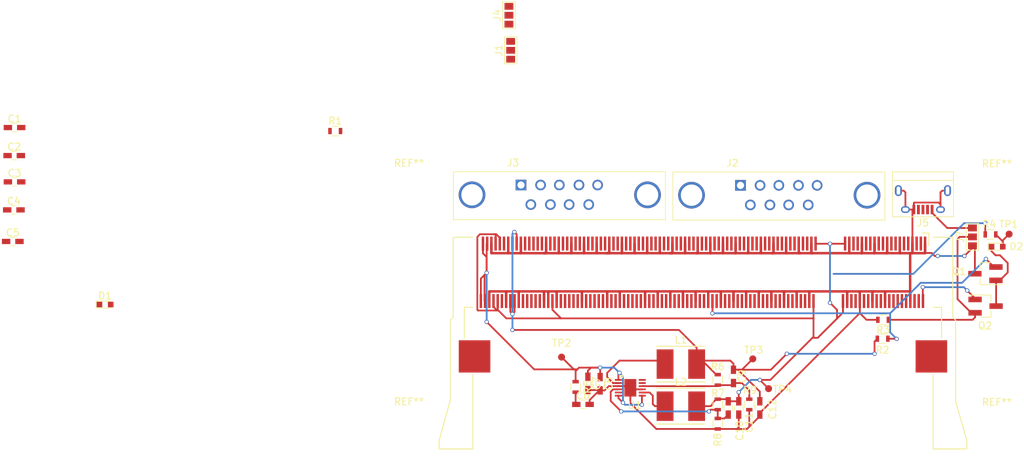
<source format=kicad_pcb>
(kicad_pcb (version 4) (host pcbnew 4.0.6)

  (general
    (links 0)
    (no_connects 95)
    (area 47.274999 60.854999 199.107143 127.9)
    (thickness 1.6)
    (drawings 0)
    (tracks 492)
    (zones 0)
    (modules 43)
    (nets 156)
  )

  (page A4)
  (layers
    (0 F.Cu signal)
    (31 B.Cu signal)
    (32 B.Adhes user)
    (33 F.Adhes user)
    (34 B.Paste user)
    (35 F.Paste user)
    (36 B.SilkS user)
    (37 F.SilkS user)
    (38 B.Mask user)
    (39 F.Mask user)
    (40 Dwgs.User user)
    (41 Cmts.User user)
    (42 Eco1.User user)
    (43 Eco2.User user)
    (44 Edge.Cuts user)
    (45 Margin user)
    (46 B.CrtYd user)
    (47 F.CrtYd user)
    (48 B.Fab user)
    (49 F.Fab user hide)
  )

  (setup
    (last_trace_width 0.25)
    (trace_clearance 0.2)
    (zone_clearance 0.508)
    (zone_45_only no)
    (trace_min 0.2)
    (segment_width 0.2)
    (edge_width 0.15)
    (via_size 0.6)
    (via_drill 0.4)
    (via_min_size 0.4)
    (via_min_drill 0.3)
    (uvia_size 0.3)
    (uvia_drill 0.1)
    (uvias_allowed no)
    (uvia_min_size 0.2)
    (uvia_min_drill 0.1)
    (pcb_text_width 0.3)
    (pcb_text_size 1.5 1.5)
    (mod_edge_width 0.15)
    (mod_text_size 1 1)
    (mod_text_width 0.15)
    (pad_size 3.2 3.2)
    (pad_drill 3.2)
    (pad_to_mask_clearance 0.2)
    (aux_axis_origin 0 0)
    (visible_elements FFFFFF7F)
    (pcbplotparams
      (layerselection 0x00030_80000001)
      (usegerberextensions false)
      (excludeedgelayer true)
      (linewidth 0.100000)
      (plotframeref false)
      (viasonmask false)
      (mode 1)
      (useauxorigin false)
      (hpglpennumber 1)
      (hpglpenspeed 20)
      (hpglpendiameter 15)
      (hpglpenoverlay 2)
      (psnegative false)
      (psa4output false)
      (plotreference true)
      (plotvalue true)
      (plotinvisibletext false)
      (padsonsilk false)
      (subtractmaskfromsilk false)
      (outputformat 1)
      (mirror false)
      (drillshape 1)
      (scaleselection 1)
      (outputdirectory ""))
  )

  (net 0 "")
  (net 1 +3V3)
  (net 2 GND)
  (net 3 +1V8)
  (net 4 +5V)
  (net 5 "Net-(C6-Pad1)")
  (net 6 /5V)
  (net 7 /stepdown_pi/1V8)
  (net 8 "Net-(C9-Pad2)")
  (net 9 /stepdown_pi/3V3)
  (net 10 "Net-(C10-Pad2)")
  (net 11 "Net-(D1-Pad2)")
  (net 12 "Net-(D2-Pad2)")
  (net 13 "Net-(D2-Pad1)")
  (net 14 "Net-(J1-Pad1)")
  (net 15 "Net-(J1-Pad2)")
  (net 16 "Net-(J1-Pad3)")
  (net 17 "Net-(J3-Pad1)")
  (net 18 "Net-(J3-Pad2)")
  (net 19 "Net-(J3-Pad3)")
  (net 20 "Net-(J3-Pad6)")
  (net 21 "Net-(J3-Pad7)")
  (net 22 "Net-(J3-Pad8)")
  (net 23 "Net-(J4-Pad1)")
  (net 24 "Net-(J4-Pad2)")
  (net 25 VUSB)
  (net 26 "Net-(J5-Pad4)")
  (net 27 "Net-(J7-Pad2)")
  (net 28 "Net-(L1-Pad1)")
  (net 29 "Net-(L2-Pad1)")
  (net 30 "Net-(MD1-Pad2)")
  (net 31 "Net-(MD1-Pad3)")
  (net 32 "Net-(MD1-Pad4)")
  (net 33 "Net-(MD1-Pad5)")
  (net 34 "Net-(MD1-Pad6)")
  (net 35 /SDA)
  (net 36 "Net-(MD1-Pad10)")
  (net 37 /SCL)
  (net 38 "Net-(MD1-Pad12)")
  (net 39 "Net-(MD1-Pad14)")
  (net 40 "Net-(MD1-Pad15)")
  (net 41 "Net-(MD1-Pad16)")
  (net 42 "Net-(MD1-Pad17)")
  (net 43 "Net-(MD1-Pad18)")
  (net 44 "Net-(MD1-Pad21)")
  (net 45 "Net-(MD1-Pad22)")
  (net 46 "Net-(MD1-Pad23)")
  (net 47 "Net-(MD1-Pad24)")
  (net 48 /CE)
  (net 49 "Net-(MD1-Pad28)")
  (net 50 /MISO)
  (net 51 "Net-(MD1-Pad30)")
  (net 52 /MOSI)
  (net 53 "Net-(MD1-Pad34)")
  (net 54 /CLCK)
  (net 55 "Net-(MD1-Pad36)")
  (net 56 "Net-(MD1-Pad45)")
  (net 57 "Net-(MD1-Pad46)")
  (net 58 "Net-(MD1-Pad47)")
  (net 59 "Net-(MD1-Pad48)")
  (net 60 /UART_RX)
  (net 61 "Net-(MD1-Pad52)")
  (net 62 /UART_TX)
  (net 63 "Net-(MD1-Pad54)")
  (net 64 "Net-(MD1-Pad57)")
  (net 65 "Net-(MD1-Pad58)")
  (net 66 "Net-(MD1-Pad59)")
  (net 67 "Net-(MD1-Pad60)")
  (net 68 "Net-(MD1-Pad63)")
  (net 69 "Net-(MD1-Pad64)")
  (net 70 "Net-(MD1-Pad65)")
  (net 71 "Net-(MD1-Pad66)")
  (net 72 "Net-(MD1-Pad69)")
  (net 73 "Net-(MD1-Pad70)")
  (net 74 "Net-(MD1-Pad71)")
  (net 75 "Net-(MD1-Pad72)")
  (net 76 "Net-(MD1-Pad75)")
  (net 77 "Net-(MD1-Pad76)")
  (net 78 "Net-(MD1-Pad77)")
  (net 79 "Net-(MD1-Pad78)")
  (net 80 "Net-(MD1-Pad81)")
  (net 81 "Net-(MD1-Pad82)")
  (net 82 "Net-(MD1-Pad83)")
  (net 83 "Net-(MD1-Pad84)")
  (net 84 "Net-(MD1-Pad87)")
  (net 85 "Net-(MD1-Pad88)")
  (net 86 "Net-(MD1-Pad89)")
  (net 87 "Net-(MD1-Pad90)")
  (net 88 "Net-(MD1-Pad93)")
  (net 89 "Net-(MD1-Pad94)")
  (net 90 "Net-(MD1-Pad95)")
  (net 91 "Net-(MD1-Pad96)")
  (net 92 "Net-(MD1-Pad99)")
  (net 93 "Net-(MD1-Pad100)")
  (net 94 "Net-(MD1-Pad101)")
  (net 95 "Net-(MD1-Pad102)")
  (net 96 "Net-(MD1-Pad105)")
  (net 97 "Net-(MD1-Pad106)")
  (net 98 "Net-(MD1-Pad107)")
  (net 99 "Net-(MD1-Pad108)")
  (net 100 "Net-(MD1-Pad111)")
  (net 101 "Net-(MD1-Pad112)")
  (net 102 "Net-(MD1-Pad113)")
  (net 103 "Net-(MD1-Pad114)")
  (net 104 "Net-(MD1-Pad117)")
  (net 105 "Net-(MD1-Pad118)")
  (net 106 "Net-(MD1-Pad119)")
  (net 107 "Net-(MD1-Pad120)")
  (net 108 "Net-(MD1-Pad123)")
  (net 109 "Net-(MD1-Pad124)")
  (net 110 "Net-(MD1-Pad125)")
  (net 111 "Net-(MD1-Pad126)")
  (net 112 "Net-(MD1-Pad128)")
  (net 113 "Net-(MD1-Pad129)")
  (net 114 "Net-(MD1-Pad130)")
  (net 115 "Net-(MD1-Pad131)")
  (net 116 "Net-(MD1-Pad132)")
  (net 117 "Net-(MD1-Pad135)")
  (net 118 "Net-(MD1-Pad136)")
  (net 119 "Net-(MD1-Pad137)")
  (net 120 "Net-(MD1-Pad138)")
  (net 121 "Net-(MD1-Pad141)")
  (net 122 "Net-(MD1-Pad142)")
  (net 123 "Net-(MD1-Pad143)")
  (net 124 "Net-(MD1-Pad144)")
  (net 125 "Net-(MD1-Pad147)")
  (net 126 "Net-(MD1-Pad148)")
  (net 127 "Net-(MD1-Pad149)")
  (net 128 "Net-(MD1-Pad150)")
  (net 129 "Net-(MD1-Pad153)")
  (net 130 "Net-(MD1-Pad154)")
  (net 131 "Net-(MD1-Pad155)")
  (net 132 "Net-(MD1-Pad156)")
  (net 133 "Net-(MD1-Pad158)")
  (net 134 "Net-(MD1-Pad159)")
  (net 135 "Net-(MD1-Pad160)")
  (net 136 "Net-(MD1-Pad161)")
  (net 137 "Net-(MD1-Pad162)")
  (net 138 "Net-(MD1-Pad171)")
  (net 139 "Net-(MD1-Pad172)")
  (net 140 "Net-(MD1-Pad173)")
  (net 141 "Net-(MD1-Pad174)")
  (net 142 "Net-(MD1-Pad175)")
  (net 143 "Net-(MD1-Pad176)")
  (net 144 "Net-(MD1-Pad177)")
  (net 145 "Net-(MD1-Pad178)")
  (net 146 "Net-(MD1-Pad179)")
  (net 147 "Net-(MD1-Pad180)")
  (net 148 "Net-(MD1-Pad189)")
  (net 149 "Net-(MD1-Pad190)")
  (net 150 3V3)
  (net 151 "Net-(U1-Pad5)")
  (net 152 "Net-(U1-Pad11)")
  (net 153 "Net-(J2-Pad3)")
  (net 154 /Camera_light)
  (net 155 "Net-(J2-Pad9)")

  (net_class Default "Dies ist die voreingestellte Netzklasse."
    (clearance 0.2)
    (trace_width 0.25)
    (via_dia 0.6)
    (via_drill 0.4)
    (uvia_dia 0.3)
    (uvia_drill 0.1)
    (add_net +1V8)
    (add_net +3V3)
    (add_net +5V)
    (add_net /5V)
    (add_net /CE)
    (add_net /CLCK)
    (add_net /Camera_light)
    (add_net /MISO)
    (add_net /MOSI)
    (add_net /SCL)
    (add_net /SDA)
    (add_net /UART_RX)
    (add_net /UART_TX)
    (add_net /stepdown_pi/1V8)
    (add_net /stepdown_pi/3V3)
    (add_net 3V3)
    (add_net GND)
    (add_net "Net-(C10-Pad2)")
    (add_net "Net-(C6-Pad1)")
    (add_net "Net-(C9-Pad2)")
    (add_net "Net-(D1-Pad2)")
    (add_net "Net-(D2-Pad1)")
    (add_net "Net-(D2-Pad2)")
    (add_net "Net-(J1-Pad1)")
    (add_net "Net-(J1-Pad2)")
    (add_net "Net-(J1-Pad3)")
    (add_net "Net-(J2-Pad3)")
    (add_net "Net-(J2-Pad9)")
    (add_net "Net-(J3-Pad1)")
    (add_net "Net-(J3-Pad2)")
    (add_net "Net-(J3-Pad3)")
    (add_net "Net-(J3-Pad6)")
    (add_net "Net-(J3-Pad7)")
    (add_net "Net-(J3-Pad8)")
    (add_net "Net-(J4-Pad1)")
    (add_net "Net-(J4-Pad2)")
    (add_net "Net-(J5-Pad4)")
    (add_net "Net-(J7-Pad2)")
    (add_net "Net-(L1-Pad1)")
    (add_net "Net-(L2-Pad1)")
    (add_net "Net-(MD1-Pad10)")
    (add_net "Net-(MD1-Pad100)")
    (add_net "Net-(MD1-Pad101)")
    (add_net "Net-(MD1-Pad102)")
    (add_net "Net-(MD1-Pad105)")
    (add_net "Net-(MD1-Pad106)")
    (add_net "Net-(MD1-Pad107)")
    (add_net "Net-(MD1-Pad108)")
    (add_net "Net-(MD1-Pad111)")
    (add_net "Net-(MD1-Pad112)")
    (add_net "Net-(MD1-Pad113)")
    (add_net "Net-(MD1-Pad114)")
    (add_net "Net-(MD1-Pad117)")
    (add_net "Net-(MD1-Pad118)")
    (add_net "Net-(MD1-Pad119)")
    (add_net "Net-(MD1-Pad12)")
    (add_net "Net-(MD1-Pad120)")
    (add_net "Net-(MD1-Pad123)")
    (add_net "Net-(MD1-Pad124)")
    (add_net "Net-(MD1-Pad125)")
    (add_net "Net-(MD1-Pad126)")
    (add_net "Net-(MD1-Pad128)")
    (add_net "Net-(MD1-Pad129)")
    (add_net "Net-(MD1-Pad130)")
    (add_net "Net-(MD1-Pad131)")
    (add_net "Net-(MD1-Pad132)")
    (add_net "Net-(MD1-Pad135)")
    (add_net "Net-(MD1-Pad136)")
    (add_net "Net-(MD1-Pad137)")
    (add_net "Net-(MD1-Pad138)")
    (add_net "Net-(MD1-Pad14)")
    (add_net "Net-(MD1-Pad141)")
    (add_net "Net-(MD1-Pad142)")
    (add_net "Net-(MD1-Pad143)")
    (add_net "Net-(MD1-Pad144)")
    (add_net "Net-(MD1-Pad147)")
    (add_net "Net-(MD1-Pad148)")
    (add_net "Net-(MD1-Pad149)")
    (add_net "Net-(MD1-Pad15)")
    (add_net "Net-(MD1-Pad150)")
    (add_net "Net-(MD1-Pad153)")
    (add_net "Net-(MD1-Pad154)")
    (add_net "Net-(MD1-Pad155)")
    (add_net "Net-(MD1-Pad156)")
    (add_net "Net-(MD1-Pad158)")
    (add_net "Net-(MD1-Pad159)")
    (add_net "Net-(MD1-Pad16)")
    (add_net "Net-(MD1-Pad160)")
    (add_net "Net-(MD1-Pad161)")
    (add_net "Net-(MD1-Pad162)")
    (add_net "Net-(MD1-Pad17)")
    (add_net "Net-(MD1-Pad171)")
    (add_net "Net-(MD1-Pad172)")
    (add_net "Net-(MD1-Pad173)")
    (add_net "Net-(MD1-Pad174)")
    (add_net "Net-(MD1-Pad175)")
    (add_net "Net-(MD1-Pad176)")
    (add_net "Net-(MD1-Pad177)")
    (add_net "Net-(MD1-Pad178)")
    (add_net "Net-(MD1-Pad179)")
    (add_net "Net-(MD1-Pad18)")
    (add_net "Net-(MD1-Pad180)")
    (add_net "Net-(MD1-Pad189)")
    (add_net "Net-(MD1-Pad190)")
    (add_net "Net-(MD1-Pad2)")
    (add_net "Net-(MD1-Pad21)")
    (add_net "Net-(MD1-Pad22)")
    (add_net "Net-(MD1-Pad23)")
    (add_net "Net-(MD1-Pad24)")
    (add_net "Net-(MD1-Pad28)")
    (add_net "Net-(MD1-Pad3)")
    (add_net "Net-(MD1-Pad30)")
    (add_net "Net-(MD1-Pad34)")
    (add_net "Net-(MD1-Pad36)")
    (add_net "Net-(MD1-Pad4)")
    (add_net "Net-(MD1-Pad45)")
    (add_net "Net-(MD1-Pad46)")
    (add_net "Net-(MD1-Pad47)")
    (add_net "Net-(MD1-Pad48)")
    (add_net "Net-(MD1-Pad5)")
    (add_net "Net-(MD1-Pad52)")
    (add_net "Net-(MD1-Pad54)")
    (add_net "Net-(MD1-Pad57)")
    (add_net "Net-(MD1-Pad58)")
    (add_net "Net-(MD1-Pad59)")
    (add_net "Net-(MD1-Pad6)")
    (add_net "Net-(MD1-Pad60)")
    (add_net "Net-(MD1-Pad63)")
    (add_net "Net-(MD1-Pad64)")
    (add_net "Net-(MD1-Pad65)")
    (add_net "Net-(MD1-Pad66)")
    (add_net "Net-(MD1-Pad69)")
    (add_net "Net-(MD1-Pad70)")
    (add_net "Net-(MD1-Pad71)")
    (add_net "Net-(MD1-Pad72)")
    (add_net "Net-(MD1-Pad75)")
    (add_net "Net-(MD1-Pad76)")
    (add_net "Net-(MD1-Pad77)")
    (add_net "Net-(MD1-Pad78)")
    (add_net "Net-(MD1-Pad81)")
    (add_net "Net-(MD1-Pad82)")
    (add_net "Net-(MD1-Pad83)")
    (add_net "Net-(MD1-Pad84)")
    (add_net "Net-(MD1-Pad87)")
    (add_net "Net-(MD1-Pad88)")
    (add_net "Net-(MD1-Pad89)")
    (add_net "Net-(MD1-Pad90)")
    (add_net "Net-(MD1-Pad93)")
    (add_net "Net-(MD1-Pad94)")
    (add_net "Net-(MD1-Pad95)")
    (add_net "Net-(MD1-Pad96)")
    (add_net "Net-(MD1-Pad99)")
    (add_net "Net-(U1-Pad11)")
    (add_net "Net-(U1-Pad5)")
    (add_net VUSB)
  )

  (module Mounting_Holes:MountingHole_3.2mm_M3 (layer F.Cu) (tedit 56D1B4CB) (tstamp 59147E89)
    (at 105.775 88.525)
    (descr "Mounting Hole 3.2mm, no annular, M3")
    (tags "mounting hole 3.2mm no annular m3")
    (fp_text reference REF** (at 0 -4.2) (layer F.SilkS)
      (effects (font (size 1 1) (thickness 0.15)))
    )
    (fp_text value MountingHole_3.2mm_M3 (at 0 4.2) (layer F.Fab)
      (effects (font (size 1 1) (thickness 0.15)))
    )
    (fp_circle (center 0 0) (end 3.2 0) (layer Cmts.User) (width 0.15))
    (fp_circle (center 0 0) (end 3.45 0) (layer F.CrtYd) (width 0.05))
    (pad 1 np_thru_hole circle (at 0 0) (size 3.2 3.2) (drill 3.2) (layers *.Cu *.Mask))
  )

  (module Mounting_Holes:MountingHole_3.2mm_M3 (layer F.Cu) (tedit 5912193B) (tstamp 59147E83)
    (at 105.775 122.55)
    (descr "Mounting Hole 3.2mm, no annular, M3")
    (tags "mounting hole 3.2mm no annular m3")
    (fp_text reference REF** (at 0 -4.2) (layer F.SilkS)
      (effects (font (size 1 1) (thickness 0.15)))
    )
    (fp_text value MountingHole_3.2mm_M3 (at 0 4.2) (layer F.Fab)
      (effects (font (size 1 1) (thickness 0.15)))
    )
    (fp_circle (center 0 0) (end 3.2 0) (layer Cmts.User) (width 0.15))
    (fp_circle (center 0 0) (end 3.45 0) (layer F.CrtYd) (width 0.05))
    (pad "" np_thru_hole circle (at 0 0) (size 3.2 3.2) (drill 3.2) (layers *.Cu *.Mask))
  )

  (module Mounting_Holes:MountingHole_3.2mm_M3 (layer F.Cu) (tedit 59121909) (tstamp 59147E56)
    (at 189.55 88.6)
    (descr "Mounting Hole 3.2mm, no annular, M3")
    (tags "mounting hole 3.2mm no annular m3")
    (fp_text reference REF** (at 0 -4.2) (layer F.SilkS)
      (effects (font (size 1 1) (thickness 0.15)))
    )
    (fp_text value MountingHole_3.2mm_M3 (at 0 4.2) (layer F.Fab)
      (effects (font (size 1 1) (thickness 0.15)))
    )
    (fp_circle (center 0 0) (end 3.2 0) (layer Cmts.User) (width 0.15))
    (fp_circle (center 0 0) (end 3.45 0) (layer F.CrtYd) (width 0.05))
    (pad "" np_thru_hole circle (at 0.075 0) (size 3.2 3.2) (drill 3.2) (layers *.Cu *.Mask))
  )

  (module Resistors_SMD:R_0603 (layer F.Cu) (tedit 58AAD9CA) (tstamp 5913810C)
    (at 154.25 118.75 270)
    (descr "Resistor SMD 0603, reflow soldering, Vishay (see dcrcw.pdf)")
    (tags "resistor 0603")
    (path /59050995/5907B5B0)
    (attr smd)
    (fp_text reference R9 (at -2.025 -0.1 360) (layer F.SilkS)
      (effects (font (size 1 1) (thickness 0.15)))
    )
    (fp_text value NF (at 0 1.5 270) (layer F.Fab)
      (effects (font (size 1 1) (thickness 0.15)))
    )
    (fp_text user %R (at 0 -1.45 270) (layer F.Fab)
      (effects (font (size 1 1) (thickness 0.15)))
    )
    (fp_line (start -0.8 0.4) (end -0.8 -0.4) (layer F.Fab) (width 0.1))
    (fp_line (start 0.8 0.4) (end -0.8 0.4) (layer F.Fab) (width 0.1))
    (fp_line (start 0.8 -0.4) (end 0.8 0.4) (layer F.Fab) (width 0.1))
    (fp_line (start -0.8 -0.4) (end 0.8 -0.4) (layer F.Fab) (width 0.1))
    (fp_line (start 0.5 0.68) (end -0.5 0.68) (layer F.SilkS) (width 0.12))
    (fp_line (start -0.5 -0.68) (end 0.5 -0.68) (layer F.SilkS) (width 0.12))
    (fp_line (start -1.25 -0.7) (end 1.25 -0.7) (layer F.CrtYd) (width 0.05))
    (fp_line (start -1.25 -0.7) (end -1.25 0.7) (layer F.CrtYd) (width 0.05))
    (fp_line (start 1.25 0.7) (end 1.25 -0.7) (layer F.CrtYd) (width 0.05))
    (fp_line (start 1.25 0.7) (end -1.25 0.7) (layer F.CrtYd) (width 0.05))
    (pad 1 smd rect (at -0.75 0 270) (size 0.5 0.9) (layers F.Cu F.Paste F.Mask)
      (net 8 "Net-(C9-Pad2)"))
    (pad 2 smd rect (at 0.75 0 270) (size 0.5 0.9) (layers F.Cu F.Paste F.Mask)
      (net 2 GND))
    (model Resistors_SMD.3dshapes/R_0603.wrl
      (at (xyz 0 0 0))
      (scale (xyz 1 1 1))
      (rotate (xyz 0 0 0))
    )
  )

  (module Connectors:GS3 (layer F.Cu) (tedit 58613494) (tstamp 59137F1F)
    (at 186.05 94.85)
    (descr "3-pin solder bridge")
    (tags "solder bridge")
    (path /590F66C9)
    (attr smd)
    (fp_text reference J7 (at -1.7 0 90) (layer F.SilkS)
      (effects (font (size 1 1) (thickness 0.15)))
    )
    (fp_text value GS3 (at 1.8 0 90) (layer F.Fab)
      (effects (font (size 1 1) (thickness 0.15)))
    )
    (fp_line (start -1.15 -2.15) (end 1.15 -2.15) (layer F.CrtYd) (width 0.05))
    (fp_line (start 1.15 -2.15) (end 1.15 2.15) (layer F.CrtYd) (width 0.05))
    (fp_line (start 1.15 2.15) (end -1.15 2.15) (layer F.CrtYd) (width 0.05))
    (fp_line (start -1.15 2.15) (end -1.15 -2.15) (layer F.CrtYd) (width 0.05))
    (fp_line (start -0.89 -1.91) (end -0.89 1.91) (layer F.SilkS) (width 0.12))
    (fp_line (start -0.89 1.91) (end 0.89 1.91) (layer F.SilkS) (width 0.12))
    (fp_line (start 0.89 1.91) (end 0.89 -1.91) (layer F.SilkS) (width 0.12))
    (fp_line (start -0.89 -1.91) (end 0.89 -1.91) (layer F.SilkS) (width 0.12))
    (pad 1 smd rect (at 0 -1.27) (size 1.27 0.97) (layers F.Cu F.Paste F.Mask)
      (net 25 VUSB))
    (pad 2 smd rect (at 0 0) (size 1.27 0.97) (layers F.Cu F.Paste F.Mask)
      (net 27 "Net-(J7-Pad2)"))
    (pad 3 smd rect (at 0 1.27) (size 1.27 0.97) (layers F.Cu F.Paste F.Mask)
      (net 2 GND))
  )

  (module Capacitors_SMD:C_0603_HandSoldering (layer F.Cu) (tedit 58AA848B) (tstamp 59137DDC)
    (at 49.55 79.25)
    (descr "Capacitor SMD 0603, hand soldering")
    (tags "capacitor 0603")
    (path /5904A88A)
    (attr smd)
    (fp_text reference C1 (at 0 -1.25) (layer F.SilkS)
      (effects (font (size 1 1) (thickness 0.15)))
    )
    (fp_text value 47u (at 0 1.5) (layer F.Fab)
      (effects (font (size 1 1) (thickness 0.15)))
    )
    (fp_text user %R (at 0 -1.25) (layer F.Fab)
      (effects (font (size 1 1) (thickness 0.15)))
    )
    (fp_line (start -0.8 0.4) (end -0.8 -0.4) (layer F.Fab) (width 0.1))
    (fp_line (start 0.8 0.4) (end -0.8 0.4) (layer F.Fab) (width 0.1))
    (fp_line (start 0.8 -0.4) (end 0.8 0.4) (layer F.Fab) (width 0.1))
    (fp_line (start -0.8 -0.4) (end 0.8 -0.4) (layer F.Fab) (width 0.1))
    (fp_line (start -0.35 -0.6) (end 0.35 -0.6) (layer F.SilkS) (width 0.12))
    (fp_line (start 0.35 0.6) (end -0.35 0.6) (layer F.SilkS) (width 0.12))
    (fp_line (start -1.8 -0.65) (end 1.8 -0.65) (layer F.CrtYd) (width 0.05))
    (fp_line (start -1.8 -0.65) (end -1.8 0.65) (layer F.CrtYd) (width 0.05))
    (fp_line (start 1.8 0.65) (end 1.8 -0.65) (layer F.CrtYd) (width 0.05))
    (fp_line (start 1.8 0.65) (end -1.8 0.65) (layer F.CrtYd) (width 0.05))
    (pad 1 smd rect (at -0.95 0) (size 1.2 0.75) (layers F.Cu F.Paste F.Mask)
      (net 1 +3V3))
    (pad 2 smd rect (at 0.95 0) (size 1.2 0.75) (layers F.Cu F.Paste F.Mask)
      (net 2 GND))
    (model Capacitors_SMD.3dshapes/C_0603.wrl
      (at (xyz 0 0 0))
      (scale (xyz 1 1 1))
      (rotate (xyz 0 0 0))
    )
  )

  (module Capacitors_SMD:C_0603_HandSoldering (layer F.Cu) (tedit 58AA848B) (tstamp 59137DED)
    (at 49.5 83.25)
    (descr "Capacitor SMD 0603, hand soldering")
    (tags "capacitor 0603")
    (path /5904B515)
    (attr smd)
    (fp_text reference C2 (at 0 -1.25) (layer F.SilkS)
      (effects (font (size 1 1) (thickness 0.15)))
    )
    (fp_text value 47u (at 0 1.5) (layer F.Fab)
      (effects (font (size 1 1) (thickness 0.15)))
    )
    (fp_text user %R (at 0 -1.25) (layer F.Fab)
      (effects (font (size 1 1) (thickness 0.15)))
    )
    (fp_line (start -0.8 0.4) (end -0.8 -0.4) (layer F.Fab) (width 0.1))
    (fp_line (start 0.8 0.4) (end -0.8 0.4) (layer F.Fab) (width 0.1))
    (fp_line (start 0.8 -0.4) (end 0.8 0.4) (layer F.Fab) (width 0.1))
    (fp_line (start -0.8 -0.4) (end 0.8 -0.4) (layer F.Fab) (width 0.1))
    (fp_line (start -0.35 -0.6) (end 0.35 -0.6) (layer F.SilkS) (width 0.12))
    (fp_line (start 0.35 0.6) (end -0.35 0.6) (layer F.SilkS) (width 0.12))
    (fp_line (start -1.8 -0.65) (end 1.8 -0.65) (layer F.CrtYd) (width 0.05))
    (fp_line (start -1.8 -0.65) (end -1.8 0.65) (layer F.CrtYd) (width 0.05))
    (fp_line (start 1.8 0.65) (end 1.8 -0.65) (layer F.CrtYd) (width 0.05))
    (fp_line (start 1.8 0.65) (end -1.8 0.65) (layer F.CrtYd) (width 0.05))
    (pad 1 smd rect (at -0.95 0) (size 1.2 0.75) (layers F.Cu F.Paste F.Mask)
      (net 1 +3V3))
    (pad 2 smd rect (at 0.95 0) (size 1.2 0.75) (layers F.Cu F.Paste F.Mask)
      (net 2 GND))
    (model Capacitors_SMD.3dshapes/C_0603.wrl
      (at (xyz 0 0 0))
      (scale (xyz 1 1 1))
      (rotate (xyz 0 0 0))
    )
  )

  (module Capacitors_SMD:C_0603_HandSoldering (layer F.Cu) (tedit 58AA848B) (tstamp 59137DFE)
    (at 49.55 87)
    (descr "Capacitor SMD 0603, hand soldering")
    (tags "capacitor 0603")
    (path /5904B589)
    (attr smd)
    (fp_text reference C3 (at 0 -1.25) (layer F.SilkS)
      (effects (font (size 1 1) (thickness 0.15)))
    )
    (fp_text value 47u (at 0 1.5) (layer F.Fab)
      (effects (font (size 1 1) (thickness 0.15)))
    )
    (fp_text user %R (at 0 -1.25) (layer F.Fab)
      (effects (font (size 1 1) (thickness 0.15)))
    )
    (fp_line (start -0.8 0.4) (end -0.8 -0.4) (layer F.Fab) (width 0.1))
    (fp_line (start 0.8 0.4) (end -0.8 0.4) (layer F.Fab) (width 0.1))
    (fp_line (start 0.8 -0.4) (end 0.8 0.4) (layer F.Fab) (width 0.1))
    (fp_line (start -0.8 -0.4) (end 0.8 -0.4) (layer F.Fab) (width 0.1))
    (fp_line (start -0.35 -0.6) (end 0.35 -0.6) (layer F.SilkS) (width 0.12))
    (fp_line (start 0.35 0.6) (end -0.35 0.6) (layer F.SilkS) (width 0.12))
    (fp_line (start -1.8 -0.65) (end 1.8 -0.65) (layer F.CrtYd) (width 0.05))
    (fp_line (start -1.8 -0.65) (end -1.8 0.65) (layer F.CrtYd) (width 0.05))
    (fp_line (start 1.8 0.65) (end 1.8 -0.65) (layer F.CrtYd) (width 0.05))
    (fp_line (start 1.8 0.65) (end -1.8 0.65) (layer F.CrtYd) (width 0.05))
    (pad 1 smd rect (at -0.95 0) (size 1.2 0.75) (layers F.Cu F.Paste F.Mask)
      (net 1 +3V3))
    (pad 2 smd rect (at 0.95 0) (size 1.2 0.75) (layers F.Cu F.Paste F.Mask)
      (net 2 GND))
    (model Capacitors_SMD.3dshapes/C_0603.wrl
      (at (xyz 0 0 0))
      (scale (xyz 1 1 1))
      (rotate (xyz 0 0 0))
    )
  )

  (module Capacitors_SMD:C_0603_HandSoldering (layer F.Cu) (tedit 58AA848B) (tstamp 59137E0F)
    (at 49.45 91)
    (descr "Capacitor SMD 0603, hand soldering")
    (tags "capacitor 0603")
    (path /5904BEA6)
    (attr smd)
    (fp_text reference C4 (at 0 -1.25) (layer F.SilkS)
      (effects (font (size 1 1) (thickness 0.15)))
    )
    (fp_text value 47u (at 0 1.5) (layer F.Fab)
      (effects (font (size 1 1) (thickness 0.15)))
    )
    (fp_text user %R (at 0 -1.25) (layer F.Fab)
      (effects (font (size 1 1) (thickness 0.15)))
    )
    (fp_line (start -0.8 0.4) (end -0.8 -0.4) (layer F.Fab) (width 0.1))
    (fp_line (start 0.8 0.4) (end -0.8 0.4) (layer F.Fab) (width 0.1))
    (fp_line (start 0.8 -0.4) (end 0.8 0.4) (layer F.Fab) (width 0.1))
    (fp_line (start -0.8 -0.4) (end 0.8 -0.4) (layer F.Fab) (width 0.1))
    (fp_line (start -0.35 -0.6) (end 0.35 -0.6) (layer F.SilkS) (width 0.12))
    (fp_line (start 0.35 0.6) (end -0.35 0.6) (layer F.SilkS) (width 0.12))
    (fp_line (start -1.8 -0.65) (end 1.8 -0.65) (layer F.CrtYd) (width 0.05))
    (fp_line (start -1.8 -0.65) (end -1.8 0.65) (layer F.CrtYd) (width 0.05))
    (fp_line (start 1.8 0.65) (end 1.8 -0.65) (layer F.CrtYd) (width 0.05))
    (fp_line (start 1.8 0.65) (end -1.8 0.65) (layer F.CrtYd) (width 0.05))
    (pad 1 smd rect (at -0.95 0) (size 1.2 0.75) (layers F.Cu F.Paste F.Mask)
      (net 3 +1V8))
    (pad 2 smd rect (at 0.95 0) (size 1.2 0.75) (layers F.Cu F.Paste F.Mask)
      (net 2 GND))
    (model Capacitors_SMD.3dshapes/C_0603.wrl
      (at (xyz 0 0 0))
      (scale (xyz 1 1 1))
      (rotate (xyz 0 0 0))
    )
  )

  (module Capacitors_SMD:C_0603_HandSoldering (layer F.Cu) (tedit 58AA848B) (tstamp 59137E20)
    (at 49.3 95.5)
    (descr "Capacitor SMD 0603, hand soldering")
    (tags "capacitor 0603")
    (path /591007D5)
    (attr smd)
    (fp_text reference C5 (at 0 -1.25) (layer F.SilkS)
      (effects (font (size 1 1) (thickness 0.15)))
    )
    (fp_text value 47u (at 0 1.5) (layer F.Fab)
      (effects (font (size 1 1) (thickness 0.15)))
    )
    (fp_text user %R (at 0 -1.25) (layer F.Fab)
      (effects (font (size 1 1) (thickness 0.15)))
    )
    (fp_line (start -0.8 0.4) (end -0.8 -0.4) (layer F.Fab) (width 0.1))
    (fp_line (start 0.8 0.4) (end -0.8 0.4) (layer F.Fab) (width 0.1))
    (fp_line (start 0.8 -0.4) (end 0.8 0.4) (layer F.Fab) (width 0.1))
    (fp_line (start -0.8 -0.4) (end 0.8 -0.4) (layer F.Fab) (width 0.1))
    (fp_line (start -0.35 -0.6) (end 0.35 -0.6) (layer F.SilkS) (width 0.12))
    (fp_line (start 0.35 0.6) (end -0.35 0.6) (layer F.SilkS) (width 0.12))
    (fp_line (start -1.8 -0.65) (end 1.8 -0.65) (layer F.CrtYd) (width 0.05))
    (fp_line (start -1.8 -0.65) (end -1.8 0.65) (layer F.CrtYd) (width 0.05))
    (fp_line (start 1.8 0.65) (end 1.8 -0.65) (layer F.CrtYd) (width 0.05))
    (fp_line (start 1.8 0.65) (end -1.8 0.65) (layer F.CrtYd) (width 0.05))
    (pad 1 smd rect (at -0.95 0) (size 1.2 0.75) (layers F.Cu F.Paste F.Mask)
      (net 4 +5V))
    (pad 2 smd rect (at 0.95 0) (size 1.2 0.75) (layers F.Cu F.Paste F.Mask)
      (net 2 GND))
    (model Capacitors_SMD.3dshapes/C_0603.wrl
      (at (xyz 0 0 0))
      (scale (xyz 1 1 1))
      (rotate (xyz 0 0 0))
    )
  )

  (module Capacitors_SMD:C_0603_HandSoldering (layer F.Cu) (tedit 58AA848B) (tstamp 59137E31)
    (at 130.55 118.75)
    (descr "Capacitor SMD 0603, hand soldering")
    (tags "capacitor 0603")
    (path /59050995/59079622)
    (attr smd)
    (fp_text reference C6 (at 0 -1.25) (layer F.SilkS)
      (effects (font (size 1 1) (thickness 0.15)))
    )
    (fp_text value 10u (at 0 1.5) (layer F.Fab)
      (effects (font (size 1 1) (thickness 0.15)))
    )
    (fp_text user %R (at 0 -1.25) (layer F.Fab)
      (effects (font (size 1 1) (thickness 0.15)))
    )
    (fp_line (start -0.8 0.4) (end -0.8 -0.4) (layer F.Fab) (width 0.1))
    (fp_line (start 0.8 0.4) (end -0.8 0.4) (layer F.Fab) (width 0.1))
    (fp_line (start 0.8 -0.4) (end 0.8 0.4) (layer F.Fab) (width 0.1))
    (fp_line (start -0.8 -0.4) (end 0.8 -0.4) (layer F.Fab) (width 0.1))
    (fp_line (start -0.35 -0.6) (end 0.35 -0.6) (layer F.SilkS) (width 0.12))
    (fp_line (start 0.35 0.6) (end -0.35 0.6) (layer F.SilkS) (width 0.12))
    (fp_line (start -1.8 -0.65) (end 1.8 -0.65) (layer F.CrtYd) (width 0.05))
    (fp_line (start -1.8 -0.65) (end -1.8 0.65) (layer F.CrtYd) (width 0.05))
    (fp_line (start 1.8 0.65) (end 1.8 -0.65) (layer F.CrtYd) (width 0.05))
    (fp_line (start 1.8 0.65) (end -1.8 0.65) (layer F.CrtYd) (width 0.05))
    (pad 1 smd rect (at -0.95 0) (size 1.2 0.75) (layers F.Cu F.Paste F.Mask)
      (net 5 "Net-(C6-Pad1)"))
    (pad 2 smd rect (at 0.95 0) (size 1.2 0.75) (layers F.Cu F.Paste F.Mask)
      (net 2 GND))
    (model Capacitors_SMD.3dshapes/C_0603.wrl
      (at (xyz 0 0 0))
      (scale (xyz 1 1 1))
      (rotate (xyz 0 0 0))
    )
  )

  (module Capacitors_SMD:C_0603_HandSoldering locked (layer F.Cu) (tedit 58AA848B) (tstamp 59137E42)
    (at 131.25 115.75 270)
    (descr "Capacitor SMD 0603, hand soldering")
    (tags "capacitor 0603")
    (path /59050995/590795DF)
    (attr smd)
    (fp_text reference C7 (at 0 -1.25 270) (layer F.SilkS)
      (effects (font (size 1 1) (thickness 0.15)))
    )
    (fp_text value 10u (at 0 1.75 270) (layer F.Fab)
      (effects (font (size 1 1) (thickness 0.15)))
    )
    (fp_text user %R (at 0 -1.25 270) (layer F.Fab)
      (effects (font (size 1 1) (thickness 0.15)))
    )
    (fp_line (start -0.8 0.4) (end -0.8 -0.4) (layer F.Fab) (width 0.1))
    (fp_line (start 0.8 0.4) (end -0.8 0.4) (layer F.Fab) (width 0.1))
    (fp_line (start 0.8 -0.4) (end 0.8 0.4) (layer F.Fab) (width 0.1))
    (fp_line (start -0.8 -0.4) (end 0.8 -0.4) (layer F.Fab) (width 0.1))
    (fp_line (start -0.35 -0.6) (end 0.35 -0.6) (layer F.SilkS) (width 0.12))
    (fp_line (start 0.35 0.6) (end -0.35 0.6) (layer F.SilkS) (width 0.12))
    (fp_line (start -1.8 -0.65) (end 1.8 -0.65) (layer F.CrtYd) (width 0.05))
    (fp_line (start -1.8 -0.65) (end -1.8 0.65) (layer F.CrtYd) (width 0.05))
    (fp_line (start 1.8 0.65) (end 1.8 -0.65) (layer F.CrtYd) (width 0.05))
    (fp_line (start 1.8 0.65) (end -1.8 0.65) (layer F.CrtYd) (width 0.05))
    (pad 1 smd rect (at -0.95 0 270) (size 1.2 0.75) (layers F.Cu F.Paste F.Mask)
      (net 6 /5V))
    (pad 2 smd rect (at 0.95 0 270) (size 1.2 0.75) (layers F.Cu F.Paste F.Mask)
      (net 2 GND))
    (model Capacitors_SMD.3dshapes/C_0603.wrl
      (at (xyz 0 0 0))
      (scale (xyz 1 1 1))
      (rotate (xyz 0 0 0))
    )
  )

  (module Capacitors_SMD:C_0603_HandSoldering (layer F.Cu) (tedit 58AA848B) (tstamp 59137E53)
    (at 133 115.8 270)
    (descr "Capacitor SMD 0603, hand soldering")
    (tags "capacitor 0603")
    (path /59050995/59079533)
    (attr smd)
    (fp_text reference C8 (at 0 -1.25 270) (layer F.SilkS)
      (effects (font (size 1 1) (thickness 0.15)))
    )
    (fp_text value 10u (at 0.25 1.5 270) (layer F.Fab)
      (effects (font (size 1 1) (thickness 0.15)))
    )
    (fp_text user %R (at 0 -1.25 270) (layer F.Fab)
      (effects (font (size 1 1) (thickness 0.15)))
    )
    (fp_line (start -0.8 0.4) (end -0.8 -0.4) (layer F.Fab) (width 0.1))
    (fp_line (start 0.8 0.4) (end -0.8 0.4) (layer F.Fab) (width 0.1))
    (fp_line (start 0.8 -0.4) (end 0.8 0.4) (layer F.Fab) (width 0.1))
    (fp_line (start -0.8 -0.4) (end 0.8 -0.4) (layer F.Fab) (width 0.1))
    (fp_line (start -0.35 -0.6) (end 0.35 -0.6) (layer F.SilkS) (width 0.12))
    (fp_line (start 0.35 0.6) (end -0.35 0.6) (layer F.SilkS) (width 0.12))
    (fp_line (start -1.8 -0.65) (end 1.8 -0.65) (layer F.CrtYd) (width 0.05))
    (fp_line (start -1.8 -0.65) (end -1.8 0.65) (layer F.CrtYd) (width 0.05))
    (fp_line (start 1.8 0.65) (end 1.8 -0.65) (layer F.CrtYd) (width 0.05))
    (fp_line (start 1.8 0.65) (end -1.8 0.65) (layer F.CrtYd) (width 0.05))
    (pad 1 smd rect (at -0.95 0 270) (size 1.2 0.75) (layers F.Cu F.Paste F.Mask)
      (net 6 /5V))
    (pad 2 smd rect (at 0.95 0 270) (size 1.2 0.75) (layers F.Cu F.Paste F.Mask)
      (net 2 GND))
    (model Capacitors_SMD.3dshapes/C_0603.wrl
      (at (xyz 0 0 0))
      (scale (xyz 1 1 1))
      (rotate (xyz 0 0 0))
    )
  )

  (module Capacitors_SMD:C_0603_HandSoldering (layer F.Cu) (tedit 58AA848B) (tstamp 59137E64)
    (at 152 114.75 270)
    (descr "Capacitor SMD 0603, hand soldering")
    (tags "capacitor 0603")
    (path /59050995/5907B3B6)
    (attr smd)
    (fp_text reference C9 (at 0 -1.25 270) (layer F.SilkS)
      (effects (font (size 1 1) (thickness 0.15)))
    )
    (fp_text value NF (at 0 1.5 270) (layer F.Fab)
      (effects (font (size 1 1) (thickness 0.15)))
    )
    (fp_text user %R (at 0 -1.25 270) (layer F.Fab)
      (effects (font (size 1 1) (thickness 0.15)))
    )
    (fp_line (start -0.8 0.4) (end -0.8 -0.4) (layer F.Fab) (width 0.1))
    (fp_line (start 0.8 0.4) (end -0.8 0.4) (layer F.Fab) (width 0.1))
    (fp_line (start 0.8 -0.4) (end 0.8 0.4) (layer F.Fab) (width 0.1))
    (fp_line (start -0.8 -0.4) (end 0.8 -0.4) (layer F.Fab) (width 0.1))
    (fp_line (start -0.35 -0.6) (end 0.35 -0.6) (layer F.SilkS) (width 0.12))
    (fp_line (start 0.35 0.6) (end -0.35 0.6) (layer F.SilkS) (width 0.12))
    (fp_line (start -1.8 -0.65) (end 1.8 -0.65) (layer F.CrtYd) (width 0.05))
    (fp_line (start -1.8 -0.65) (end -1.8 0.65) (layer F.CrtYd) (width 0.05))
    (fp_line (start 1.8 0.65) (end 1.8 -0.65) (layer F.CrtYd) (width 0.05))
    (fp_line (start 1.8 0.65) (end -1.8 0.65) (layer F.CrtYd) (width 0.05))
    (pad 1 smd rect (at -0.95 0 270) (size 1.2 0.75) (layers F.Cu F.Paste F.Mask)
      (net 7 /stepdown_pi/1V8))
    (pad 2 smd rect (at 0.95 0 270) (size 1.2 0.75) (layers F.Cu F.Paste F.Mask)
      (net 8 "Net-(C9-Pad2)"))
    (model Capacitors_SMD.3dshapes/C_0603.wrl
      (at (xyz 0 0 0))
      (scale (xyz 1 1 1))
      (rotate (xyz 0 0 0))
    )
  )

  (module Capacitors_SMD:C_0603_HandSoldering (layer F.Cu) (tedit 58AA848B) (tstamp 59137E75)
    (at 151.25 119.25 270)
    (descr "Capacitor SMD 0603, hand soldering")
    (tags "capacitor 0603")
    (path /59050995/5907A3A0)
    (attr smd)
    (fp_text reference C10 (at 3.25 -1.625 270) (layer F.SilkS)
      (effects (font (size 1 1) (thickness 0.15)))
    )
    (fp_text value NF (at 0 1.5 270) (layer F.Fab)
      (effects (font (size 1 1) (thickness 0.15)))
    )
    (fp_text user %R (at 0 -1.25 270) (layer F.Fab)
      (effects (font (size 1 1) (thickness 0.15)))
    )
    (fp_line (start -0.8 0.4) (end -0.8 -0.4) (layer F.Fab) (width 0.1))
    (fp_line (start 0.8 0.4) (end -0.8 0.4) (layer F.Fab) (width 0.1))
    (fp_line (start 0.8 -0.4) (end 0.8 0.4) (layer F.Fab) (width 0.1))
    (fp_line (start -0.8 -0.4) (end 0.8 -0.4) (layer F.Fab) (width 0.1))
    (fp_line (start -0.35 -0.6) (end 0.35 -0.6) (layer F.SilkS) (width 0.12))
    (fp_line (start 0.35 0.6) (end -0.35 0.6) (layer F.SilkS) (width 0.12))
    (fp_line (start -1.8 -0.65) (end 1.8 -0.65) (layer F.CrtYd) (width 0.05))
    (fp_line (start -1.8 -0.65) (end -1.8 0.65) (layer F.CrtYd) (width 0.05))
    (fp_line (start 1.8 0.65) (end 1.8 -0.65) (layer F.CrtYd) (width 0.05))
    (fp_line (start 1.8 0.65) (end -1.8 0.65) (layer F.CrtYd) (width 0.05))
    (pad 1 smd rect (at -0.95 0 270) (size 1.2 0.75) (layers F.Cu F.Paste F.Mask)
      (net 9 /stepdown_pi/3V3))
    (pad 2 smd rect (at 0.95 0 270) (size 1.2 0.75) (layers F.Cu F.Paste F.Mask)
      (net 10 "Net-(C10-Pad2)"))
    (model Capacitors_SMD.3dshapes/C_0603.wrl
      (at (xyz 0 0 0))
      (scale (xyz 1 1 1))
      (rotate (xyz 0 0 0))
    )
  )

  (module Capacitors_SMD:C_0603_HandSoldering (layer F.Cu) (tedit 58AA848B) (tstamp 59137E86)
    (at 152.75 119.25 270)
    (descr "Capacitor SMD 0603, hand soldering")
    (tags "capacitor 0603")
    (path /59050995/5907A7B7)
    (attr smd)
    (fp_text reference C11 (at 2.1 -1.45 270) (layer F.SilkS)
      (effects (font (size 1 1) (thickness 0.15)))
    )
    (fp_text value 10u (at 0 1.5 270) (layer F.Fab)
      (effects (font (size 1 1) (thickness 0.15)))
    )
    (fp_text user %R (at 0 -1.25 270) (layer F.Fab)
      (effects (font (size 1 1) (thickness 0.15)))
    )
    (fp_line (start -0.8 0.4) (end -0.8 -0.4) (layer F.Fab) (width 0.1))
    (fp_line (start 0.8 0.4) (end -0.8 0.4) (layer F.Fab) (width 0.1))
    (fp_line (start 0.8 -0.4) (end 0.8 0.4) (layer F.Fab) (width 0.1))
    (fp_line (start -0.8 -0.4) (end 0.8 -0.4) (layer F.Fab) (width 0.1))
    (fp_line (start -0.35 -0.6) (end 0.35 -0.6) (layer F.SilkS) (width 0.12))
    (fp_line (start 0.35 0.6) (end -0.35 0.6) (layer F.SilkS) (width 0.12))
    (fp_line (start -1.8 -0.65) (end 1.8 -0.65) (layer F.CrtYd) (width 0.05))
    (fp_line (start -1.8 -0.65) (end -1.8 0.65) (layer F.CrtYd) (width 0.05))
    (fp_line (start 1.8 0.65) (end 1.8 -0.65) (layer F.CrtYd) (width 0.05))
    (fp_line (start 1.8 0.65) (end -1.8 0.65) (layer F.CrtYd) (width 0.05))
    (pad 1 smd rect (at -0.95 0 270) (size 1.2 0.75) (layers F.Cu F.Paste F.Mask)
      (net 9 /stepdown_pi/3V3))
    (pad 2 smd rect (at 0.95 0 270) (size 1.2 0.75) (layers F.Cu F.Paste F.Mask)
      (net 2 GND))
    (model Capacitors_SMD.3dshapes/C_0603.wrl
      (at (xyz 0 0 0))
      (scale (xyz 1 1 1))
      (rotate (xyz 0 0 0))
    )
  )

  (module Capacitors_SMD:C_0603_HandSoldering (layer F.Cu) (tedit 58AA848B) (tstamp 59137E97)
    (at 155.75 119.25 270)
    (descr "Capacitor SMD 0603, hand soldering")
    (tags "capacitor 0603")
    (path /59050995/5907B6C4)
    (attr smd)
    (fp_text reference C12 (at 0.2 -1.825 270) (layer F.SilkS)
      (effects (font (size 1 1) (thickness 0.15)))
    )
    (fp_text value 10u (at 0 1.5 270) (layer F.Fab)
      (effects (font (size 1 1) (thickness 0.15)))
    )
    (fp_text user %R (at 0 -1.25 270) (layer F.Fab)
      (effects (font (size 1 1) (thickness 0.15)))
    )
    (fp_line (start -0.8 0.4) (end -0.8 -0.4) (layer F.Fab) (width 0.1))
    (fp_line (start 0.8 0.4) (end -0.8 0.4) (layer F.Fab) (width 0.1))
    (fp_line (start 0.8 -0.4) (end 0.8 0.4) (layer F.Fab) (width 0.1))
    (fp_line (start -0.8 -0.4) (end 0.8 -0.4) (layer F.Fab) (width 0.1))
    (fp_line (start -0.35 -0.6) (end 0.35 -0.6) (layer F.SilkS) (width 0.12))
    (fp_line (start 0.35 0.6) (end -0.35 0.6) (layer F.SilkS) (width 0.12))
    (fp_line (start -1.8 -0.65) (end 1.8 -0.65) (layer F.CrtYd) (width 0.05))
    (fp_line (start -1.8 -0.65) (end -1.8 0.65) (layer F.CrtYd) (width 0.05))
    (fp_line (start 1.8 0.65) (end 1.8 -0.65) (layer F.CrtYd) (width 0.05))
    (fp_line (start 1.8 0.65) (end -1.8 0.65) (layer F.CrtYd) (width 0.05))
    (pad 1 smd rect (at -0.95 0 270) (size 1.2 0.75) (layers F.Cu F.Paste F.Mask)
      (net 7 /stepdown_pi/1V8))
    (pad 2 smd rect (at 0.95 0 270) (size 1.2 0.75) (layers F.Cu F.Paste F.Mask)
      (net 2 GND))
    (model Capacitors_SMD.3dshapes/C_0603.wrl
      (at (xyz 0 0 0))
      (scale (xyz 1 1 1))
      (rotate (xyz 0 0 0))
    )
  )

  (module LEDs:LED_0603 (layer F.Cu) (tedit 57FE93A5) (tstamp 59137EAC)
    (at 62.45 104.5)
    (descr "LED 0603 smd package")
    (tags "LED led 0603 SMD smd SMT smt smdled SMDLED smtled SMTLED")
    (path /590C09FF)
    (attr smd)
    (fp_text reference D1 (at 0 -1.25) (layer F.SilkS)
      (effects (font (size 1 1) (thickness 0.15)))
    )
    (fp_text value LED (at 0 1.35) (layer F.Fab)
      (effects (font (size 1 1) (thickness 0.15)))
    )
    (fp_line (start -1.3 -0.5) (end -1.3 0.5) (layer F.SilkS) (width 0.12))
    (fp_line (start -0.2 -0.2) (end -0.2 0.2) (layer F.Fab) (width 0.1))
    (fp_line (start -0.15 0) (end 0.15 -0.2) (layer F.Fab) (width 0.1))
    (fp_line (start 0.15 0.2) (end -0.15 0) (layer F.Fab) (width 0.1))
    (fp_line (start 0.15 -0.2) (end 0.15 0.2) (layer F.Fab) (width 0.1))
    (fp_line (start 0.8 0.4) (end -0.8 0.4) (layer F.Fab) (width 0.1))
    (fp_line (start 0.8 -0.4) (end 0.8 0.4) (layer F.Fab) (width 0.1))
    (fp_line (start -0.8 -0.4) (end 0.8 -0.4) (layer F.Fab) (width 0.1))
    (fp_line (start -0.8 0.4) (end -0.8 -0.4) (layer F.Fab) (width 0.1))
    (fp_line (start -1.3 0.5) (end 0.8 0.5) (layer F.SilkS) (width 0.12))
    (fp_line (start -1.3 -0.5) (end 0.8 -0.5) (layer F.SilkS) (width 0.12))
    (fp_line (start 1.45 -0.65) (end 1.45 0.65) (layer F.CrtYd) (width 0.05))
    (fp_line (start 1.45 0.65) (end -1.45 0.65) (layer F.CrtYd) (width 0.05))
    (fp_line (start -1.45 0.65) (end -1.45 -0.65) (layer F.CrtYd) (width 0.05))
    (fp_line (start -1.45 -0.65) (end 1.45 -0.65) (layer F.CrtYd) (width 0.05))
    (pad 2 smd rect (at 0.8 0 180) (size 0.8 0.8) (layers F.Cu F.Paste F.Mask)
      (net 11 "Net-(D1-Pad2)"))
    (pad 1 smd rect (at -0.8 0 180) (size 0.8 0.8) (layers F.Cu F.Paste F.Mask)
      (net 2 GND))
    (model LEDs.3dshapes/LED_0603.wrl
      (at (xyz 0 0 0))
      (scale (xyz 1 1 1))
      (rotate (xyz 0 0 180))
    )
  )

  (module LEDs:LED_0603 (layer F.Cu) (tedit 57FE93A5) (tstamp 59137EC1)
    (at 189.575 96.25)
    (descr "LED 0603 smd package")
    (tags "LED led 0603 SMD smd SMT smt smdled SMDLED smtled SMTLED")
    (path /59105B55)
    (attr smd)
    (fp_text reference D2 (at 2.725 -0.025) (layer F.SilkS)
      (effects (font (size 1 1) (thickness 0.15)))
    )
    (fp_text value LED (at 0 1.35) (layer F.Fab)
      (effects (font (size 1 1) (thickness 0.15)))
    )
    (fp_line (start -1.3 -0.5) (end -1.3 0.5) (layer F.SilkS) (width 0.12))
    (fp_line (start -0.2 -0.2) (end -0.2 0.2) (layer F.Fab) (width 0.1))
    (fp_line (start -0.15 0) (end 0.15 -0.2) (layer F.Fab) (width 0.1))
    (fp_line (start 0.15 0.2) (end -0.15 0) (layer F.Fab) (width 0.1))
    (fp_line (start 0.15 -0.2) (end 0.15 0.2) (layer F.Fab) (width 0.1))
    (fp_line (start 0.8 0.4) (end -0.8 0.4) (layer F.Fab) (width 0.1))
    (fp_line (start 0.8 -0.4) (end 0.8 0.4) (layer F.Fab) (width 0.1))
    (fp_line (start -0.8 -0.4) (end 0.8 -0.4) (layer F.Fab) (width 0.1))
    (fp_line (start -0.8 0.4) (end -0.8 -0.4) (layer F.Fab) (width 0.1))
    (fp_line (start -1.3 0.5) (end 0.8 0.5) (layer F.SilkS) (width 0.12))
    (fp_line (start -1.3 -0.5) (end 0.8 -0.5) (layer F.SilkS) (width 0.12))
    (fp_line (start 1.45 -0.65) (end 1.45 0.65) (layer F.CrtYd) (width 0.05))
    (fp_line (start 1.45 0.65) (end -1.45 0.65) (layer F.CrtYd) (width 0.05))
    (fp_line (start -1.45 0.65) (end -1.45 -0.65) (layer F.CrtYd) (width 0.05))
    (fp_line (start -1.45 -0.65) (end 1.45 -0.65) (layer F.CrtYd) (width 0.05))
    (pad 2 smd rect (at 0.8 0 180) (size 0.8 0.8) (layers F.Cu F.Paste F.Mask)
      (net 12 "Net-(D2-Pad2)"))
    (pad 1 smd rect (at -0.8 0 180) (size 0.8 0.8) (layers F.Cu F.Paste F.Mask)
      (net 13 "Net-(D2-Pad1)"))
    (model LEDs.3dshapes/LED_0603.wrl
      (at (xyz 0 0 0))
      (scale (xyz 1 1 1))
      (rotate (xyz 0 0 180))
    )
  )

  (module Connectors:GS3 (layer F.Cu) (tedit 58613494) (tstamp 59137ED0)
    (at 120.25 68.23)
    (descr "3-pin solder bridge")
    (tags "solder bridge")
    (path /590F118A)
    (attr smd)
    (fp_text reference J1 (at -1.7 0 90) (layer F.SilkS)
      (effects (font (size 1 1) (thickness 0.15)))
    )
    (fp_text value GS3 (at 1.75 0.73 90) (layer F.Fab)
      (effects (font (size 1 1) (thickness 0.15)))
    )
    (fp_line (start -1.15 -2.15) (end 1.15 -2.15) (layer F.CrtYd) (width 0.05))
    (fp_line (start 1.15 -2.15) (end 1.15 2.15) (layer F.CrtYd) (width 0.05))
    (fp_line (start 1.15 2.15) (end -1.15 2.15) (layer F.CrtYd) (width 0.05))
    (fp_line (start -1.15 2.15) (end -1.15 -2.15) (layer F.CrtYd) (width 0.05))
    (fp_line (start -0.89 -1.91) (end -0.89 1.91) (layer F.SilkS) (width 0.12))
    (fp_line (start -0.89 1.91) (end 0.89 1.91) (layer F.SilkS) (width 0.12))
    (fp_line (start 0.89 1.91) (end 0.89 -1.91) (layer F.SilkS) (width 0.12))
    (fp_line (start -0.89 -1.91) (end 0.89 -1.91) (layer F.SilkS) (width 0.12))
    (pad 1 smd rect (at 0 -1.27) (size 1.27 0.97) (layers F.Cu F.Paste F.Mask)
      (net 14 "Net-(J1-Pad1)"))
    (pad 2 smd rect (at 0 0) (size 1.27 0.97) (layers F.Cu F.Paste F.Mask)
      (net 15 "Net-(J1-Pad2)"))
    (pad 3 smd rect (at 0 1.27) (size 1.27 0.97) (layers F.Cu F.Paste F.Mask)
      (net 16 "Net-(J1-Pad3)"))
  )

  (module Connectors:DB9MD (layer F.Cu) (tedit 0) (tstamp 59137EEB)
    (at 121.72 87.45)
    (descr "Connecteur DB9 male droit")
    (tags "CONN DB9")
    (path /590BB621)
    (fp_text reference J3 (at -1.14 -3.17) (layer F.SilkS)
      (effects (font (size 1 1) (thickness 0.15)))
    )
    (fp_text value DB9_MALE (at 10.54 -3.17) (layer F.Fab)
      (effects (font (size 1 1) (thickness 0.15)))
    )
    (fp_line (start -9.53 -1.78) (end -9.53 4.83) (layer F.Fab) (width 0.1))
    (fp_line (start -9.53 4.83) (end 20.45 4.83) (layer F.Fab) (width 0.1))
    (fp_line (start 20.45 4.83) (end 20.45 -1.78) (layer F.Fab) (width 0.1))
    (fp_line (start 20.45 -1.78) (end -9.53 -1.78) (layer F.Fab) (width 0.1))
    (fp_line (start -9.78 -2.03) (end 20.7 -2.03) (layer F.CrtYd) (width 0.05))
    (fp_line (start -9.78 -2.03) (end -9.78 5.08) (layer F.CrtYd) (width 0.05))
    (fp_line (start 20.7 5.08) (end 20.7 -2.03) (layer F.CrtYd) (width 0.05))
    (fp_line (start 20.7 5.08) (end -9.78 5.08) (layer F.CrtYd) (width 0.05))
    (fp_line (start -9.64 -1.9) (end 20.57 -1.9) (layer F.SilkS) (width 0.12))
    (fp_line (start -9.64 -1.9) (end -9.64 4.95) (layer F.SilkS) (width 0.12))
    (fp_line (start 20.57 4.95) (end 20.57 -1.9) (layer F.SilkS) (width 0.12))
    (fp_line (start 20.57 4.95) (end -9.64 4.95) (layer F.SilkS) (width 0.12))
    (pad 0 thru_hole circle (at -6.98 1.4) (size 3.81 3.81) (drill 3.05) (layers *.Cu *.Mask))
    (pad 0 thru_hole circle (at 18.03 1.4) (size 3.81 3.81) (drill 3.05) (layers *.Cu *.Mask))
    (pad 1 thru_hole rect (at 0 0) (size 1.52 1.52) (drill 1.02) (layers *.Cu *.Mask)
      (net 17 "Net-(J3-Pad1)"))
    (pad 2 thru_hole circle (at 2.79 0) (size 1.52 1.52) (drill 1.02) (layers *.Cu *.Mask)
      (net 18 "Net-(J3-Pad2)"))
    (pad 3 thru_hole circle (at 5.46 0) (size 1.52 1.52) (drill 1.02) (layers *.Cu *.Mask)
      (net 19 "Net-(J3-Pad3)"))
    (pad 4 thru_hole circle (at 8.26 0) (size 1.52 1.52) (drill 1.02) (layers *.Cu *.Mask)
      (net 16 "Net-(J1-Pad3)"))
    (pad 5 thru_hole circle (at 10.92 0) (size 1.52 1.52) (drill 1.02) (layers *.Cu *.Mask)
      (net 6 /5V))
    (pad 6 thru_hole circle (at 1.4 2.79) (size 1.52 1.52) (drill 1.02) (layers *.Cu *.Mask)
      (net 20 "Net-(J3-Pad6)"))
    (pad 7 thru_hole circle (at 4.19 2.79) (size 1.52 1.52) (drill 1.02) (layers *.Cu *.Mask)
      (net 21 "Net-(J3-Pad7)"))
    (pad 8 thru_hole circle (at 6.86 2.79) (size 1.52 1.52) (drill 1.02) (layers *.Cu *.Mask)
      (net 22 "Net-(J3-Pad8)"))
    (pad 9 thru_hole circle (at 9.65 2.79) (size 1.52 1.52) (drill 1.02) (layers *.Cu *.Mask)
      (net 2 GND))
    (model Connectors.3dshapes/DB9MD.wrl
      (at (xyz 0.22 -0.06 0))
      (scale (xyz 1 1 1))
      (rotate (xyz 0 0 0))
    )
  )

  (module Connectors:GS3 (layer F.Cu) (tedit 5910CF77) (tstamp 59137EFA)
    (at 120 63.23)
    (descr "3-pin solder bridge")
    (tags "solder bridge")
    (path /590F124B)
    (attr smd)
    (fp_text reference J4 (at -1.7 0 90) (layer F.SilkS)
      (effects (font (size 1 1) (thickness 0.15)))
    )
    (fp_text value GS3 (at 1.8 0 90) (layer F.Fab)
      (effects (font (size 1 1) (thickness 0.15)))
    )
    (fp_line (start -1.15 -2.15) (end 1.15 -2.15) (layer F.CrtYd) (width 0.05))
    (fp_line (start 1.15 -2.15) (end 1.15 2.15) (layer F.CrtYd) (width 0.05))
    (fp_line (start 1.15 2.15) (end -1.15 2.15) (layer F.CrtYd) (width 0.05))
    (fp_line (start -1.15 2.15) (end -1.15 -2.15) (layer F.CrtYd) (width 0.05))
    (fp_line (start -0.89 -1.91) (end -0.89 1.91) (layer F.SilkS) (width 0.12))
    (fp_line (start -0.89 1.91) (end 0.89 1.91) (layer F.SilkS) (width 0.12))
    (fp_line (start 0.89 1.91) (end 0.89 -1.91) (layer F.SilkS) (width 0.12))
    (fp_line (start -0.89 -1.91) (end 0.89 -1.91) (layer F.SilkS) (width 0.12))
    (pad 1 smd rect (at 0 -1.27) (size 1.27 0.97) (layers F.Cu F.Paste F.Mask)
      (net 23 "Net-(J4-Pad1)"))
    (pad 2 smd rect (at 0 0) (size 1.27 0.97) (layers F.Cu F.Paste F.Mask)
      (net 24 "Net-(J4-Pad2)"))
    (pad 3 smd rect (at 0 1.27) (size 1.27 0.97) (layers F.Cu F.Paste F.Mask)
      (net 22 "Net-(J3-Pad8)"))
  )

  (module Connectors:USB_Micro-B (layer F.Cu) (tedit 5543E447) (tstamp 59137F10)
    (at 179 89.6 180)
    (descr "Micro USB Type B Receptacle")
    (tags "USB USB_B USB_micro USB_OTG")
    (path /590F0D7A)
    (attr smd)
    (fp_text reference J5 (at 0 -3.24 180) (layer F.SilkS)
      (effects (font (size 1 1) (thickness 0.15)))
    )
    (fp_text value USB_OTG (at 0 5.01 180) (layer F.Fab)
      (effects (font (size 1 1) (thickness 0.15)))
    )
    (fp_line (start -4.6 -2.59) (end 4.6 -2.59) (layer F.CrtYd) (width 0.05))
    (fp_line (start 4.6 -2.59) (end 4.6 4.26) (layer F.CrtYd) (width 0.05))
    (fp_line (start 4.6 4.26) (end -4.6 4.26) (layer F.CrtYd) (width 0.05))
    (fp_line (start -4.6 4.26) (end -4.6 -2.59) (layer F.CrtYd) (width 0.05))
    (fp_line (start -4.35 4.03) (end 4.35 4.03) (layer F.SilkS) (width 0.12))
    (fp_line (start -4.35 -2.38) (end 4.35 -2.38) (layer F.SilkS) (width 0.12))
    (fp_line (start 4.35 -2.38) (end 4.35 4.03) (layer F.SilkS) (width 0.12))
    (fp_line (start 4.35 2.8) (end -4.35 2.8) (layer F.SilkS) (width 0.12))
    (fp_line (start -4.35 4.03) (end -4.35 -2.38) (layer F.SilkS) (width 0.12))
    (pad 1 smd rect (at -1.3 -1.35 270) (size 1.35 0.4) (layers F.Cu F.Paste F.Mask)
      (net 25 VUSB))
    (pad 2 smd rect (at -0.65 -1.35 270) (size 1.35 0.4) (layers F.Cu F.Paste F.Mask)
      (net 14 "Net-(J1-Pad1)"))
    (pad 3 smd rect (at 0 -1.35 270) (size 1.35 0.4) (layers F.Cu F.Paste F.Mask)
      (net 23 "Net-(J4-Pad1)"))
    (pad 4 smd rect (at 0.65 -1.35 270) (size 1.35 0.4) (layers F.Cu F.Paste F.Mask)
      (net 26 "Net-(J5-Pad4)"))
    (pad 5 smd rect (at 1.3 -1.35 270) (size 1.35 0.4) (layers F.Cu F.Paste F.Mask)
      (net 2 GND))
    (pad 6 thru_hole oval (at -2.5 -1.35 270) (size 0.95 1.25) (drill oval 0.55 0.85) (layers *.Cu *.Mask)
      (net 2 GND))
    (pad 6 thru_hole oval (at 2.5 -1.35 270) (size 0.95 1.25) (drill oval 0.55 0.85) (layers *.Cu *.Mask)
      (net 2 GND))
    (pad 6 thru_hole oval (at -3.5 1.35 270) (size 1.55 1) (drill oval 1.15 0.5) (layers *.Cu *.Mask)
      (net 2 GND))
    (pad 6 thru_hole oval (at 3.5 1.35 270) (size 1.55 1) (drill oval 1.15 0.5) (layers *.Cu *.Mask)
      (net 2 GND))
  )

  (module pi:rpi-cm (layer F.Cu) (tedit 5910CC27) (tstamp 59138049)
    (at 147.65 99.900001 270)
    (path /590107C2)
    (fp_text reference MD1 (at 1.2 0 360) (layer F.Fab)
      (effects (font (size 0.6 0.6) (thickness 0.1)))
    )
    (fp_text value Board_RPi_CM3_200pConnector (at 0 0 360) (layer F.Fab)
      (effects (font (size 0.6 0.5) (thickness 0.1)))
    )
    (fp_line (start 9.4 34) (end 5 34) (layer F.SilkS) (width 0.15))
    (fp_line (start 5 34) (end 5 32.8) (layer F.SilkS) (width 0.15))
    (fp_line (start 14.6 32.8) (end 25.2 32.8) (layer F.SilkS) (width 0.15))
    (fp_line (start 14.6 -32.8) (end 25.2 -32.8) (layer F.SilkS) (width 0.15))
    (fp_line (start 5 -32.8) (end 5 -34) (layer F.SilkS) (width 0.15))
    (fp_line (start 5 -34) (end 9.4 -34) (layer F.SilkS) (width 0.15))
    (fp_line (start -5 32.8) (end -5 35.6) (layer F.SilkS) (width 0.15))
    (fp_line (start -5 35.6) (end 6.4 35.6) (layer F.SilkS) (width 0.15))
    (fp_line (start 6.4 35.6) (end 6.8 36) (layer F.SilkS) (width 0.15))
    (fp_line (start 6.8 36) (end 18.2 36) (layer F.SilkS) (width 0.15))
    (fp_line (start 18.2 36) (end 24 37.6) (layer F.SilkS) (width 0.15))
    (fp_line (start 24 37.6) (end 25.2 37.6) (layer F.SilkS) (width 0.15))
    (fp_line (start 25.2 37.6) (end 25.2 32.8) (layer F.SilkS) (width 0.15))
    (fp_line (start -5 -32.8) (end -5 -35.6) (layer F.SilkS) (width 0.15))
    (fp_line (start -5 -35.6) (end 6.4 -35.6) (layer F.SilkS) (width 0.15))
    (fp_line (start 6.4 -35.6) (end 6.8 -36) (layer F.SilkS) (width 0.15))
    (fp_line (start 6.8 -36) (end 18.4 -36) (layer F.SilkS) (width 0.15))
    (fp_line (start 18.4 -36) (end 24 -37.6) (layer F.SilkS) (width 0.15))
    (fp_line (start 24 -37.6) (end 25.2 -37.6) (layer F.SilkS) (width 0.15))
    (fp_line (start 25.2 -37.6) (end 25.2 -32.8) (layer F.SilkS) (width 0.15))
    (fp_line (start -5.6 -31.2) (end -5.6 -32.2) (layer F.SilkS) (width 0.15))
    (fp_line (start -5.6 -32.2) (end -3.8 -32.2) (layer F.SilkS) (width 0.15))
    (fp_line (start -5.6 -36) (end -5.6 36) (layer F.CrtYd) (width 0.05))
    (fp_line (start -5.6 -36) (end 5.8 -36) (layer F.CrtYd) (width 0.05))
    (fp_line (start -5.6 36) (end 6 36) (layer F.CrtYd) (width 0.05))
    (fp_line (start 6 36) (end 6.8 36.8) (layer F.CrtYd) (width 0.05))
    (fp_line (start 6.8 36.8) (end 18.2 36.8) (layer F.CrtYd) (width 0.05))
    (fp_line (start 18.2 36.8) (end 23.8 38.4) (layer F.CrtYd) (width 0.05))
    (fp_line (start 23.8 38.4) (end 26 38.4) (layer F.CrtYd) (width 0.05))
    (fp_line (start 26 38.4) (end 26 -38.4) (layer F.CrtYd) (width 0.05))
    (fp_line (start 26 -38.4) (end 23.8 -38.4) (layer F.CrtYd) (width 0.05))
    (fp_line (start 23.8 -38.4) (end 18.2 -36.8) (layer F.CrtYd) (width 0.05))
    (fp_line (start 18.2 -36.8) (end 6.8 -36.8) (layer F.CrtYd) (width 0.05))
    (fp_line (start 6.8 -36.8) (end 5.8 -36) (layer F.CrtYd) (width 0.05))
    (fp_line (start 3.7 34.9) (end 3.7 35.5) (layer F.Fab) (width 0.05))
    (fp_line (start 3.7 -32.8) (end 3.7 32.8) (layer F.Fab) (width 0.05))
    (fp_line (start 3.7 -35.5) (end 3.7 -34.9) (layer F.Fab) (width 0.05))
    (fp_line (start 18.3 35.9) (end 6.8 35.9) (layer F.Fab) (width 0.05))
    (fp_line (start 18.3 35.9) (end 24 37.5) (layer F.Fab) (width 0.05))
    (fp_line (start 24 -37.5) (end 18.3 -35.9) (layer F.Fab) (width 0.05))
    (fp_line (start 6.8 -35.9) (end 18.3 -35.9) (layer F.Fab) (width 0.05))
    (fp_line (start 25.2 -32.8) (end 25.2 -37.5) (layer F.Fab) (width 0.05))
    (fp_line (start 25.2 -37.5) (end 24 -37.5) (layer F.Fab) (width 0.05))
    (fp_line (start 25.2 37.5) (end 25.2 32.8) (layer F.Fab) (width 0.05))
    (fp_line (start 25.2 37.5) (end 24 37.5) (layer F.Fab) (width 0.05))
    (fp_line (start 5.8 34.9) (end 6.8 35.9) (layer F.Fab) (width 0.05))
    (fp_line (start 3.7 34.9) (end 5.8 34.9) (layer F.Fab) (width 0.05))
    (fp_line (start 5.8 -34.9) (end 6.8 -35.9) (layer F.Fab) (width 0.05))
    (fp_line (start 5.8 -34.9) (end 3.7 -34.9) (layer F.Fab) (width 0.05))
    (fp_line (start 5 -34.1) (end 10 -34.1) (layer F.Fab) (width 0.05))
    (fp_line (start 10 -34.1) (end 10 -30.6) (layer F.Fab) (width 0.05))
    (fp_line (start 10 -30.6) (end 14 -30.6) (layer F.Fab) (width 0.05))
    (fp_line (start 14 -30.6) (end 14 -32.8) (layer F.Fab) (width 0.05))
    (fp_line (start 14 -32.8) (end 25.2 -32.8) (layer F.Fab) (width 0.05))
    (fp_line (start 5 34.1) (end 10 34.1) (layer F.Fab) (width 0.05))
    (fp_line (start 10 34.1) (end 10 30.6) (layer F.Fab) (width 0.05))
    (fp_line (start 10 30.6) (end 14 30.6) (layer F.Fab) (width 0.05))
    (fp_line (start 14 30.6) (end 14 32.8) (layer F.Fab) (width 0.05))
    (fp_line (start 14 32.8) (end 25.2 32.8) (layer F.Fab) (width 0.05))
    (fp_line (start 5 34.1) (end 5 32.8) (layer F.Fab) (width 0.05))
    (fp_line (start 5 32.8) (end 3.7 32.8) (layer F.Fab) (width 0.05))
    (fp_line (start 3.7 -32.8) (end 5 -32.8) (layer F.Fab) (width 0.05))
    (fp_line (start 5 -32.8) (end 5 -34.1) (layer F.Fab) (width 0.05))
    (fp_line (start 3.7 -35.5) (end 2 -35.5) (layer F.Fab) (width 0.05))
    (fp_line (start 3.7 35.5) (end 2 35.5) (layer F.Fab) (width 0.05))
    (fp_line (start 2 -35.5) (end 2 35.5) (layer F.Fab) (width 0.05))
    (fp_line (start 2 35.5) (end -5 35.5) (layer F.Fab) (width 0.05))
    (fp_line (start -5 35.5) (end -5 32.8) (layer F.Fab) (width 0.05))
    (fp_line (start -5 32.8) (end -3.7 32.8) (layer F.Fab) (width 0.05))
    (fp_line (start -3.7 32.8) (end -3.7 -32.8) (layer F.Fab) (width 0.05))
    (fp_line (start -5 -35.5) (end -5 -32.8) (layer F.Fab) (width 0.05))
    (fp_line (start -5 -32.8) (end -3.7 -32.8) (layer F.Fab) (width 0.05))
    (fp_line (start -5 -35.5) (end 2 -35.5) (layer F.Fab) (width 0.05))
    (fp_text user "ENTRY SIDE" (at 7.4 0 360) (layer Cmts.User)
      (effects (font (size 0.6 0.6) (thickness 0.06)))
    )
    (fp_text user %R (at -4 -35 270) (layer Eco1.User)
      (effects (font (size 0.3 0.3) (thickness 0.03)))
    )
    (fp_line (start -5 -35) (end -4.5 -35.5) (layer F.Fab) (width 0.05))
    (pad 41 smd rect (at -4.1 -16.05 270) (size 2 0.35) (layers F.Cu F.Paste)
      (net 9 /stepdown_pi/3V3))
    (pad 1 smd rect (at -4.1 -31.65 270) (size 2 0.35) (layers F.Cu F.Paste)
      (net 2 GND))
    (pad "" np_thru_hole circle (at 0 33.4 270) (size 1.1 1.1) (drill 1.1) (layers *.Cu))
    (pad "" np_thru_hole circle (at 0 -33.4 270) (size 1.6 1.6) (drill 1.6) (layers *.Cu))
    (pad "" smd rect (at 12 -32.55 270) (size 4.6 4.5) (layers F.Cu F.Paste F.Mask))
    (pad "" smd rect (at 12 32.55 270) (size 4.6 4.5) (layers F.Cu F.Paste F.Mask))
    (pad 2 smd rect (at 4.099999 -31.35 270) (size 2 0.35) (layers F.Cu F.Paste)
      (net 30 "Net-(MD1-Pad2)"))
    (pad 3 smd rect (at -4.1 -31.05 270) (size 2 0.35) (layers F.Cu F.Paste)
      (net 31 "Net-(MD1-Pad3)"))
    (pad 4 smd rect (at 4.099999 -30.75 270) (size 2 0.35) (layers F.Cu F.Paste)
      (net 32 "Net-(MD1-Pad4)"))
    (pad 5 smd rect (at -4.1 -30.45 270) (size 2 0.35) (layers F.Cu F.Paste)
      (net 33 "Net-(MD1-Pad5)"))
    (pad 6 smd rect (at 4.099999 -30.15 270) (size 2 0.35) (layers F.Cu F.Paste)
      (net 34 "Net-(MD1-Pad6)"))
    (pad 7 smd rect (at -4.1 -29.85 270) (size 2 0.35) (layers F.Cu F.Paste)
      (net 2 GND))
    (pad 8 smd rect (at 4.099999 -29.55 270) (size 2 0.35) (layers F.Cu F.Paste)
      (net 2 GND))
    (pad 9 smd rect (at -4.1 -29.25 270) (size 2 0.35) (layers F.Cu F.Paste)
      (net 35 /SDA))
    (pad 10 smd rect (at 4.099999 -28.95 270) (size 2 0.35) (layers F.Cu F.Paste)
      (net 36 "Net-(MD1-Pad10)"))
    (pad 11 smd rect (at -4.1 -28.65 270) (size 2 0.35) (layers F.Cu F.Paste)
      (net 37 /SCL))
    (pad 12 smd rect (at 4.099999 -28.35 270) (size 2 0.35) (layers F.Cu F.Paste)
      (net 38 "Net-(MD1-Pad12)"))
    (pad 13 smd rect (at -4.1 -28.05 270) (size 2 0.35) (layers F.Cu F.Paste)
      (net 2 GND))
    (pad 14 smd rect (at 4.099999 -27.75 270) (size 2 0.35) (layers F.Cu F.Paste)
      (net 39 "Net-(MD1-Pad14)"))
    (pad 15 smd rect (at -4.1 -27.45 270) (size 2 0.35) (layers F.Cu F.Paste)
      (net 40 "Net-(MD1-Pad15)"))
    (pad 16 smd rect (at 4.099999 -27.15 270) (size 2 0.35) (layers F.Cu F.Paste)
      (net 41 "Net-(MD1-Pad16)"))
    (pad 17 smd rect (at -4.1 -26.85 270) (size 2 0.35) (layers F.Cu F.Paste)
      (net 42 "Net-(MD1-Pad17)"))
    (pad 18 smd rect (at 4.099999 -26.55 270) (size 2 0.35) (layers F.Cu F.Paste)
      (net 43 "Net-(MD1-Pad18)"))
    (pad 19 smd rect (at -4.1 -26.25 270) (size 2 0.35) (layers F.Cu F.Paste)
      (net 2 GND))
    (pad 20 smd rect (at 4.099999 -25.95 270) (size 2 0.35) (layers F.Cu F.Paste)
      (net 2 GND))
    (pad 21 smd rect (at -4.1 -25.65 270) (size 2 0.35) (layers F.Cu F.Paste)
      (net 44 "Net-(MD1-Pad21)"))
    (pad 22 smd rect (at 4.099999 -25.35 270) (size 2 0.35) (layers F.Cu F.Paste)
      (net 45 "Net-(MD1-Pad22)"))
    (pad 23 smd rect (at -4.1 -25.05 270) (size 2 0.35) (layers F.Cu F.Paste)
      (net 46 "Net-(MD1-Pad23)"))
    (pad 24 smd rect (at 4.099999 -24.75 270) (size 2 0.35) (layers F.Cu F.Paste)
      (net 47 "Net-(MD1-Pad24)"))
    (pad 25 smd rect (at -4.1 -24.45 270) (size 2 0.35) (layers F.Cu F.Paste)
      (net 2 GND))
    (pad 26 smd rect (at 4.099999 -24.15 270) (size 2 0.35) (layers F.Cu F.Paste)
      (net 2 GND))
    (pad 27 smd rect (at -4.1 -23.85 270) (size 2 0.35) (layers F.Cu F.Paste)
      (net 48 /CE))
    (pad 28 smd rect (at 4.099999 -23.55 270) (size 2 0.35) (layers F.Cu F.Paste)
      (net 49 "Net-(MD1-Pad28)"))
    (pad 29 smd rect (at -4.1 -23.25 270) (size 2 0.35) (layers F.Cu F.Paste)
      (net 50 /MISO))
    (pad 30 smd rect (at 4.099999 -22.95 270) (size 2 0.35) (layers F.Cu F.Paste)
      (net 51 "Net-(MD1-Pad30)"))
    (pad 31 smd rect (at -4.1 -22.65 270) (size 2 0.35) (layers F.Cu F.Paste)
      (net 2 GND))
    (pad 32 smd rect (at 4.099999 -22.35 270) (size 2 0.35) (layers F.Cu F.Paste)
      (net 2 GND))
    (pad 33 smd rect (at -4.1 -22.05 270) (size 2 0.35) (layers F.Cu F.Paste)
      (net 52 /MOSI))
    (pad 34 smd rect (at 4.099999 -21.75 270) (size 2 0.35) (layers F.Cu F.Paste)
      (net 53 "Net-(MD1-Pad34)"))
    (pad 35 smd rect (at -4.1 -21.45 270) (size 2 0.35) (layers F.Cu F.Paste)
      (net 54 /CLCK))
    (pad 36 smd rect (at 4.099999 -21.15 270) (size 2 0.35) (layers F.Cu F.Paste)
      (net 55 "Net-(MD1-Pad36)"))
    (pad 37 smd rect (at -4.1 -20.85 270) (size 2 0.35) (layers F.Cu F.Paste)
      (net 2 GND))
    (pad 38 smd rect (at 4.099999 -20.55 270) (size 2 0.35) (layers F.Cu F.Paste)
      (net 2 GND))
    (pad 39 smd rect (at -4.1 -20.25 270) (size 2 0.35) (layers F.Cu F.Paste)
      (net 9 /stepdown_pi/3V3))
    (pad 40 smd rect (at 4.099999 -19.95 270) (size 2 0.35) (layers F.Cu F.Paste)
      (net 9 /stepdown_pi/3V3))
    (pad 42 smd rect (at 4.099999 -15.75 270) (size 2 0.35) (layers F.Cu F.Paste)
      (net 9 /stepdown_pi/3V3))
    (pad 43 smd rect (at -4.1 -15.45 270) (size 2 0.35) (layers F.Cu F.Paste)
      (net 2 GND))
    (pad 44 smd rect (at 4.099999 -15.15 270) (size 2 0.35) (layers F.Cu F.Paste)
      (net 2 GND))
    (pad 45 smd rect (at -4.1 -14.85 270) (size 2 0.35) (layers F.Cu F.Paste)
      (net 56 "Net-(MD1-Pad45)"))
    (pad 46 smd rect (at 4.099999 -14.55 270) (size 2 0.35) (layers F.Cu F.Paste)
      (net 57 "Net-(MD1-Pad46)"))
    (pad 47 smd rect (at -4.1 -14.25 270) (size 2 0.35) (layers F.Cu F.Paste)
      (net 58 "Net-(MD1-Pad47)"))
    (pad 48 smd rect (at 4.099999 -13.95 270) (size 2 0.35) (layers F.Cu F.Paste)
      (net 59 "Net-(MD1-Pad48)"))
    (pad 49 smd rect (at -4.1 -13.65 270) (size 2 0.35) (layers F.Cu F.Paste)
      (net 2 GND))
    (pad 50 smd rect (at 4.099999 -13.35 270) (size 2 0.35) (layers F.Cu F.Paste)
      (net 2 GND))
    (pad 51 smd rect (at -4.1 -13.05 270) (size 2 0.35) (layers F.Cu F.Paste)
      (net 60 /UART_RX))
    (pad 52 smd rect (at 4.099999 -12.75 270) (size 2 0.35) (layers F.Cu F.Paste)
      (net 61 "Net-(MD1-Pad52)"))
    (pad 53 smd rect (at -4.1 -12.45 270) (size 2 0.35) (layers F.Cu F.Paste)
      (net 62 /UART_TX))
    (pad 54 smd rect (at 4.099999 -12.15 270) (size 2 0.35) (layers F.Cu F.Paste)
      (net 63 "Net-(MD1-Pad54)"))
    (pad 55 smd rect (at -4.1 -11.85 270) (size 2 0.35) (layers F.Cu F.Paste)
      (net 2 GND))
    (pad 56 smd rect (at 4.099999 -11.55 270) (size 2 0.35) (layers F.Cu F.Paste)
      (net 2 GND))
    (pad 57 smd rect (at -4.1 -11.25 270) (size 2 0.35) (layers F.Cu F.Paste)
      (net 64 "Net-(MD1-Pad57)"))
    (pad 58 smd rect (at 4.099999 -10.95 270) (size 2 0.35) (layers F.Cu F.Paste)
      (net 65 "Net-(MD1-Pad58)"))
    (pad 59 smd rect (at -4.1 -10.65 270) (size 2 0.35) (layers F.Cu F.Paste)
      (net 66 "Net-(MD1-Pad59)"))
    (pad 60 smd rect (at 4.099999 -10.35 270) (size 2 0.35) (layers F.Cu F.Paste)
      (net 67 "Net-(MD1-Pad60)"))
    (pad 61 smd rect (at -4.1 -10.05 270) (size 2 0.35) (layers F.Cu F.Paste)
      (net 2 GND))
    (pad 62 smd rect (at 4.099999 -9.75 270) (size 2 0.35) (layers F.Cu F.Paste)
      (net 2 GND))
    (pad 63 smd rect (at -4.1 -9.45 270) (size 2 0.35) (layers F.Cu F.Paste)
      (net 68 "Net-(MD1-Pad63)"))
    (pad 64 smd rect (at 4.099999 -9.15 270) (size 2 0.35) (layers F.Cu F.Paste)
      (net 69 "Net-(MD1-Pad64)"))
    (pad 65 smd rect (at -4.1 -8.85 270) (size 2 0.35) (layers F.Cu F.Paste)
      (net 70 "Net-(MD1-Pad65)"))
    (pad 66 smd rect (at 4.099999 -8.55 270) (size 2 0.35) (layers F.Cu F.Paste)
      (net 71 "Net-(MD1-Pad66)"))
    (pad 67 smd rect (at -4.1 -8.25 270) (size 2 0.35) (layers F.Cu F.Paste)
      (net 2 GND))
    (pad 68 smd rect (at 4.099999 -7.95 270) (size 2 0.35) (layers F.Cu F.Paste)
      (net 2 GND))
    (pad 69 smd rect (at -4.1 -7.65 270) (size 2 0.35) (layers F.Cu F.Paste)
      (net 72 "Net-(MD1-Pad69)"))
    (pad 70 smd rect (at 4.099999 -7.35 270) (size 2 0.35) (layers F.Cu F.Paste)
      (net 73 "Net-(MD1-Pad70)"))
    (pad 71 smd rect (at -4.1 -7.05 270) (size 2 0.35) (layers F.Cu F.Paste)
      (net 74 "Net-(MD1-Pad71)"))
    (pad 72 smd rect (at 4.099999 -6.75 270) (size 2 0.35) (layers F.Cu F.Paste)
      (net 75 "Net-(MD1-Pad72)"))
    (pad 73 smd rect (at -4.1 -6.45 270) (size 2 0.35) (layers F.Cu F.Paste)
      (net 2 GND))
    (pad 74 smd rect (at 4.099999 -6.15 270) (size 2 0.35) (layers F.Cu F.Paste)
      (net 2 GND))
    (pad 75 smd rect (at -4.1 -5.85 270) (size 2 0.35) (layers F.Cu F.Paste)
      (net 76 "Net-(MD1-Pad75)"))
    (pad 76 smd rect (at 4.099999 -5.55 270) (size 2 0.35) (layers F.Cu F.Paste)
      (net 77 "Net-(MD1-Pad76)"))
    (pad 77 smd rect (at -4.1 -5.25 270) (size 2 0.35) (layers F.Cu F.Paste)
      (net 78 "Net-(MD1-Pad77)"))
    (pad 78 smd rect (at 4.099999 -4.95 270) (size 2 0.35) (layers F.Cu F.Paste)
      (net 79 "Net-(MD1-Pad78)"))
    (pad 79 smd rect (at -4.1 -4.65 270) (size 2 0.35) (layers F.Cu F.Paste)
      (net 2 GND))
    (pad 80 smd rect (at 4.099999 -4.35 270) (size 2 0.35) (layers F.Cu F.Paste)
      (net 2 GND))
    (pad 81 smd rect (at -4.1 -4.05 270) (size 2 0.35) (layers F.Cu F.Paste)
      (net 80 "Net-(MD1-Pad81)"))
    (pad 82 smd rect (at 4.099999 -3.75 270) (size 2 0.35) (layers F.Cu F.Paste)
      (net 81 "Net-(MD1-Pad82)"))
    (pad 83 smd rect (at -4.1 -3.45 270) (size 2 0.35) (layers F.Cu F.Paste)
      (net 82 "Net-(MD1-Pad83)"))
    (pad 84 smd rect (at 4.099999 -3.15 270) (size 2 0.35) (layers F.Cu F.Paste)
      (net 83 "Net-(MD1-Pad84)"))
    (pad 85 smd rect (at -4.1 -2.85 270) (size 2 0.35) (layers F.Cu F.Paste)
      (net 2 GND))
    (pad 86 smd rect (at 4.099999 -2.55 270) (size 2 0.35) (layers F.Cu F.Paste)
      (net 2 GND))
    (pad 87 smd rect (at -4.1 -2.25 270) (size 2 0.35) (layers F.Cu F.Paste)
      (net 84 "Net-(MD1-Pad87)"))
    (pad 88 smd rect (at 4.099999 -1.95 270) (size 2 0.35) (layers F.Cu F.Paste)
      (net 85 "Net-(MD1-Pad88)"))
    (pad 89 smd rect (at -4.1 -1.65 270) (size 2 0.35) (layers F.Cu F.Paste)
      (net 86 "Net-(MD1-Pad89)"))
    (pad 90 smd rect (at 4.099999 -1.35 270) (size 2 0.35) (layers F.Cu F.Paste)
      (net 87 "Net-(MD1-Pad90)"))
    (pad 91 smd rect (at -4.1 -1.05 270) (size 2 0.35) (layers F.Cu F.Paste)
      (net 2 GND))
    (pad 92 smd rect (at 4.099999 -0.75 270) (size 2 0.35) (layers F.Cu F.Paste)
      (net 2 GND))
    (pad 93 smd rect (at -4.1 -0.45 270) (size 2 0.35) (layers F.Cu F.Paste)
      (net 88 "Net-(MD1-Pad93)"))
    (pad 94 smd rect (at 4.099999 -0.15 270) (size 2 0.35) (layers F.Cu F.Paste)
      (net 89 "Net-(MD1-Pad94)"))
    (pad 95 smd rect (at -4.1 0.15 270) (size 2 0.35) (layers F.Cu F.Paste)
      (net 90 "Net-(MD1-Pad95)"))
    (pad 96 smd rect (at 4.099999 0.45 270) (size 2 0.35) (layers F.Cu F.Paste)
      (net 91 "Net-(MD1-Pad96)"))
    (pad 97 smd rect (at -4.1 0.75 270) (size 2 0.35) (layers F.Cu F.Paste)
      (net 2 GND))
    (pad 98 smd rect (at 4.099999 1.05 270) (size 2 0.35) (layers F.Cu F.Paste)
      (net 2 GND))
    (pad 99 smd rect (at -4.1 1.35 270) (size 2 0.35) (layers F.Cu F.Paste)
      (net 92 "Net-(MD1-Pad99)"))
    (pad 100 smd rect (at 4.099999 1.65 270) (size 2 0.35) (layers F.Cu F.Paste)
      (net 93 "Net-(MD1-Pad100)"))
    (pad 101 smd rect (at -4.1 1.95 270) (size 2 0.35) (layers F.Cu F.Paste)
      (net 94 "Net-(MD1-Pad101)"))
    (pad 102 smd rect (at 4.099999 2.25 270) (size 2 0.35) (layers F.Cu F.Paste)
      (net 95 "Net-(MD1-Pad102)"))
    (pad 103 smd rect (at -4.1 2.55 270) (size 2 0.35) (layers F.Cu F.Paste)
      (net 2 GND))
    (pad 104 smd rect (at 4.099999 2.85 270) (size 2 0.35) (layers F.Cu F.Paste)
      (net 2 GND))
    (pad 105 smd rect (at -4.1 3.15 270) (size 2 0.35) (layers F.Cu F.Paste)
      (net 96 "Net-(MD1-Pad105)"))
    (pad 106 smd rect (at 4.099999 3.45 270) (size 2 0.35) (layers F.Cu F.Paste)
      (net 97 "Net-(MD1-Pad106)"))
    (pad 107 smd rect (at -4.1 3.75 270) (size 2 0.35) (layers F.Cu F.Paste)
      (net 98 "Net-(MD1-Pad107)"))
    (pad 108 smd rect (at 4.099999 4.05 270) (size 2 0.35) (layers F.Cu F.Paste)
      (net 99 "Net-(MD1-Pad108)"))
    (pad 109 smd rect (at -4.1 4.35 270) (size 2 0.35) (layers F.Cu F.Paste)
      (net 2 GND))
    (pad 110 smd rect (at 4.099999 4.65 270) (size 2 0.35) (layers F.Cu F.Paste)
      (net 2 GND))
    (pad 111 smd rect (at -4.1 4.95 270) (size 2 0.35) (layers F.Cu F.Paste)
      (net 100 "Net-(MD1-Pad111)"))
    (pad 112 smd rect (at 4.099999 5.25 270) (size 2 0.35) (layers F.Cu F.Paste)
      (net 101 "Net-(MD1-Pad112)"))
    (pad 113 smd rect (at -4.1 5.55 270) (size 2 0.35) (layers F.Cu F.Paste)
      (net 102 "Net-(MD1-Pad113)"))
    (pad 114 smd rect (at 4.099999 5.85 270) (size 2 0.35) (layers F.Cu F.Paste)
      (net 103 "Net-(MD1-Pad114)"))
    (pad 115 smd rect (at -4.1 6.15 270) (size 2 0.35) (layers F.Cu F.Paste)
      (net 2 GND))
    (pad 116 smd rect (at 4.099999 6.45 270) (size 2 0.35) (layers F.Cu F.Paste)
      (net 2 GND))
    (pad 117 smd rect (at -4.1 6.75 270) (size 2 0.35) (layers F.Cu F.Paste)
      (net 104 "Net-(MD1-Pad117)"))
    (pad 118 smd rect (at 4.099999 7.05 270) (size 2 0.35) (layers F.Cu F.Paste)
      (net 105 "Net-(MD1-Pad118)"))
    (pad 119 smd rect (at -4.1 7.35 270) (size 2 0.35) (layers F.Cu F.Paste)
      (net 106 "Net-(MD1-Pad119)"))
    (pad 120 smd rect (at 4.099999 7.65 270) (size 2 0.35) (layers F.Cu F.Paste)
      (net 107 "Net-(MD1-Pad120)"))
    (pad 121 smd rect (at -4.1 7.95 270) (size 2 0.35) (layers F.Cu F.Paste)
      (net 2 GND))
    (pad 122 smd rect (at 4.099999 8.25 270) (size 2 0.35) (layers F.Cu F.Paste)
      (net 2 GND))
    (pad 123 smd rect (at -4.1 8.55 270) (size 2 0.35) (layers F.Cu F.Paste)
      (net 108 "Net-(MD1-Pad123)"))
    (pad 124 smd rect (at 4.099999 8.85 270) (size 2 0.35) (layers F.Cu F.Paste)
      (net 109 "Net-(MD1-Pad124)"))
    (pad 125 smd rect (at -4.1 9.15 270) (size 2 0.35) (layers F.Cu F.Paste)
      (net 110 "Net-(MD1-Pad125)"))
    (pad 126 smd rect (at 4.099999 9.45 270) (size 2 0.35) (layers F.Cu F.Paste)
      (net 111 "Net-(MD1-Pad126)"))
    (pad 127 smd rect (at -4.1 9.75 270) (size 2 0.35) (layers F.Cu F.Paste)
      (net 2 GND))
    (pad 128 smd rect (at 4.099999 10.05 270) (size 2 0.35) (layers F.Cu F.Paste)
      (net 112 "Net-(MD1-Pad128)"))
    (pad 129 smd rect (at -4.1 10.35 270) (size 2 0.35) (layers F.Cu F.Paste)
      (net 113 "Net-(MD1-Pad129)"))
    (pad 130 smd rect (at 4.099999 10.65 270) (size 2 0.35) (layers F.Cu F.Paste)
      (net 114 "Net-(MD1-Pad130)"))
    (pad 131 smd rect (at -4.1 10.95 270) (size 2 0.35) (layers F.Cu F.Paste)
      (net 115 "Net-(MD1-Pad131)"))
    (pad 132 smd rect (at 4.099999 11.25 270) (size 2 0.35) (layers F.Cu F.Paste)
      (net 116 "Net-(MD1-Pad132)"))
    (pad 133 smd rect (at -4.1 11.55 270) (size 2 0.35) (layers F.Cu F.Paste)
      (net 2 GND))
    (pad 134 smd rect (at 4.099999 11.85 270) (size 2 0.35) (layers F.Cu F.Paste)
      (net 2 GND))
    (pad 135 smd rect (at -4.1 12.15 270) (size 2 0.35) (layers F.Cu F.Paste)
      (net 117 "Net-(MD1-Pad135)"))
    (pad 136 smd rect (at 4.099999 12.45 270) (size 2 0.35) (layers F.Cu F.Paste)
      (net 118 "Net-(MD1-Pad136)"))
    (pad 137 smd rect (at -4.1 12.75 270) (size 2 0.35) (layers F.Cu F.Paste)
      (net 119 "Net-(MD1-Pad137)"))
    (pad 138 smd rect (at 4.099999 13.05 270) (size 2 0.35) (layers F.Cu F.Paste)
      (net 120 "Net-(MD1-Pad138)"))
    (pad 139 smd rect (at -4.1 13.35 270) (size 2 0.35) (layers F.Cu F.Paste)
      (net 2 GND))
    (pad 140 smd rect (at 4.099999 13.65 270) (size 2 0.35) (layers F.Cu F.Paste)
      (net 2 GND))
    (pad 141 smd rect (at -4.1 13.95 270) (size 2 0.35) (layers F.Cu F.Paste)
      (net 121 "Net-(MD1-Pad141)"))
    (pad 142 smd rect (at 4.099999 14.25 270) (size 2 0.35) (layers F.Cu F.Paste)
      (net 122 "Net-(MD1-Pad142)"))
    (pad 143 smd rect (at -4.1 14.55 270) (size 2 0.35) (layers F.Cu F.Paste)
      (net 123 "Net-(MD1-Pad143)"))
    (pad 144 smd rect (at 4.099999 14.85 270) (size 2 0.35) (layers F.Cu F.Paste)
      (net 124 "Net-(MD1-Pad144)"))
    (pad 145 smd rect (at -4.1 15.15 270) (size 2 0.35) (layers F.Cu F.Paste)
      (net 2 GND))
    (pad 146 smd rect (at 4.099999 15.45 270) (size 2 0.35) (layers F.Cu F.Paste)
      (net 2 GND))
    (pad 147 smd rect (at -4.1 15.75 270) (size 2 0.35) (layers F.Cu F.Paste)
      (net 125 "Net-(MD1-Pad147)"))
    (pad 148 smd rect (at 4.099999 16.05 270) (size 2 0.35) (layers F.Cu F.Paste)
      (net 126 "Net-(MD1-Pad148)"))
    (pad 149 smd rect (at -4.1 16.35 270) (size 2 0.35) (layers F.Cu F.Paste)
      (net 127 "Net-(MD1-Pad149)"))
    (pad 150 smd rect (at 4.099999 16.65 270) (size 2 0.35) (layers F.Cu F.Paste)
      (net 128 "Net-(MD1-Pad150)"))
    (pad 151 smd rect (at -4.1 16.95 270) (size 2 0.35) (layers F.Cu F.Paste)
      (net 2 GND))
    (pad 152 smd rect (at 4.099999 17.25 270) (size 2 0.35) (layers F.Cu F.Paste)
      (net 2 GND))
    (pad 153 smd rect (at -4.1 17.55 270) (size 2 0.35) (layers F.Cu F.Paste)
      (net 129 "Net-(MD1-Pad153)"))
    (pad 154 smd rect (at 4.099999 17.85 270) (size 2 0.35) (layers F.Cu F.Paste)
      (net 130 "Net-(MD1-Pad154)"))
    (pad 155 smd rect (at -4.1 18.15 270) (size 2 0.35) (layers F.Cu F.Paste)
      (net 131 "Net-(MD1-Pad155)"))
    (pad 156 smd rect (at 4.099999 18.45 270) (size 2 0.35) (layers F.Cu F.Paste)
      (net 132 "Net-(MD1-Pad156)"))
    (pad 157 smd rect (at -4.1 18.75 270) (size 2 0.35) (layers F.Cu F.Paste)
      (net 2 GND))
    (pad 158 smd rect (at 4.099999 19.05 270) (size 2 0.35) (layers F.Cu F.Paste)
      (net 133 "Net-(MD1-Pad158)"))
    (pad 159 smd rect (at -4.1 19.35 270) (size 2 0.35) (layers F.Cu F.Paste)
      (net 134 "Net-(MD1-Pad159)"))
    (pad 160 smd rect (at 4.099999 19.65 270) (size 2 0.35) (layers F.Cu F.Paste)
      (net 135 "Net-(MD1-Pad160)"))
    (pad 161 smd rect (at -4.1 19.95 270) (size 2 0.35) (layers F.Cu F.Paste)
      (net 136 "Net-(MD1-Pad161)"))
    (pad 162 smd rect (at 4.099999 20.25 270) (size 2 0.35) (layers F.Cu F.Paste)
      (net 137 "Net-(MD1-Pad162)"))
    (pad 163 smd rect (at -4.1 20.55 270) (size 2 0.35) (layers F.Cu F.Paste)
      (net 2 GND))
    (pad 164 smd rect (at 4.099999 20.85 270) (size 2 0.35) (layers F.Cu F.Paste)
      (net 2 GND))
    (pad 165 smd rect (at -4.1 21.15 270) (size 2 0.35) (layers F.Cu F.Paste)
      (net 24 "Net-(J4-Pad2)"))
    (pad 166 smd rect (at 4.099999 21.45 270) (size 2 0.35) (layers F.Cu F.Paste)
      (net 9 /stepdown_pi/3V3))
    (pad 167 smd rect (at -4.1 21.75 270) (size 2 0.35) (layers F.Cu F.Paste)
      (net 15 "Net-(J1-Pad2)"))
    (pad 168 smd rect (at 4.099999 22.05 270) (size 2 0.35) (layers F.Cu F.Paste)
      (net 2 GND))
    (pad 169 smd rect (at -4.1 22.35 270) (size 2 0.35) (layers F.Cu F.Paste)
      (net 2 GND))
    (pad 170 smd rect (at 4.099999 22.65 270) (size 2 0.35) (layers F.Cu F.Paste)
      (net 2 GND))
    (pad 171 smd rect (at -4.1 22.95 270) (size 2 0.35) (layers F.Cu F.Paste)
      (net 138 "Net-(MD1-Pad171)"))
    (pad 172 smd rect (at 4.099999 23.25 270) (size 2 0.35) (layers F.Cu F.Paste)
      (net 139 "Net-(MD1-Pad172)"))
    (pad 173 smd rect (at -4.1 23.55 270) (size 2 0.35) (layers F.Cu F.Paste)
      (net 140 "Net-(MD1-Pad173)"))
    (pad 174 smd rect (at 4.099999 23.85 270) (size 2 0.35) (layers F.Cu F.Paste)
      (net 141 "Net-(MD1-Pad174)"))
    (pad 175 smd rect (at -4.1 24.15 270) (size 2 0.35) (layers F.Cu F.Paste)
      (net 142 "Net-(MD1-Pad175)"))
    (pad 176 smd rect (at 4.099999 24.45 270) (size 2 0.35) (layers F.Cu F.Paste)
      (net 143 "Net-(MD1-Pad176)"))
    (pad 177 smd rect (at -4.1 24.75 270) (size 2 0.35) (layers F.Cu F.Paste)
      (net 144 "Net-(MD1-Pad177)"))
    (pad 178 smd rect (at 4.099999 25.05 270) (size 2 0.35) (layers F.Cu F.Paste)
      (net 145 "Net-(MD1-Pad178)"))
    (pad 179 smd rect (at -4.1 25.35 270) (size 2 0.35) (layers F.Cu F.Paste)
      (net 146 "Net-(MD1-Pad179)"))
    (pad 180 smd rect (at 4.099999 25.65 270) (size 2 0.35) (layers F.Cu F.Paste)
      (net 147 "Net-(MD1-Pad180)"))
    (pad 181 smd rect (at -4.1 25.95 270) (size 2 0.35) (layers F.Cu F.Paste)
      (net 2 GND))
    (pad 182 smd rect (at 4.099999 26.25 270) (size 2 0.35) (layers F.Cu F.Paste)
      (net 2 GND))
    (pad 183 smd rect (at -4.1 26.55 270) (size 2 0.35) (layers F.Cu F.Paste)
      (net 7 /stepdown_pi/1V8))
    (pad 184 smd rect (at 4.099999 26.85 270) (size 2 0.35) (layers F.Cu F.Paste)
      (net 7 /stepdown_pi/1V8))
    (pad 185 smd rect (at -4.1 27.15 270) (size 2 0.35) (layers F.Cu F.Paste)
      (net 7 /stepdown_pi/1V8))
    (pad 186 smd rect (at 4.099999 27.45 270) (size 2 0.35) (layers F.Cu F.Paste)
      (net 7 /stepdown_pi/1V8))
    (pad 187 smd rect (at -4.1 27.75 270) (size 2 0.35) (layers F.Cu F.Paste)
      (net 2 GND))
    (pad 188 smd rect (at 4.099999 28.05 270) (size 2 0.35) (layers F.Cu F.Paste)
      (net 2 GND))
    (pad 189 smd rect (at -4.1 28.35 270) (size 2 0.35) (layers F.Cu F.Paste)
      (net 148 "Net-(MD1-Pad189)"))
    (pad 190 smd rect (at 4.099999 28.65 270) (size 2 0.35) (layers F.Cu F.Paste)
      (net 149 "Net-(MD1-Pad190)"))
    (pad 191 smd rect (at -4.1 28.95 270) (size 2 0.35) (layers F.Cu F.Paste)
      (net 9 /stepdown_pi/3V3))
    (pad 192 smd rect (at 4.099999 29.25 270) (size 2 0.35) (layers F.Cu F.Paste)
      (net 9 /stepdown_pi/3V3))
    (pad 193 smd rect (at -4.1 29.55 270) (size 2 0.35) (layers F.Cu F.Paste)
      (net 9 /stepdown_pi/3V3))
    (pad 194 smd rect (at 4.099999 29.85 270) (size 2 0.35) (layers F.Cu F.Paste)
      (net 9 /stepdown_pi/3V3))
    (pad 195 smd rect (at -4.1 30.15 270) (size 2 0.35) (layers F.Cu F.Paste)
      (net 2 GND))
    (pad 196 smd rect (at 4.099999 30.45 270) (size 2 0.35) (layers F.Cu F.Paste)
      (net 2 GND))
    (pad 197 smd rect (at -4.1 30.75 270) (size 2 0.35) (layers F.Cu F.Paste)
      (net 6 /5V))
    (pad 198 smd rect (at 4.099999 31.05 270) (size 2 0.35) (layers F.Cu F.Paste)
      (net 6 /5V))
    (pad 199 smd rect (at -4.1 31.35 270) (size 2 0.35) (layers F.Cu F.Paste)
      (net 6 /5V))
    (pad 200 smd rect (at 4.099999 31.65 270) (size 2 0.35) (layers F.Cu F.Paste)
      (net 6 /5V))
  )

  (module Resistors_SMD:R_0603 (layer F.Cu) (tedit 58AAD9CA) (tstamp 59138084)
    (at 95.25 79.75)
    (descr "Resistor SMD 0603, reflow soldering, Vishay (see dcrcw.pdf)")
    (tags "resistor 0603")
    (path /590C0B81)
    (attr smd)
    (fp_text reference R1 (at 0 -1.45) (layer F.SilkS)
      (effects (font (size 1 1) (thickness 0.15)))
    )
    (fp_text value 220R (at 0 1.5) (layer F.Fab)
      (effects (font (size 1 1) (thickness 0.15)))
    )
    (fp_text user %R (at 0 -1.45) (layer F.Fab)
      (effects (font (size 1 1) (thickness 0.15)))
    )
    (fp_line (start -0.8 0.4) (end -0.8 -0.4) (layer F.Fab) (width 0.1))
    (fp_line (start 0.8 0.4) (end -0.8 0.4) (layer F.Fab) (width 0.1))
    (fp_line (start 0.8 -0.4) (end 0.8 0.4) (layer F.Fab) (width 0.1))
    (fp_line (start -0.8 -0.4) (end 0.8 -0.4) (layer F.Fab) (width 0.1))
    (fp_line (start 0.5 0.68) (end -0.5 0.68) (layer F.SilkS) (width 0.12))
    (fp_line (start -0.5 -0.68) (end 0.5 -0.68) (layer F.SilkS) (width 0.12))
    (fp_line (start -1.25 -0.7) (end 1.25 -0.7) (layer F.CrtYd) (width 0.05))
    (fp_line (start -1.25 -0.7) (end -1.25 0.7) (layer F.CrtYd) (width 0.05))
    (fp_line (start 1.25 0.7) (end 1.25 -0.7) (layer F.CrtYd) (width 0.05))
    (fp_line (start 1.25 0.7) (end -1.25 0.7) (layer F.CrtYd) (width 0.05))
    (pad 1 smd rect (at -0.75 0) (size 0.5 0.9) (layers F.Cu F.Paste F.Mask)
      (net 11 "Net-(D1-Pad2)"))
    (pad 2 smd rect (at 0.75 0) (size 0.5 0.9) (layers F.Cu F.Paste F.Mask)
      (net 6 /5V))
    (model Resistors_SMD.3dshapes/R_0603.wrl
      (at (xyz 0 0 0))
      (scale (xyz 1 1 1))
      (rotate (xyz 0 0 0))
    )
  )

  (module Resistors_SMD:R_0603 (layer F.Cu) (tedit 58AAD9CA) (tstamp 59138095)
    (at 173.25 109.375 180)
    (descr "Resistor SMD 0603, reflow soldering, Vishay (see dcrcw.pdf)")
    (tags "resistor 0603")
    (path /590F6DAC)
    (attr smd)
    (fp_text reference R2 (at 0.025 -1.625 180) (layer F.SilkS)
      (effects (font (size 1 1) (thickness 0.15)))
    )
    (fp_text value 100k (at 0 1.5 180) (layer F.Fab)
      (effects (font (size 1 1) (thickness 0.15)))
    )
    (fp_text user %R (at 0 -1.45 180) (layer F.Fab)
      (effects (font (size 1 1) (thickness 0.15)))
    )
    (fp_line (start -0.8 0.4) (end -0.8 -0.4) (layer F.Fab) (width 0.1))
    (fp_line (start 0.8 0.4) (end -0.8 0.4) (layer F.Fab) (width 0.1))
    (fp_line (start 0.8 -0.4) (end 0.8 0.4) (layer F.Fab) (width 0.1))
    (fp_line (start -0.8 -0.4) (end 0.8 -0.4) (layer F.Fab) (width 0.1))
    (fp_line (start 0.5 0.68) (end -0.5 0.68) (layer F.SilkS) (width 0.12))
    (fp_line (start -0.5 -0.68) (end 0.5 -0.68) (layer F.SilkS) (width 0.12))
    (fp_line (start -1.25 -0.7) (end 1.25 -0.7) (layer F.CrtYd) (width 0.05))
    (fp_line (start -1.25 -0.7) (end -1.25 0.7) (layer F.CrtYd) (width 0.05))
    (fp_line (start 1.25 0.7) (end 1.25 -0.7) (layer F.CrtYd) (width 0.05))
    (fp_line (start 1.25 0.7) (end -1.25 0.7) (layer F.CrtYd) (width 0.05))
    (pad 1 smd rect (at -0.75 0 180) (size 0.5 0.9) (layers F.Cu F.Paste F.Mask)
      (net 87 "Net-(MD1-Pad90)"))
    (pad 2 smd rect (at 0.75 0 180) (size 0.5 0.9) (layers F.Cu F.Paste F.Mask)
      (net 7 /stepdown_pi/1V8))
    (model Resistors_SMD.3dshapes/R_0603.wrl
      (at (xyz 0 0 0))
      (scale (xyz 1 1 1))
      (rotate (xyz 0 0 0))
    )
  )

  (module Resistors_SMD:R_0603 (layer F.Cu) (tedit 58AAD9CA) (tstamp 591380A6)
    (at 173.325 106.675 180)
    (descr "Resistor SMD 0603, reflow soldering, Vishay (see dcrcw.pdf)")
    (tags "resistor 0603")
    (path /590F779A)
    (attr smd)
    (fp_text reference R3 (at 0 -1.45 180) (layer F.SilkS)
      (effects (font (size 1 1) (thickness 0.15)))
    )
    (fp_text value 47k (at 0 1.5 180) (layer F.Fab)
      (effects (font (size 1 1) (thickness 0.15)))
    )
    (fp_text user %R (at 0 -1.45 180) (layer F.Fab)
      (effects (font (size 1 1) (thickness 0.15)))
    )
    (fp_line (start -0.8 0.4) (end -0.8 -0.4) (layer F.Fab) (width 0.1))
    (fp_line (start 0.8 0.4) (end -0.8 0.4) (layer F.Fab) (width 0.1))
    (fp_line (start 0.8 -0.4) (end 0.8 0.4) (layer F.Fab) (width 0.1))
    (fp_line (start -0.8 -0.4) (end 0.8 -0.4) (layer F.Fab) (width 0.1))
    (fp_line (start 0.5 0.68) (end -0.5 0.68) (layer F.SilkS) (width 0.12))
    (fp_line (start -0.5 -0.68) (end 0.5 -0.68) (layer F.SilkS) (width 0.12))
    (fp_line (start -1.25 -0.7) (end 1.25 -0.7) (layer F.CrtYd) (width 0.05))
    (fp_line (start -1.25 -0.7) (end -1.25 0.7) (layer F.CrtYd) (width 0.05))
    (fp_line (start 1.25 0.7) (end 1.25 -0.7) (layer F.CrtYd) (width 0.05))
    (fp_line (start 1.25 0.7) (end -1.25 0.7) (layer F.CrtYd) (width 0.05))
    (pad 1 smd rect (at -0.75 0 180) (size 0.5 0.9) (layers F.Cu F.Paste F.Mask)
      (net 27 "Net-(J7-Pad2)"))
    (pad 2 smd rect (at 0.75 0 180) (size 0.5 0.9) (layers F.Cu F.Paste F.Mask)
      (net 2 GND))
    (model Resistors_SMD.3dshapes/R_0603.wrl
      (at (xyz 0 0 0))
      (scale (xyz 1 1 1))
      (rotate (xyz 0 0 0))
    )
  )

  (module Resistors_SMD:R_0603 (layer F.Cu) (tedit 58AAD9CA) (tstamp 591380B7)
    (at 188.625 94.5)
    (descr "Resistor SMD 0603, reflow soldering, Vishay (see dcrcw.pdf)")
    (tags "resistor 0603")
    (path /590F7E93)
    (attr smd)
    (fp_text reference R4 (at -0.175 -1.475) (layer F.SilkS)
      (effects (font (size 1 1) (thickness 0.15)))
    )
    (fp_text value 470R (at 0 1.5) (layer F.Fab)
      (effects (font (size 1 1) (thickness 0.15)))
    )
    (fp_text user %R (at 0 -1.45) (layer F.Fab)
      (effects (font (size 1 1) (thickness 0.15)))
    )
    (fp_line (start -0.8 0.4) (end -0.8 -0.4) (layer F.Fab) (width 0.1))
    (fp_line (start 0.8 0.4) (end -0.8 0.4) (layer F.Fab) (width 0.1))
    (fp_line (start 0.8 -0.4) (end 0.8 0.4) (layer F.Fab) (width 0.1))
    (fp_line (start -0.8 -0.4) (end 0.8 -0.4) (layer F.Fab) (width 0.1))
    (fp_line (start 0.5 0.68) (end -0.5 0.68) (layer F.SilkS) (width 0.12))
    (fp_line (start -0.5 -0.68) (end 0.5 -0.68) (layer F.SilkS) (width 0.12))
    (fp_line (start -1.25 -0.7) (end 1.25 -0.7) (layer F.CrtYd) (width 0.05))
    (fp_line (start -1.25 -0.7) (end -1.25 0.7) (layer F.CrtYd) (width 0.05))
    (fp_line (start 1.25 0.7) (end 1.25 -0.7) (layer F.CrtYd) (width 0.05))
    (fp_line (start 1.25 0.7) (end -1.25 0.7) (layer F.CrtYd) (width 0.05))
    (pad 1 smd rect (at -0.75 0) (size 0.5 0.9) (layers F.Cu F.Paste F.Mask)
      (net 150 3V3))
    (pad 2 smd rect (at 0.75 0) (size 0.5 0.9) (layers F.Cu F.Paste F.Mask)
      (net 12 "Net-(D2-Pad2)"))
    (model Resistors_SMD.3dshapes/R_0603.wrl
      (at (xyz 0 0 0))
      (scale (xyz 1 1 1))
      (rotate (xyz 0 0 0))
    )
  )

  (module Resistors_SMD:R_0603 (layer F.Cu) (tedit 58AAD9CA) (tstamp 591380C8)
    (at 129.5 116.25 270)
    (descr "Resistor SMD 0603, reflow soldering, Vishay (see dcrcw.pdf)")
    (tags "resistor 0603")
    (path /59050995/59079818)
    (attr smd)
    (fp_text reference R5 (at 0 -1.75 270) (layer F.SilkS)
      (effects (font (size 1 1) (thickness 0.15)))
    )
    (fp_text value 100k (at -0.25 1.5 270) (layer F.Fab)
      (effects (font (size 1 1) (thickness 0.15)))
    )
    (fp_text user %R (at 0 -1.45 270) (layer F.Fab)
      (effects (font (size 1 1) (thickness 0.15)))
    )
    (fp_line (start -0.8 0.4) (end -0.8 -0.4) (layer F.Fab) (width 0.1))
    (fp_line (start 0.8 0.4) (end -0.8 0.4) (layer F.Fab) (width 0.1))
    (fp_line (start 0.8 -0.4) (end 0.8 0.4) (layer F.Fab) (width 0.1))
    (fp_line (start -0.8 -0.4) (end 0.8 -0.4) (layer F.Fab) (width 0.1))
    (fp_line (start 0.5 0.68) (end -0.5 0.68) (layer F.SilkS) (width 0.12))
    (fp_line (start -0.5 -0.68) (end 0.5 -0.68) (layer F.SilkS) (width 0.12))
    (fp_line (start -1.25 -0.7) (end 1.25 -0.7) (layer F.CrtYd) (width 0.05))
    (fp_line (start -1.25 -0.7) (end -1.25 0.7) (layer F.CrtYd) (width 0.05))
    (fp_line (start 1.25 0.7) (end 1.25 -0.7) (layer F.CrtYd) (width 0.05))
    (fp_line (start 1.25 0.7) (end -1.25 0.7) (layer F.CrtYd) (width 0.05))
    (pad 1 smd rect (at -0.75 0 270) (size 0.5 0.9) (layers F.Cu F.Paste F.Mask)
      (net 6 /5V))
    (pad 2 smd rect (at 0.75 0 270) (size 0.5 0.9) (layers F.Cu F.Paste F.Mask)
      (net 5 "Net-(C6-Pad1)"))
    (model Resistors_SMD.3dshapes/R_0603.wrl
      (at (xyz 0 0 0))
      (scale (xyz 1 1 1))
      (rotate (xyz 0 0 0))
    )
  )

  (module Resistors_SMD:R_0603 (layer F.Cu) (tedit 58AAD9CA) (tstamp 591380D9)
    (at 149.75 115.25 270)
    (descr "Resistor SMD 0603, reflow soldering, Vishay (see dcrcw.pdf)")
    (tags "resistor 0603")
    (path /59050995/5907B186)
    (attr smd)
    (fp_text reference R6 (at -1.9 0 360) (layer F.SilkS)
      (effects (font (size 1 1) (thickness 0.15)))
    )
    (fp_text value 0R (at 0 1.5 270) (layer F.Fab)
      (effects (font (size 1 1) (thickness 0.15)))
    )
    (fp_text user %R (at 0 -1.45 270) (layer F.Fab)
      (effects (font (size 1 1) (thickness 0.15)))
    )
    (fp_line (start -0.8 0.4) (end -0.8 -0.4) (layer F.Fab) (width 0.1))
    (fp_line (start 0.8 0.4) (end -0.8 0.4) (layer F.Fab) (width 0.1))
    (fp_line (start 0.8 -0.4) (end 0.8 0.4) (layer F.Fab) (width 0.1))
    (fp_line (start -0.8 -0.4) (end 0.8 -0.4) (layer F.Fab) (width 0.1))
    (fp_line (start 0.5 0.68) (end -0.5 0.68) (layer F.SilkS) (width 0.12))
    (fp_line (start -0.5 -0.68) (end 0.5 -0.68) (layer F.SilkS) (width 0.12))
    (fp_line (start -1.25 -0.7) (end 1.25 -0.7) (layer F.CrtYd) (width 0.05))
    (fp_line (start -1.25 -0.7) (end -1.25 0.7) (layer F.CrtYd) (width 0.05))
    (fp_line (start 1.25 0.7) (end 1.25 -0.7) (layer F.CrtYd) (width 0.05))
    (fp_line (start 1.25 0.7) (end -1.25 0.7) (layer F.CrtYd) (width 0.05))
    (pad 1 smd rect (at -0.75 0 270) (size 0.5 0.9) (layers F.Cu F.Paste F.Mask)
      (net 7 /stepdown_pi/1V8))
    (pad 2 smd rect (at 0.75 0 270) (size 0.5 0.9) (layers F.Cu F.Paste F.Mask)
      (net 8 "Net-(C9-Pad2)"))
    (model Resistors_SMD.3dshapes/R_0603.wrl
      (at (xyz 0 0 0))
      (scale (xyz 1 1 1))
      (rotate (xyz 0 0 0))
    )
  )

  (module Resistors_SMD:R_0603 (layer F.Cu) (tedit 58AAD9CA) (tstamp 591380EA)
    (at 149.75 118.75 270)
    (descr "Resistor SMD 0603, reflow soldering, Vishay (see dcrcw.pdf)")
    (tags "resistor 0603")
    (path /59050995/5907A33E)
    (attr smd)
    (fp_text reference R7 (at -1.625 -0.05 360) (layer F.SilkS)
      (effects (font (size 1 1) (thickness 0.15)))
    )
    (fp_text value 0R (at 0 1.5 270) (layer F.Fab)
      (effects (font (size 1 1) (thickness 0.15)))
    )
    (fp_text user %R (at 0 -1.45 270) (layer F.Fab)
      (effects (font (size 1 1) (thickness 0.15)))
    )
    (fp_line (start -0.8 0.4) (end -0.8 -0.4) (layer F.Fab) (width 0.1))
    (fp_line (start 0.8 0.4) (end -0.8 0.4) (layer F.Fab) (width 0.1))
    (fp_line (start 0.8 -0.4) (end 0.8 0.4) (layer F.Fab) (width 0.1))
    (fp_line (start -0.8 -0.4) (end 0.8 -0.4) (layer F.Fab) (width 0.1))
    (fp_line (start 0.5 0.68) (end -0.5 0.68) (layer F.SilkS) (width 0.12))
    (fp_line (start -0.5 -0.68) (end 0.5 -0.68) (layer F.SilkS) (width 0.12))
    (fp_line (start -1.25 -0.7) (end 1.25 -0.7) (layer F.CrtYd) (width 0.05))
    (fp_line (start -1.25 -0.7) (end -1.25 0.7) (layer F.CrtYd) (width 0.05))
    (fp_line (start 1.25 0.7) (end 1.25 -0.7) (layer F.CrtYd) (width 0.05))
    (fp_line (start 1.25 0.7) (end -1.25 0.7) (layer F.CrtYd) (width 0.05))
    (pad 1 smd rect (at -0.75 0 270) (size 0.5 0.9) (layers F.Cu F.Paste F.Mask)
      (net 9 /stepdown_pi/3V3))
    (pad 2 smd rect (at 0.75 0 270) (size 0.5 0.9) (layers F.Cu F.Paste F.Mask)
      (net 10 "Net-(C10-Pad2)"))
    (model Resistors_SMD.3dshapes/R_0603.wrl
      (at (xyz 0 0 0))
      (scale (xyz 1 1 1))
      (rotate (xyz 0 0 0))
    )
  )

  (module Resistors_SMD:R_0603 (layer F.Cu) (tedit 58AAD9CA) (tstamp 591380FB)
    (at 149.75 121.5 270)
    (descr "Resistor SMD 0603, reflow soldering, Vishay (see dcrcw.pdf)")
    (tags "resistor 0603")
    (path /59050995/5907A5C3)
    (attr smd)
    (fp_text reference R8 (at 2.3 0 270) (layer F.SilkS)
      (effects (font (size 1 1) (thickness 0.15)))
    )
    (fp_text value NF (at 0 1.5 270) (layer F.Fab)
      (effects (font (size 1 1) (thickness 0.15)))
    )
    (fp_text user %R (at 0 -1.45 270) (layer F.Fab)
      (effects (font (size 1 1) (thickness 0.15)))
    )
    (fp_line (start -0.8 0.4) (end -0.8 -0.4) (layer F.Fab) (width 0.1))
    (fp_line (start 0.8 0.4) (end -0.8 0.4) (layer F.Fab) (width 0.1))
    (fp_line (start 0.8 -0.4) (end 0.8 0.4) (layer F.Fab) (width 0.1))
    (fp_line (start -0.8 -0.4) (end 0.8 -0.4) (layer F.Fab) (width 0.1))
    (fp_line (start 0.5 0.68) (end -0.5 0.68) (layer F.SilkS) (width 0.12))
    (fp_line (start -0.5 -0.68) (end 0.5 -0.68) (layer F.SilkS) (width 0.12))
    (fp_line (start -1.25 -0.7) (end 1.25 -0.7) (layer F.CrtYd) (width 0.05))
    (fp_line (start -1.25 -0.7) (end -1.25 0.7) (layer F.CrtYd) (width 0.05))
    (fp_line (start 1.25 0.7) (end 1.25 -0.7) (layer F.CrtYd) (width 0.05))
    (fp_line (start 1.25 0.7) (end -1.25 0.7) (layer F.CrtYd) (width 0.05))
    (pad 1 smd rect (at -0.75 0 270) (size 0.5 0.9) (layers F.Cu F.Paste F.Mask)
      (net 10 "Net-(C10-Pad2)"))
    (pad 2 smd rect (at 0.75 0 270) (size 0.5 0.9) (layers F.Cu F.Paste F.Mask)
      (net 2 GND))
    (model Resistors_SMD.3dshapes/R_0603.wrl
      (at (xyz 0 0 0))
      (scale (xyz 1 1 1))
      (rotate (xyz 0 0 0))
    )
  )

  (module Measurement_Points:Measurement_Point_Round-SMD-Pad_Small (layer F.Cu) (tedit 56C35ED0) (tstamp 59138111)
    (at 191.275 94.45)
    (descr "Mesurement Point, Round, SMD Pad, DM 1.5mm,")
    (tags "Mesurement Point Round SMD Pad 1.5mm")
    (path /590F8409)
    (attr virtual)
    (fp_text reference TP1 (at -0.075 -1.4) (layer F.SilkS)
      (effects (font (size 1 1) (thickness 0.15)))
    )
    (fp_text value TEST (at 0 2) (layer F.Fab)
      (effects (font (size 1 1) (thickness 0.15)))
    )
    (fp_circle (center 0 0) (end 1 0) (layer F.CrtYd) (width 0))
    (pad 1 smd circle (at 0 0) (size 1 1) (layers F.Cu F.Mask)
      (net 12 "Net-(D2-Pad2)"))
  )

  (module Measurement_Points:Measurement_Point_Round-SMD-Pad_Small (layer F.Cu) (tedit 56C35ED0) (tstamp 59138116)
    (at 127.5 112)
    (descr "Mesurement Point, Round, SMD Pad, DM 1.5mm,")
    (tags "Mesurement Point Round SMD Pad 1.5mm")
    (path /59050995/590BF6C0)
    (attr virtual)
    (fp_text reference TP2 (at 0 -2) (layer F.SilkS)
      (effects (font (size 1 1) (thickness 0.15)))
    )
    (fp_text value TEST (at 0 2) (layer F.Fab)
      (effects (font (size 1 1) (thickness 0.15)))
    )
    (fp_circle (center 0 0) (end 1 0) (layer F.CrtYd) (width 0))
    (pad 1 smd circle (at 0 0) (size 1 1) (layers F.Cu F.Mask)
      (net 6 /5V))
  )

  (module Measurement_Points:Measurement_Point_Round-SMD-Pad_Small (layer F.Cu) (tedit 56C35ED0) (tstamp 5913811B)
    (at 154.75 112.25)
    (descr "Mesurement Point, Round, SMD Pad, DM 1.5mm,")
    (tags "Mesurement Point Round SMD Pad 1.5mm")
    (path /59050995/590BEEA7)
    (attr virtual)
    (fp_text reference TP3 (at 0.125 -1.25) (layer F.SilkS)
      (effects (font (size 1 1) (thickness 0.15)))
    )
    (fp_text value TEST (at 0 2) (layer F.Fab)
      (effects (font (size 1 1) (thickness 0.15)))
    )
    (fp_circle (center 0 0) (end 1 0) (layer F.CrtYd) (width 0))
    (pad 1 smd circle (at 0 0) (size 1 1) (layers F.Cu F.Mask)
      (net 7 /stepdown_pi/1V8))
  )

  (module Measurement_Points:Measurement_Point_Round-SMD-Pad_Small (layer F.Cu) (tedit 56C35ED0) (tstamp 59138120)
    (at 157 116.5 180)
    (descr "Mesurement Point, Round, SMD Pad, DM 1.5mm,")
    (tags "Mesurement Point Round SMD Pad 1.5mm")
    (path /59050995/590BEEFA)
    (attr virtual)
    (fp_text reference TP4 (at -1.975 -0.075 180) (layer F.SilkS)
      (effects (font (size 1 1) (thickness 0.15)))
    )
    (fp_text value TEST (at 0 2 180) (layer F.Fab)
      (effects (font (size 1 1) (thickness 0.15)))
    )
    (fp_circle (center 0 0) (end 1 0) (layer F.CrtYd) (width 0))
    (pad 1 smd circle (at 0 0 180) (size 1 1) (layers F.Cu F.Mask)
      (net 9 /stepdown_pi/3V3))
  )

  (module rx-viper:pam2306 (layer F.Cu) (tedit 5910BCF8) (tstamp 59138132)
    (at 135.6 115.25)
    (path /59050995/59078D7C)
    (fp_text reference U1 (at 2.325 3.625) (layer F.SilkS)
      (effects (font (size 1 1) (thickness 0.15)))
    )
    (fp_text value PAM2306 (at 1.65 -1.5) (layer F.Fab)
      (effects (font (size 1 1) (thickness 0.15)))
    )
    (fp_circle (center 0.5 -0.5) (end 0.625 -0.4) (layer F.SilkS) (width 0.15))
    (pad 2 smd rect (at 0 0.45) (size 1 0.25) (layers F.Cu F.Mask)
      (net 28 "Net-(L1-Pad1)"))
    (pad 3 smd rect (at 0 0.9) (size 1 0.25) (layers F.Cu F.Mask)
      (net 2 GND))
    (pad 4 smd rect (at 0 1.35) (size 1 0.25) (layers F.Cu F.Mask)
      (net 10 "Net-(C10-Pad2)"))
    (pad 5 smd rect (at 0 1.8) (size 1 0.25) (layers F.Cu F.Mask)
      (net 151 "Net-(U1-Pad5)"))
    (pad 1 smd rect (at 0 0) (size 1 0.25) (layers F.Cu F.Mask)
      (net 6 /5V))
    (pad 12 smd rect (at 3.4 0) (size 1 0.25) (layers F.Cu F.Mask)
      (net 5 "Net-(C6-Pad1)"))
    (pad 11 smd rect (at 3.4 0.45) (size 1 0.25) (layers F.Cu F.Mask)
      (net 152 "Net-(U1-Pad11)"))
    (pad 10 smd rect (at 3.4 0.9) (size 1 0.25) (layers F.Cu F.Mask)
      (net 8 "Net-(C9-Pad2)"))
    (pad 9 smd rect (at 3.4 1.35) (size 1 0.25) (layers F.Cu F.Mask)
      (net 2 GND))
    (pad 8 smd rect (at 3.4 1.8) (size 1 0.25) (layers F.Cu F.Mask)
      (net 29 "Net-(L2-Pad1)"))
    (pad 9 smd rect (at 1.7 1.125) (size 1.7 2.5) (layers F.Cu F.Mask)
      (net 2 GND))
    (pad 6 smd rect (at 0 2.25) (size 1 0.25) (layers F.Cu F.Mask)
      (net 6 /5V))
    (pad 7 smd rect (at 3.4 2.25) (size 1 0.25) (layers F.Cu F.Mask)
      (net 6 /5V))
  )

  (module Connectors:DB9MD (layer F.Cu) (tedit 0) (tstamp 5913A662)
    (at 153 87.5)
    (descr "Connecteur DB9 male droit")
    (tags "CONN DB9")
    (path /5904F568)
    (fp_text reference J2 (at -1.14 -3.17) (layer F.SilkS)
      (effects (font (size 1 1) (thickness 0.15)))
    )
    (fp_text value "Main / Powerboard" (at 10.54 -3.17) (layer F.Fab)
      (effects (font (size 1 1) (thickness 0.15)))
    )
    (fp_line (start -9.53 -1.78) (end -9.53 4.83) (layer F.Fab) (width 0.1))
    (fp_line (start -9.53 4.83) (end 20.45 4.83) (layer F.Fab) (width 0.1))
    (fp_line (start 20.45 4.83) (end 20.45 -1.78) (layer F.Fab) (width 0.1))
    (fp_line (start 20.45 -1.78) (end -9.53 -1.78) (layer F.Fab) (width 0.1))
    (fp_line (start -9.78 -2.03) (end 20.7 -2.03) (layer F.CrtYd) (width 0.05))
    (fp_line (start -9.78 -2.03) (end -9.78 5.08) (layer F.CrtYd) (width 0.05))
    (fp_line (start 20.7 5.08) (end 20.7 -2.03) (layer F.CrtYd) (width 0.05))
    (fp_line (start 20.7 5.08) (end -9.78 5.08) (layer F.CrtYd) (width 0.05))
    (fp_line (start -9.64 -1.9) (end 20.57 -1.9) (layer F.SilkS) (width 0.12))
    (fp_line (start -9.64 -1.9) (end -9.64 4.95) (layer F.SilkS) (width 0.12))
    (fp_line (start 20.57 4.95) (end 20.57 -1.9) (layer F.SilkS) (width 0.12))
    (fp_line (start 20.57 4.95) (end -9.64 4.95) (layer F.SilkS) (width 0.12))
    (pad 0 thru_hole circle (at -6.98 1.4) (size 3.81 3.81) (drill 3.05) (layers *.Cu *.Mask))
    (pad 0 thru_hole circle (at 18.03 1.4) (size 3.81 3.81) (drill 3.05) (layers *.Cu *.Mask))
    (pad 1 thru_hole rect (at 0 0) (size 1.52 1.52) (drill 1.02) (layers *.Cu *.Mask)
      (net 60 /UART_RX))
    (pad 2 thru_hole circle (at 2.79 0) (size 1.52 1.52) (drill 1.02) (layers *.Cu *.Mask)
      (net 62 /UART_TX))
    (pad 3 thru_hole circle (at 5.46 0) (size 1.52 1.52) (drill 1.02) (layers *.Cu *.Mask)
      (net 153 "Net-(J2-Pad3)"))
    (pad 4 thru_hole circle (at 8.26 0) (size 1.52 1.52) (drill 1.02) (layers *.Cu *.Mask)
      (net 154 /Camera_light))
    (pad 5 thru_hole circle (at 10.92 0) (size 1.52 1.52) (drill 1.02) (layers *.Cu *.Mask)
      (net 2 GND))
    (pad 6 thru_hole circle (at 1.4 2.79) (size 1.52 1.52) (drill 1.02) (layers *.Cu *.Mask)
      (net 2 GND))
    (pad 7 thru_hole circle (at 4.19 2.79) (size 1.52 1.52) (drill 1.02) (layers *.Cu *.Mask)
      (net 6 /5V))
    (pad 8 thru_hole circle (at 6.86 2.79) (size 1.52 1.52) (drill 1.02) (layers *.Cu *.Mask)
      (net 2 GND))
    (pad 9 thru_hole circle (at 9.65 2.79) (size 1.52 1.52) (drill 1.02) (layers *.Cu *.Mask)
      (net 155 "Net-(J2-Pad9)"))
    (model Connectors.3dshapes/DB9MD.wrl
      (at (xyz 0.22 -0.06 0))
      (scale (xyz 1 1 1))
      (rotate (xyz 0 0 0))
    )
  )

  (module Inductors:Inductor_Taiyo-Yuden_NR-50xx_HandSoldering (layer F.Cu) (tedit 574C3AE4) (tstamp 59143A4F)
    (at 144.5 113)
    (descr "Inductor, Taiyo Yuden, NR series, Taiyo-Yuden_NR-50xx, 4.9mmx4.9mm")
    (tags "inductor taiyo-yuden nr smd")
    (path /59050995/5907AE5A)
    (attr smd)
    (fp_text reference L1 (at 0 -3.45) (layer F.SilkS)
      (effects (font (size 1 1) (thickness 0.15)))
    )
    (fp_text value "4.7u 2A" (at 0 3.95) (layer F.Fab)
      (effects (font (size 1 1) (thickness 0.15)))
    )
    (fp_line (start -2.45 0) (end -2.45 -1.65) (layer F.Fab) (width 0.15))
    (fp_line (start -2.45 -1.65) (end -1.65 -2.45) (layer F.Fab) (width 0.15))
    (fp_line (start -1.65 -2.45) (end 0 -2.45) (layer F.Fab) (width 0.15))
    (fp_line (start 2.45 0) (end 2.45 -1.65) (layer F.Fab) (width 0.15))
    (fp_line (start 2.45 -1.65) (end 1.65 -2.45) (layer F.Fab) (width 0.15))
    (fp_line (start 1.65 -2.45) (end 0 -2.45) (layer F.Fab) (width 0.15))
    (fp_line (start 2.45 0) (end 2.45 1.65) (layer F.Fab) (width 0.15))
    (fp_line (start 2.45 1.65) (end 1.65 2.45) (layer F.Fab) (width 0.15))
    (fp_line (start 1.65 2.45) (end 0 2.45) (layer F.Fab) (width 0.15))
    (fp_line (start -2.45 0) (end -2.45 1.65) (layer F.Fab) (width 0.15))
    (fp_line (start -2.45 1.65) (end -1.65 2.45) (layer F.Fab) (width 0.15))
    (fp_line (start -1.65 2.45) (end 0 2.45) (layer F.Fab) (width 0.15))
    (fp_line (start -3.45 -2.55) (end 3.45 -2.55) (layer F.SilkS) (width 0.15))
    (fp_line (start -3.45 2.55) (end 3.45 2.55) (layer F.SilkS) (width 0.15))
    (fp_line (start -3.75 -2.75) (end -3.75 2.75) (layer F.CrtYd) (width 0.05))
    (fp_line (start -3.75 2.75) (end 3.75 2.75) (layer F.CrtYd) (width 0.05))
    (fp_line (start 3.75 2.75) (end 3.75 -2.75) (layer F.CrtYd) (width 0.05))
    (fp_line (start 3.75 -2.75) (end -3.75 -2.75) (layer F.CrtYd) (width 0.05))
    (pad 1 smd rect (at -2.25 0) (size 2.4 4.2) (layers F.Cu F.Paste F.Mask)
      (net 28 "Net-(L1-Pad1)"))
    (pad 2 smd rect (at 2.25 0) (size 2.4 4.2) (layers F.Cu F.Paste F.Mask)
      (net 7 /stepdown_pi/1V8))
    (model Inductors.3dshapes/Inductor_Taiyo-Yuden_NR-50xx.wrl
      (at (xyz 0 0 0))
      (scale (xyz 1 1 1))
      (rotate (xyz 0 0 0))
    )
  )

  (module Inductors:Inductor_Taiyo-Yuden_NR-50xx_HandSoldering (layer F.Cu) (tedit 574C3AE4) (tstamp 59143A66)
    (at 144.5 119)
    (descr "Inductor, Taiyo Yuden, NR series, Taiyo-Yuden_NR-50xx, 4.9mmx4.9mm")
    (tags "inductor taiyo-yuden nr smd")
    (path /59050995/5907A101)
    (attr smd)
    (fp_text reference L2 (at 0 -3.45) (layer F.SilkS)
      (effects (font (size 1 1) (thickness 0.15)))
    )
    (fp_text value "4.7u 2A" (at -0.5 3.75) (layer F.Fab)
      (effects (font (size 1 1) (thickness 0.15)))
    )
    (fp_line (start -2.45 0) (end -2.45 -1.65) (layer F.Fab) (width 0.15))
    (fp_line (start -2.45 -1.65) (end -1.65 -2.45) (layer F.Fab) (width 0.15))
    (fp_line (start -1.65 -2.45) (end 0 -2.45) (layer F.Fab) (width 0.15))
    (fp_line (start 2.45 0) (end 2.45 -1.65) (layer F.Fab) (width 0.15))
    (fp_line (start 2.45 -1.65) (end 1.65 -2.45) (layer F.Fab) (width 0.15))
    (fp_line (start 1.65 -2.45) (end 0 -2.45) (layer F.Fab) (width 0.15))
    (fp_line (start 2.45 0) (end 2.45 1.65) (layer F.Fab) (width 0.15))
    (fp_line (start 2.45 1.65) (end 1.65 2.45) (layer F.Fab) (width 0.15))
    (fp_line (start 1.65 2.45) (end 0 2.45) (layer F.Fab) (width 0.15))
    (fp_line (start -2.45 0) (end -2.45 1.65) (layer F.Fab) (width 0.15))
    (fp_line (start -2.45 1.65) (end -1.65 2.45) (layer F.Fab) (width 0.15))
    (fp_line (start -1.65 2.45) (end 0 2.45) (layer F.Fab) (width 0.15))
    (fp_line (start -3.45 -2.55) (end 3.45 -2.55) (layer F.SilkS) (width 0.15))
    (fp_line (start -3.45 2.55) (end 3.45 2.55) (layer F.SilkS) (width 0.15))
    (fp_line (start -3.75 -2.75) (end -3.75 2.75) (layer F.CrtYd) (width 0.05))
    (fp_line (start -3.75 2.75) (end 3.75 2.75) (layer F.CrtYd) (width 0.05))
    (fp_line (start 3.75 2.75) (end 3.75 -2.75) (layer F.CrtYd) (width 0.05))
    (fp_line (start 3.75 -2.75) (end -3.75 -2.75) (layer F.CrtYd) (width 0.05))
    (pad 1 smd rect (at -2.25 0) (size 2.4 4.2) (layers F.Cu F.Paste F.Mask)
      (net 29 "Net-(L2-Pad1)"))
    (pad 2 smd rect (at 2.25 0) (size 2.4 4.2) (layers F.Cu F.Paste F.Mask)
      (net 9 /stepdown_pi/3V3))
    (model Inductors.3dshapes/Inductor_Taiyo-Yuden_NR-50xx.wrl
      (at (xyz 0 0 0))
      (scale (xyz 1 1 1))
      (rotate (xyz 0 0 0))
    )
  )

  (module TO_SOT_Packages_SMD:SOT-23_Handsoldering (layer F.Cu) (tedit 583F3954) (tstamp 59143A7D)
    (at 187.9 100.1 180)
    (descr "SOT-23, Handsoldering")
    (tags SOT-23)
    (path /590F65BA)
    (attr smd)
    (fp_text reference Q1 (at 3.75 0.325 180) (layer F.SilkS)
      (effects (font (size 1 1) (thickness 0.15)))
    )
    (fp_text value Q_NMOS_DGS (at 0 2.5 180) (layer F.Fab)
      (effects (font (size 1 1) (thickness 0.15)))
    )
    (fp_line (start 0.76 1.58) (end 0.76 0.65) (layer F.SilkS) (width 0.12))
    (fp_line (start 0.76 -1.58) (end 0.76 -0.65) (layer F.SilkS) (width 0.12))
    (fp_line (start -2.7 -1.75) (end 2.7 -1.75) (layer F.CrtYd) (width 0.05))
    (fp_line (start 2.7 -1.75) (end 2.7 1.75) (layer F.CrtYd) (width 0.05))
    (fp_line (start 2.7 1.75) (end -2.7 1.75) (layer F.CrtYd) (width 0.05))
    (fp_line (start -2.7 1.75) (end -2.7 -1.75) (layer F.CrtYd) (width 0.05))
    (fp_line (start 0.76 -1.58) (end -2.4 -1.58) (layer F.SilkS) (width 0.12))
    (fp_line (start -0.7 -0.95) (end -0.7 1.5) (layer F.Fab) (width 0.1))
    (fp_line (start -0.15 -1.52) (end 0.7 -1.52) (layer F.Fab) (width 0.1))
    (fp_line (start -0.7 -0.95) (end -0.15 -1.52) (layer F.Fab) (width 0.1))
    (fp_line (start 0.7 -1.52) (end 0.7 1.52) (layer F.Fab) (width 0.1))
    (fp_line (start -0.7 1.52) (end 0.7 1.52) (layer F.Fab) (width 0.1))
    (fp_line (start 0.76 1.58) (end -0.7 1.58) (layer F.SilkS) (width 0.12))
    (pad 1 smd rect (at -1.5 -0.95 180) (size 1.9 0.8) (layers F.Cu F.Paste F.Mask)
      (net 13 "Net-(D2-Pad1)"))
    (pad 2 smd rect (at -1.5 0.95 180) (size 1.9 0.8) (layers F.Cu F.Paste F.Mask)
      (net 87 "Net-(MD1-Pad90)"))
    (pad 3 smd rect (at 1.5 0 180) (size 1.9 0.8) (layers F.Cu F.Paste F.Mask)
      (net 2 GND))
    (model TO_SOT_Packages_SMD.3dshapes\SOT-23_Handsoldering.wrl
      (at (xyz 0 0 0))
      (scale (xyz 1 1 1))
      (rotate (xyz 0 0 90))
    )
  )

  (module TO_SOT_Packages_SMD:SOT-23_Handsoldering (layer F.Cu) (tedit 583F3954) (tstamp 59143A90)
    (at 187.925 104.725)
    (descr "SOT-23, Handsoldering")
    (tags SOT-23)
    (path /590F6C4A)
    (attr smd)
    (fp_text reference Q2 (at -0.075 2.8) (layer F.SilkS)
      (effects (font (size 1 1) (thickness 0.15)))
    )
    (fp_text value Q_NMOS_DGS (at 0 2.5) (layer F.Fab)
      (effects (font (size 1 1) (thickness 0.15)))
    )
    (fp_line (start 0.76 1.58) (end 0.76 0.65) (layer F.SilkS) (width 0.12))
    (fp_line (start 0.76 -1.58) (end 0.76 -0.65) (layer F.SilkS) (width 0.12))
    (fp_line (start -2.7 -1.75) (end 2.7 -1.75) (layer F.CrtYd) (width 0.05))
    (fp_line (start 2.7 -1.75) (end 2.7 1.75) (layer F.CrtYd) (width 0.05))
    (fp_line (start 2.7 1.75) (end -2.7 1.75) (layer F.CrtYd) (width 0.05))
    (fp_line (start -2.7 1.75) (end -2.7 -1.75) (layer F.CrtYd) (width 0.05))
    (fp_line (start 0.76 -1.58) (end -2.4 -1.58) (layer F.SilkS) (width 0.12))
    (fp_line (start -0.7 -0.95) (end -0.7 1.5) (layer F.Fab) (width 0.1))
    (fp_line (start -0.15 -1.52) (end 0.7 -1.52) (layer F.Fab) (width 0.1))
    (fp_line (start -0.7 -0.95) (end -0.15 -1.52) (layer F.Fab) (width 0.1))
    (fp_line (start 0.7 -1.52) (end 0.7 1.52) (layer F.Fab) (width 0.1))
    (fp_line (start -0.7 1.52) (end 0.7 1.52) (layer F.Fab) (width 0.1))
    (fp_line (start 0.76 1.58) (end -0.7 1.58) (layer F.SilkS) (width 0.12))
    (pad 1 smd rect (at -1.5 -0.95) (size 1.9 0.8) (layers F.Cu F.Paste F.Mask)
      (net 30 "Net-(MD1-Pad2)"))
    (pad 2 smd rect (at -1.5 0.95) (size 1.9 0.8) (layers F.Cu F.Paste F.Mask)
      (net 27 "Net-(J7-Pad2)"))
    (pad 3 smd rect (at 1.5 0) (size 1.9 0.8) (layers F.Cu F.Paste F.Mask)
      (net 13 "Net-(D2-Pad1)"))
    (model TO_SOT_Packages_SMD.3dshapes\SOT-23_Handsoldering.wrl
      (at (xyz 0 0 0))
      (scale (xyz 1 1 1))
      (rotate (xyz 0 0 90))
    )
  )

  (module Mounting_Holes:MountingHole_3.2mm_M3 (layer F.Cu) (tedit 56D1B4CB) (tstamp 59147E50)
    (at 189.55 122.625)
    (descr "Mounting Hole 3.2mm, no annular, M3")
    (tags "mounting hole 3.2mm no annular m3")
    (fp_text reference REF** (at 0 -4.2) (layer F.SilkS)
      (effects (font (size 1 1) (thickness 0.15)))
    )
    (fp_text value MountingHole_3.2mm_M3 (at 0 4.2) (layer F.Fab)
      (effects (font (size 1 1) (thickness 0.15)))
    )
    (fp_circle (center 0 0) (end 3.2 0) (layer Cmts.User) (width 0.15))
    (fp_circle (center 0 0) (end 3.45 0) (layer F.CrtYd) (width 0.05))
    (pad 1 np_thru_hole circle (at 0 0) (size 3.2 3.2) (drill 3.2) (layers *.Cu *.Mask))
  )

  (segment (start 181.5 90.95) (end 181.5 90.225) (width 0.25) (layer F.Cu) (net 2))
  (segment (start 181.5 90.225) (end 181.224999 89.949999) (width 0.25) (layer F.Cu) (net 2))
  (segment (start 181.224999 89.949999) (end 177.775001 89.949999) (width 0.25) (layer F.Cu) (net 2))
  (segment (start 177.775001 89.949999) (end 177.7 90.025) (width 0.25) (layer F.Cu) (net 2))
  (segment (start 177.7 90.025) (end 177.7 90.95) (width 0.25) (layer F.Cu) (net 2))
  (segment (start 181.5 90.95) (end 181.5 88.5) (width 0.25) (layer F.Cu) (net 2))
  (segment (start 181.5 88.5) (end 181.75 88.25) (width 0.25) (layer F.Cu) (net 2))
  (segment (start 181.75 88.25) (end 182.5 88.25) (width 0.25) (layer F.Cu) (net 2))
  (segment (start 175.5 88.25) (end 176.25 88.25) (width 0.25) (layer F.Cu) (net 2))
  (segment (start 176.5 88.5) (end 176.5 90.225) (width 0.25) (layer F.Cu) (net 2))
  (segment (start 176.25 88.25) (end 176.5 88.5) (width 0.25) (layer F.Cu) (net 2))
  (segment (start 176.5 90.225) (end 176.5 90.95) (width 0.25) (layer F.Cu) (net 2))
  (segment (start 176.5 90.95) (end 177.7 90.95) (width 0.25) (layer F.Cu) (net 2))
  (segment (start 177.5 95.800001) (end 177.5 91.15) (width 0.25) (layer F.Cu) (net 2))
  (segment (start 177.5 91.15) (end 177.7 90.95) (width 0.25) (layer F.Cu) (net 2))
  (segment (start 181.1 97.575) (end 180.675736 97.575) (width 0.25) (layer F.Cu) (net 2))
  (segment (start 180.675736 97.575) (end 180.250737 97.150001) (width 0.25) (layer F.Cu) (net 2))
  (segment (start 180.250737 97.150001) (end 179.3 97.150001) (width 0.25) (layer F.Cu) (net 2))
  (segment (start 184.9 97.575) (end 181.1 97.575) (width 0.25) (layer B.Cu) (net 2))
  (via (at 181.1 97.575) (size 0.6) (drill 0.4) (layers F.Cu B.Cu) (net 2))
  (segment (start 186.05 96.12) (end 186.05 96.425) (width 0.25) (layer F.Cu) (net 2))
  (segment (start 186.05 96.425) (end 184.9 97.575) (width 0.25) (layer F.Cu) (net 2))
  (via (at 184.9 97.575) (size 0.6) (drill 0.4) (layers F.Cu B.Cu) (net 2))
  (segment (start 186.4 100.1) (end 186.4 96.47) (width 0.25) (layer F.Cu) (net 2))
  (segment (start 186.4 96.47) (end 186.05 96.12) (width 0.25) (layer F.Cu) (net 2))
  (segment (start 172.575 106.675) (end 170.95 106.675) (width 0.25) (layer F.Cu) (net 2))
  (segment (start 170.95 106.675) (end 170 105.725) (width 0.25) (layer F.Cu) (net 2))
  (segment (start 155.75 120.2) (end 155.75 119.975) (width 0.25) (layer F.Cu) (net 2))
  (segment (start 170 105.725) (end 170 105.25) (width 0.25) (layer F.Cu) (net 2))
  (segment (start 155.75 119.975) (end 170 105.725) (width 0.25) (layer F.Cu) (net 2))
  (segment (start 170 105.25) (end 170 104) (width 0.25) (layer F.Cu) (net 2))
  (segment (start 131.5 118.75) (end 131.5 118.125) (width 0.25) (layer F.Cu) (net 2))
  (segment (start 132.875 116.75) (end 133 116.75) (width 0.25) (layer F.Cu) (net 2))
  (segment (start 131.5 118.125) (end 132.875 116.75) (width 0.25) (layer F.Cu) (net 2))
  (segment (start 131.25 116.7) (end 132.95 116.7) (width 0.25) (layer F.Cu) (net 2))
  (segment (start 132.95 116.7) (end 133 116.75) (width 0.25) (layer F.Cu) (net 2))
  (segment (start 133 116.75) (end 133.625 116.75) (width 0.25) (layer F.Cu) (net 2))
  (segment (start 133.625 116.75) (end 134.225 116.15) (width 0.25) (layer F.Cu) (net 2))
  (segment (start 134.225 116.15) (end 134.85 116.15) (width 0.25) (layer F.Cu) (net 2))
  (segment (start 134.85 116.15) (end 135.6 116.15) (width 0.25) (layer F.Cu) (net 2))
  (segment (start 149.75 122.25) (end 141 122.25) (width 0.25) (layer F.Cu) (net 2))
  (segment (start 141 122.25) (end 137.3 118.55) (width 0.25) (layer F.Cu) (net 2))
  (segment (start 137.3 118.55) (end 137.3 116.375) (width 0.25) (layer F.Cu) (net 2))
  (segment (start 139 116.6) (end 137.525 116.6) (width 0.25) (layer F.Cu) (net 2))
  (segment (start 137.525 116.6) (end 137.3 116.375) (width 0.25) (layer F.Cu) (net 2))
  (segment (start 135.6 116.15) (end 137.075 116.15) (width 0.25) (layer F.Cu) (net 2))
  (segment (start 137.075 116.15) (end 137.3 116.375) (width 0.25) (layer F.Cu) (net 2))
  (segment (start 137.3 117.875) (end 137.3 116.375) (width 0.25) (layer F.Cu) (net 2))
  (segment (start 149.75 122.25) (end 152.5 122.25) (width 0.25) (layer F.Cu) (net 2))
  (segment (start 152.5 122.25) (end 153.925 122.25) (width 0.25) (layer F.Cu) (net 2))
  (segment (start 152.75 120.2) (end 152.75 122) (width 0.25) (layer F.Cu) (net 2))
  (segment (start 152.75 122) (end 152.5 122.25) (width 0.25) (layer F.Cu) (net 2))
  (segment (start 154.25 119.5) (end 154.25 121.925) (width 0.25) (layer F.Cu) (net 2))
  (segment (start 154.25 121.925) (end 153.925 122.25) (width 0.25) (layer F.Cu) (net 2))
  (segment (start 153.925 122.25) (end 155.75 120.425) (width 0.25) (layer F.Cu) (net 2))
  (segment (start 155.75 120.425) (end 155.75 120.2) (width 0.25) (layer F.Cu) (net 2))
  (segment (start 175.75 97.175002) (end 177.25 97.175002) (width 0.35) (layer F.Cu) (net 2))
  (segment (start 177.25 97.175002) (end 177.5 97.175002) (width 0.35) (layer F.Cu) (net 2))
  (segment (start 177.174999 102.624999) (end 177.174999 97.250003) (width 0.35) (layer F.Cu) (net 2))
  (segment (start 177.174999 97.250003) (end 177.25 97.175002) (width 0.35) (layer F.Cu) (net 2))
  (segment (start 171.75 102.624999) (end 173.5 102.624999) (width 0.35) (layer F.Cu) (net 2))
  (segment (start 173.5 102.624999) (end 177.174999 102.624999) (width 0.35) (layer F.Cu) (net 2))
  (segment (start 173.6 104) (end 173.6 102.65) (width 0.35) (layer F.Cu) (net 2))
  (segment (start 173.6 102.65) (end 173.574999 102.624999) (width 0.35) (layer F.Cu) (net 2))
  (segment (start 173.574999 102.624999) (end 173.5 102.624999) (width 0.35) (layer F.Cu) (net 2))
  (segment (start 169.75 102.624999) (end 171.75 102.624999) (width 0.35) (layer F.Cu) (net 2))
  (segment (start 171.8 104) (end 171.8 102.65) (width 0.35) (layer F.Cu) (net 2))
  (segment (start 171.8 102.65) (end 171.774999 102.624999) (width 0.35) (layer F.Cu) (net 2))
  (segment (start 171.774999 102.624999) (end 171.75 102.624999) (width 0.35) (layer F.Cu) (net 2))
  (segment (start 168 102.624999) (end 169.75 102.624999) (width 0.35) (layer F.Cu) (net 2))
  (segment (start 170 104) (end 170 102.65) (width 0.35) (layer F.Cu) (net 2))
  (segment (start 170 102.65) (end 169.974999 102.624999) (width 0.35) (layer F.Cu) (net 2))
  (segment (start 169.974999 102.624999) (end 169.75 102.624999) (width 0.35) (layer F.Cu) (net 2))
  (segment (start 162.75 102.624999) (end 168 102.624999) (width 0.35) (layer F.Cu) (net 2))
  (segment (start 168.2 104) (end 168.2 102.65) (width 0.35) (layer F.Cu) (net 2))
  (segment (start 168.2 102.65) (end 168.174999 102.624999) (width 0.35) (layer F.Cu) (net 2))
  (segment (start 168.174999 102.624999) (end 168 102.624999) (width 0.35) (layer F.Cu) (net 2))
  (segment (start 161 102.624999) (end 162.75 102.624999) (width 0.35) (layer F.Cu) (net 2))
  (segment (start 162.8 104) (end 162.8 102.65) (width 0.35) (layer F.Cu) (net 2))
  (segment (start 162.8 102.65) (end 162.774999 102.624999) (width 0.35) (layer F.Cu) (net 2))
  (segment (start 162.774999 102.624999) (end 162.75 102.624999) (width 0.35) (layer F.Cu) (net 2))
  (segment (start 159.25 102.624999) (end 161 102.624999) (width 0.35) (layer F.Cu) (net 2))
  (segment (start 161 104) (end 161 102.624999) (width 0.35) (layer F.Cu) (net 2))
  (segment (start 157.25 102.624999) (end 159.25 102.624999) (width 0.35) (layer F.Cu) (net 2))
  (segment (start 159.2 102.65) (end 159.225001 102.624999) (width 0.35) (layer F.Cu) (net 2))
  (segment (start 159.2 104) (end 159.2 102.65) (width 0.35) (layer F.Cu) (net 2))
  (segment (start 159.225001 102.624999) (end 159.25 102.624999) (width 0.35) (layer F.Cu) (net 2))
  (segment (start 155.75 102.624999) (end 157.25 102.624999) (width 0.35) (layer F.Cu) (net 2))
  (segment (start 157.4 104) (end 157.4 102.749998) (width 0.35) (layer F.Cu) (net 2))
  (segment (start 157.4 102.749998) (end 157.275001 102.624999) (width 0.35) (layer F.Cu) (net 2))
  (segment (start 157.275001 102.624999) (end 157.25 102.624999) (width 0.35) (layer F.Cu) (net 2))
  (segment (start 153.75 102.624999) (end 155.75 102.624999) (width 0.35) (layer F.Cu) (net 2))
  (segment (start 155.6 104) (end 155.6 102.65) (width 0.35) (layer F.Cu) (net 2))
  (segment (start 155.6 102.65) (end 155.625001 102.624999) (width 0.35) (layer F.Cu) (net 2))
  (segment (start 155.625001 102.624999) (end 155.75 102.624999) (width 0.35) (layer F.Cu) (net 2))
  (segment (start 152 102.624999) (end 153.75 102.624999) (width 0.35) (layer F.Cu) (net 2))
  (segment (start 153.8 104) (end 153.8 102.65) (width 0.35) (layer F.Cu) (net 2))
  (segment (start 153.8 102.65) (end 153.774999 102.624999) (width 0.35) (layer F.Cu) (net 2))
  (segment (start 153.774999 102.624999) (end 153.75 102.624999) (width 0.35) (layer F.Cu) (net 2))
  (segment (start 150 102.624999) (end 152 102.624999) (width 0.35) (layer F.Cu) (net 2))
  (segment (start 152 104) (end 152 102.65) (width 0.35) (layer F.Cu) (net 2))
  (segment (start 152 102.65) (end 152 102.624999) (width 0.35) (layer F.Cu) (net 2))
  (segment (start 148.5 102.624999) (end 150 102.624999) (width 0.35) (layer F.Cu) (net 2))
  (segment (start 150.2 104) (end 150.2 102.65) (width 0.35) (layer F.Cu) (net 2))
  (segment (start 150.2 102.65) (end 150.174999 102.624999) (width 0.35) (layer F.Cu) (net 2))
  (segment (start 150.174999 102.624999) (end 150 102.624999) (width 0.35) (layer F.Cu) (net 2))
  (segment (start 146.5 102.624999) (end 148.5 102.624999) (width 0.35) (layer F.Cu) (net 2))
  (segment (start 148.4 104) (end 148.4 102.65) (width 0.35) (layer F.Cu) (net 2))
  (segment (start 148.4 102.65) (end 148.425001 102.624999) (width 0.35) (layer F.Cu) (net 2))
  (segment (start 148.425001 102.624999) (end 148.5 102.624999) (width 0.35) (layer F.Cu) (net 2))
  (segment (start 144.75 102.624999) (end 146.5 102.624999) (width 0.35) (layer F.Cu) (net 2))
  (segment (start 146.574999 102.624999) (end 146.5 102.624999) (width 0.35) (layer F.Cu) (net 2))
  (segment (start 146.6 104) (end 146.6 102.65) (width 0.35) (layer F.Cu) (net 2))
  (segment (start 146.6 102.65) (end 146.574999 102.624999) (width 0.35) (layer F.Cu) (net 2))
  (segment (start 143 102.624999) (end 144.75 102.624999) (width 0.35) (layer F.Cu) (net 2))
  (segment (start 144.8 102.65) (end 144.774999 102.624999) (width 0.35) (layer F.Cu) (net 2))
  (segment (start 144.8 104) (end 144.8 102.65) (width 0.35) (layer F.Cu) (net 2))
  (segment (start 144.774999 102.624999) (end 144.75 102.624999) (width 0.35) (layer F.Cu) (net 2))
  (segment (start 139.25 102.624999) (end 141.25 102.624999) (width 0.35) (layer F.Cu) (net 2))
  (segment (start 141.25 102.624999) (end 143 102.624999) (width 0.35) (layer F.Cu) (net 2))
  (segment (start 141.225001 102.624999) (end 141.25 102.624999) (width 0.35) (layer F.Cu) (net 2))
  (segment (start 141.2 104) (end 141.2 102.65) (width 0.35) (layer F.Cu) (net 2))
  (segment (start 141.2 102.65) (end 141.225001 102.624999) (width 0.35) (layer F.Cu) (net 2))
  (segment (start 135.75 102.624999) (end 139.25 102.624999) (width 0.35) (layer F.Cu) (net 2))
  (segment (start 139.4 104) (end 139.4 102.65) (width 0.35) (layer F.Cu) (net 2))
  (segment (start 139.4 102.65) (end 139.374999 102.624999) (width 0.35) (layer F.Cu) (net 2))
  (segment (start 139.374999 102.624999) (end 139.25 102.624999) (width 0.35) (layer F.Cu) (net 2))
  (segment (start 143 104) (end 143 102.65) (width 0.35) (layer F.Cu) (net 2))
  (segment (start 143 102.65) (end 143 102.624999) (width 0.35) (layer F.Cu) (net 2))
  (segment (start 134 102.624999) (end 135.75 102.624999) (width 0.35) (layer F.Cu) (net 2))
  (segment (start 135.8 104) (end 135.8 102.65) (width 0.35) (layer F.Cu) (net 2))
  (segment (start 135.8 102.65) (end 135.774999 102.624999) (width 0.35) (layer F.Cu) (net 2))
  (segment (start 135.774999 102.624999) (end 135.75 102.624999) (width 0.35) (layer F.Cu) (net 2))
  (segment (start 130.25 102.624999) (end 134 102.624999) (width 0.35) (layer F.Cu) (net 2))
  (segment (start 134 104) (end 134 102.65) (width 0.35) (layer F.Cu) (net 2))
  (segment (start 134 102.65) (end 134 102.624999) (width 0.35) (layer F.Cu) (net 2))
  (segment (start 126.75 102.624999) (end 130.25 102.624999) (width 0.35) (layer F.Cu) (net 2))
  (segment (start 130.4 104) (end 130.4 102.65) (width 0.35) (layer F.Cu) (net 2))
  (segment (start 130.4 102.65) (end 130.374999 102.624999) (width 0.35) (layer F.Cu) (net 2))
  (segment (start 130.374999 102.624999) (end 130.25 102.624999) (width 0.35) (layer F.Cu) (net 2))
  (segment (start 125.5 102.624999) (end 126.75 102.624999) (width 0.35) (layer F.Cu) (net 2))
  (segment (start 126.8 104) (end 126.8 102.65) (width 0.35) (layer F.Cu) (net 2))
  (segment (start 126.774999 102.624999) (end 126.75 102.624999) (width 0.35) (layer F.Cu) (net 2))
  (segment (start 126.8 102.65) (end 126.774999 102.624999) (width 0.35) (layer F.Cu) (net 2))
  (segment (start 125 102.624999) (end 125.5 102.624999) (width 0.35) (layer F.Cu) (net 2))
  (segment (start 125.6 104) (end 125.6 102.65) (width 0.35) (layer F.Cu) (net 2))
  (segment (start 125.6 102.65) (end 125.574999 102.624999) (width 0.35) (layer F.Cu) (net 2))
  (segment (start 125.574999 102.624999) (end 125.5 102.624999) (width 0.35) (layer F.Cu) (net 2))
  (segment (start 121.5 102.624999) (end 125 102.624999) (width 0.35) (layer F.Cu) (net 2))
  (segment (start 125 104) (end 125 102.624999) (width 0.35) (layer F.Cu) (net 2))
  (segment (start 119.5 102.624999) (end 121.5 102.624999) (width 0.35) (layer F.Cu) (net 2))
  (segment (start 121.4 104) (end 121.4 102.724999) (width 0.35) (layer F.Cu) (net 2))
  (segment (start 121.4 102.724999) (end 121.5 102.624999) (width 0.35) (layer F.Cu) (net 2))
  (segment (start 117.225001 102.624999) (end 119.5 102.624999) (width 0.35) (layer F.Cu) (net 2))
  (segment (start 119.6 104) (end 119.6 102.724999) (width 0.35) (layer F.Cu) (net 2))
  (segment (start 119.6 102.724999) (end 119.5 102.624999) (width 0.35) (layer F.Cu) (net 2))
  (segment (start 117.2 104) (end 117.2 102.65) (width 0.35) (layer F.Cu) (net 2))
  (segment (start 117.2 102.65) (end 117.225001 102.624999) (width 0.35) (layer F.Cu) (net 2))
  (segment (start 177.174999 102.624999) (end 177.2 102.65) (width 0.35) (layer F.Cu) (net 2))
  (segment (start 177.2 102.65) (end 177.2 104) (width 0.35) (layer F.Cu) (net 2))
  (segment (start 177.5 97.175002) (end 179.274999 97.175002) (width 0.35) (layer F.Cu) (net 2))
  (segment (start 177.5 95.800001) (end 177.5 97.150001) (width 0.35) (layer F.Cu) (net 2))
  (segment (start 177.5 97.150001) (end 177.5 97.175002) (width 0.35) (layer F.Cu) (net 2))
  (segment (start 173.75 97.175002) (end 175.75 97.175002) (width 0.35) (layer F.Cu) (net 2))
  (segment (start 175.7 95.800001) (end 175.7 97.150001) (width 0.35) (layer F.Cu) (net 2))
  (segment (start 175.7 97.150001) (end 175.725001 97.175002) (width 0.35) (layer F.Cu) (net 2))
  (segment (start 175.725001 97.175002) (end 175.75 97.175002) (width 0.35) (layer F.Cu) (net 2))
  (segment (start 172 97.175002) (end 173.75 97.175002) (width 0.35) (layer F.Cu) (net 2))
  (segment (start 173.874999 97.175002) (end 173.75 97.175002) (width 0.35) (layer F.Cu) (net 2))
  (segment (start 173.9 95.800001) (end 173.9 97.150001) (width 0.35) (layer F.Cu) (net 2))
  (segment (start 173.9 97.150001) (end 173.874999 97.175002) (width 0.35) (layer F.Cu) (net 2))
  (segment (start 170.25 97.175002) (end 172 97.175002) (width 0.35) (layer F.Cu) (net 2))
  (segment (start 172.1 95.800001) (end 172.1 97.150001) (width 0.35) (layer F.Cu) (net 2))
  (segment (start 172.1 97.150001) (end 172.074999 97.175002) (width 0.35) (layer F.Cu) (net 2))
  (segment (start 172.074999 97.175002) (end 172 97.175002) (width 0.35) (layer F.Cu) (net 2))
  (segment (start 168.5 97.175002) (end 170.25 97.175002) (width 0.35) (layer F.Cu) (net 2))
  (segment (start 170.3 95.800001) (end 170.3 97.150001) (width 0.35) (layer F.Cu) (net 2))
  (segment (start 170.3 97.150001) (end 170.274999 97.175002) (width 0.35) (layer F.Cu) (net 2))
  (segment (start 170.274999 97.175002) (end 170.25 97.175002) (width 0.35) (layer F.Cu) (net 2))
  (segment (start 163.25 97.175002) (end 168.5 97.175002) (width 0.35) (layer F.Cu) (net 2))
  (segment (start 168.5 95.800001) (end 168.5 97.150001) (width 0.35) (layer F.Cu) (net 2))
  (segment (start 168.5 97.150001) (end 168.5 97.175002) (width 0.35) (layer F.Cu) (net 2))
  (segment (start 161.5 97.175002) (end 163.25 97.175002) (width 0.35) (layer F.Cu) (net 2))
  (segment (start 163.1 95.800001) (end 163.1 97.150001) (width 0.35) (layer F.Cu) (net 2))
  (segment (start 163.1 97.150001) (end 163.125001 97.175002) (width 0.35) (layer F.Cu) (net 2))
  (segment (start 163.125001 97.175002) (end 163.25 97.175002) (width 0.35) (layer F.Cu) (net 2))
  (segment (start 159.5 97.175002) (end 161.5 97.175002) (width 0.35) (layer F.Cu) (net 2))
  (segment (start 161.3 97.150001) (end 161.325001 97.175002) (width 0.35) (layer F.Cu) (net 2))
  (segment (start 161.3 95.800001) (end 161.3 97.150001) (width 0.35) (layer F.Cu) (net 2))
  (segment (start 161.325001 97.175002) (end 161.5 97.175002) (width 0.35) (layer F.Cu) (net 2))
  (segment (start 157.5 97.175002) (end 159.5 97.175002) (width 0.35) (layer F.Cu) (net 2))
  (segment (start 159.5 95.800001) (end 159.5 97.175002) (width 0.35) (layer F.Cu) (net 2))
  (segment (start 156 97.175002) (end 157.5 97.175002) (width 0.35) (layer F.Cu) (net 2))
  (segment (start 157.7 95.800001) (end 157.7 97.150001) (width 0.35) (layer F.Cu) (net 2))
  (segment (start 157.7 97.150001) (end 157.674999 97.175002) (width 0.35) (layer F.Cu) (net 2))
  (segment (start 157.674999 97.175002) (end 157.5 97.175002) (width 0.35) (layer F.Cu) (net 2))
  (segment (start 154 97.175002) (end 156 97.175002) (width 0.35) (layer F.Cu) (net 2))
  (segment (start 155.9 95.800001) (end 155.9 97.075002) (width 0.35) (layer F.Cu) (net 2))
  (segment (start 155.9 97.075002) (end 156 97.175002) (width 0.35) (layer F.Cu) (net 2))
  (segment (start 152.25 97.175002) (end 154 97.175002) (width 0.35) (layer F.Cu) (net 2))
  (segment (start 154.1 95.800001) (end 154.1 97.075002) (width 0.35) (layer F.Cu) (net 2))
  (segment (start 154.1 97.075002) (end 154 97.175002) (width 0.35) (layer F.Cu) (net 2))
  (segment (start 150.5 97.175002) (end 152.25 97.175002) (width 0.35) (layer F.Cu) (net 2))
  (segment (start 152.3 97.150001) (end 152.274999 97.175002) (width 0.35) (layer F.Cu) (net 2))
  (segment (start 152.3 95.800001) (end 152.3 97.150001) (width 0.35) (layer F.Cu) (net 2))
  (segment (start 152.274999 97.175002) (end 152.25 97.175002) (width 0.35) (layer F.Cu) (net 2))
  (segment (start 148.75 97.175002) (end 150.5 97.175002) (width 0.35) (layer F.Cu) (net 2))
  (segment (start 150.5 95.800001) (end 150.5 97.175002) (width 0.35) (layer F.Cu) (net 2))
  (segment (start 146.75 97.175002) (end 148.75 97.175002) (width 0.35) (layer F.Cu) (net 2))
  (segment (start 148.7 95.800001) (end 148.7 97.150001) (width 0.35) (layer F.Cu) (net 2))
  (segment (start 148.7 97.150001) (end 148.725001 97.175002) (width 0.35) (layer F.Cu) (net 2))
  (segment (start 148.725001 97.175002) (end 148.75 97.175002) (width 0.35) (layer F.Cu) (net 2))
  (segment (start 145.074999 97.175002) (end 146.75 97.175002) (width 0.35) (layer F.Cu) (net 2))
  (segment (start 146.9 95.800001) (end 146.9 97.150001) (width 0.35) (layer F.Cu) (net 2))
  (segment (start 146.9 97.150001) (end 146.874999 97.175002) (width 0.35) (layer F.Cu) (net 2))
  (segment (start 146.874999 97.175002) (end 146.75 97.175002) (width 0.35) (layer F.Cu) (net 2))
  (segment (start 179.274999 97.175002) (end 179.3 97.150001) (width 0.35) (layer F.Cu) (net 2))
  (segment (start 179.3 97.150001) (end 179.3 95.800001) (width 0.35) (layer F.Cu) (net 2))
  (segment (start 143 97.175002) (end 143.274999 97.175002) (width 0.35) (layer F.Cu) (net 2))
  (segment (start 145.074999 97.175002) (end 145.1 97.150001) (width 0.35) (layer F.Cu) (net 2))
  (segment (start 141.474999 97.175002) (end 143 97.175002) (width 0.35) (layer F.Cu) (net 2))
  (segment (start 143 97.175002) (end 145.074999 97.175002) (width 0.35) (layer F.Cu) (net 2))
  (segment (start 145.1 97.150001) (end 145.1 95.800001) (width 0.35) (layer F.Cu) (net 2))
  (segment (start 143.274999 97.175002) (end 143.3 97.150001) (width 0.35) (layer F.Cu) (net 2))
  (segment (start 143.3 97.150001) (end 143.3 95.800001) (width 0.35) (layer F.Cu) (net 2))
  (segment (start 139.674999 97.175002) (end 141.474999 97.175002) (width 0.35) (layer F.Cu) (net 2))
  (segment (start 141.474999 97.175002) (end 141.5 97.150001) (width 0.35) (layer F.Cu) (net 2))
  (segment (start 141.5 97.150001) (end 141.5 95.800001) (width 0.35) (layer F.Cu) (net 2))
  (segment (start 137.925001 97.175002) (end 139.674999 97.175002) (width 0.35) (layer F.Cu) (net 2))
  (segment (start 139.674999 97.175002) (end 139.7 97.150001) (width 0.35) (layer F.Cu) (net 2))
  (segment (start 139.7 97.150001) (end 139.7 95.800001) (width 0.35) (layer F.Cu) (net 2))
  (segment (start 136.074999 97.175002) (end 137.925001 97.175002) (width 0.35) (layer F.Cu) (net 2))
  (segment (start 137.925001 97.175002) (end 137.9 97.150001) (width 0.35) (layer F.Cu) (net 2))
  (segment (start 137.9 97.150001) (end 137.9 95.800001) (width 0.35) (layer F.Cu) (net 2))
  (segment (start 134 97.175002) (end 134.274999 97.175002) (width 0.35) (layer F.Cu) (net 2))
  (segment (start 132.525001 97.175002) (end 134 97.175002) (width 0.35) (layer F.Cu) (net 2))
  (segment (start 136.074999 97.175002) (end 136.1 97.150001) (width 0.35) (layer F.Cu) (net 2))
  (segment (start 134 97.175002) (end 136.074999 97.175002) (width 0.35) (layer F.Cu) (net 2))
  (segment (start 136.1 97.150001) (end 136.1 95.800001) (width 0.35) (layer F.Cu) (net 2))
  (segment (start 134.274999 97.175002) (end 134.3 97.150001) (width 0.35) (layer F.Cu) (net 2))
  (segment (start 134.3 97.150001) (end 134.3 95.800001) (width 0.35) (layer F.Cu) (net 2))
  (segment (start 130.674999 97.175002) (end 132.525001 97.175002) (width 0.35) (layer F.Cu) (net 2))
  (segment (start 132.525001 97.175002) (end 132.5 97.150001) (width 0.35) (layer F.Cu) (net 2))
  (segment (start 132.5 97.150001) (end 132.5 95.800001) (width 0.35) (layer F.Cu) (net 2))
  (segment (start 128.874999 97.175002) (end 130.674999 97.175002) (width 0.35) (layer F.Cu) (net 2))
  (segment (start 130.674999 97.175002) (end 130.7 97.150001) (width 0.35) (layer F.Cu) (net 2))
  (segment (start 130.7 97.150001) (end 130.7 95.800001) (width 0.35) (layer F.Cu) (net 2))
  (segment (start 127.074999 97.175002) (end 128.874999 97.175002) (width 0.35) (layer F.Cu) (net 2))
  (segment (start 128.874999 97.175002) (end 128.9 97.150001) (width 0.35) (layer F.Cu) (net 2))
  (segment (start 128.9 97.150001) (end 128.9 95.800001) (width 0.35) (layer F.Cu) (net 2))
  (segment (start 125 97.175002) (end 125.274999 97.175002) (width 0.35) (layer F.Cu) (net 2))
  (segment (start 125 97.175002) (end 127.074999 97.175002) (width 0.35) (layer F.Cu) (net 2))
  (segment (start 121.674999 97.175002) (end 125 97.175002) (width 0.35) (layer F.Cu) (net 2))
  (segment (start 127.074999 97.175002) (end 127.1 97.150001) (width 0.35) (layer F.Cu) (net 2))
  (segment (start 127.1 97.150001) (end 127.1 95.800001) (width 0.35) (layer F.Cu) (net 2))
  (segment (start 125.274999 97.175002) (end 125.3 97.150001) (width 0.35) (layer F.Cu) (net 2))
  (segment (start 125.3 97.150001) (end 125.3 95.800001) (width 0.35) (layer F.Cu) (net 2))
  (segment (start 119.874999 97.175002) (end 121.674999 97.175002) (width 0.35) (layer F.Cu) (net 2))
  (segment (start 121.674999 97.175002) (end 121.7 97.150001) (width 0.35) (layer F.Cu) (net 2))
  (segment (start 121.7 97.150001) (end 121.7 95.800001) (width 0.35) (layer F.Cu) (net 2))
  (segment (start 117.5 95.800001) (end 117.5 97.150001) (width 0.35) (layer F.Cu) (net 2))
  (segment (start 117.5 97.150001) (end 117.525001 97.175002) (width 0.35) (layer F.Cu) (net 2))
  (segment (start 117.525001 97.175002) (end 119.874999 97.175002) (width 0.35) (layer F.Cu) (net 2))
  (segment (start 119.874999 97.175002) (end 119.9 97.150001) (width 0.35) (layer F.Cu) (net 2))
  (segment (start 119.9 97.150001) (end 119.9 95.800001) (width 0.35) (layer F.Cu) (net 2))
  (segment (start 129.5 117) (end 129.5 118.65) (width 0.25) (layer F.Cu) (net 5))
  (segment (start 129.5 118.65) (end 129.6 118.75) (width 0.25) (layer F.Cu) (net 5))
  (segment (start 116.825 97.725) (end 116.3 97.2) (width 0.25) (layer F.Cu) (net 6))
  (segment (start 116.3 97.2) (end 116.3 95.800001) (width 0.25) (layer F.Cu) (net 6))
  (segment (start 116.825 99.975) (end 116.825 97.725) (width 0.25) (layer F.Cu) (net 6))
  (segment (start 116.825 99.975) (end 116.825 95.875001) (width 0.25) (layer F.Cu) (net 6))
  (segment (start 116.825 95.875001) (end 116.9 95.800001) (width 0.25) (layer F.Cu) (net 6))
  (segment (start 116.525001 100.274999) (end 116 100.8) (width 0.25) (layer F.Cu) (net 6))
  (segment (start 116 100.8) (end 116 104) (width 0.25) (layer F.Cu) (net 6))
  (segment (start 116.825 99.975) (end 116.525001 100.274999) (width 0.25) (layer F.Cu) (net 6))
  (segment (start 116.525001 100.274999) (end 116.525001 103.925001) (width 0.25) (layer F.Cu) (net 6))
  (segment (start 116.525001 103.925001) (end 116.6 104) (width 0.25) (layer F.Cu) (net 6))
  (via (at 116.825 99.975) (size 0.6) (drill 0.4) (layers F.Cu B.Cu) (net 6))
  (segment (start 116.825 106.975) (end 116.825 99.975) (width 0.25) (layer B.Cu) (net 6))
  (segment (start 123.6 113.75) (end 116.825 106.975) (width 0.25) (layer F.Cu) (net 6))
  (via (at 116.825 106.975) (size 0.6) (drill 0.4) (layers F.Cu B.Cu) (net 6))
  (segment (start 125 113.75) (end 123.6 113.75) (width 0.25) (layer F.Cu) (net 6))
  (segment (start 129.5 113.75) (end 129.25 113.75) (width 0.25) (layer F.Cu) (net 6))
  (segment (start 129.75 113.75) (end 129.5 113.75) (width 0.25) (layer F.Cu) (net 6))
  (segment (start 129.5 113.75) (end 125 113.75) (width 0.25) (layer F.Cu) (net 6))
  (segment (start 129.75 113.75) (end 130 113.5) (width 0.25) (layer F.Cu) (net 6))
  (segment (start 129.5 114) (end 129.75 113.75) (width 0.25) (layer F.Cu) (net 6))
  (segment (start 129.25 113.75) (end 127.5 112) (width 0.25) (layer F.Cu) (net 6))
  (segment (start 131.7 113.5) (end 132.75 113.5) (width 0.25) (layer F.Cu) (net 6))
  (segment (start 132.75 113.5) (end 133 113.5) (width 0.25) (layer F.Cu) (net 6))
  (segment (start 130 113.5) (end 132.75 113.5) (width 0.25) (layer F.Cu) (net 6))
  (segment (start 129.5 115.5) (end 129.5 114) (width 0.25) (layer F.Cu) (net 6))
  (segment (start 133 113.5) (end 135 113.5) (width 0.25) (layer B.Cu) (net 6))
  (segment (start 135 113.5) (end 135.75 114.25) (width 0.25) (layer B.Cu) (net 6))
  (via (at 133 113.5) (size 0.6) (drill 0.4) (layers F.Cu B.Cu) (net 6))
  (segment (start 131.25 114.8) (end 131.25 113.95) (width 0.25) (layer F.Cu) (net 6))
  (segment (start 131.25 113.95) (end 131.7 113.5) (width 0.25) (layer F.Cu) (net 6))
  (segment (start 133 114.85) (end 133 113.5) (width 0.25) (layer F.Cu) (net 6))
  (segment (start 135.6 115.25) (end 135.6 114.4) (width 0.25) (layer F.Cu) (net 6))
  (segment (start 135.6 114.4) (end 135.75 114.25) (width 0.25) (layer F.Cu) (net 6))
  (via (at 135.75 114.25) (size 0.6) (drill 0.4) (layers F.Cu B.Cu) (net 6))
  (segment (start 136.25 114.75) (end 135.75 114.25) (width 0.25) (layer B.Cu) (net 6))
  (segment (start 136.25 118.5) (end 136.25 114.75) (width 0.25) (layer B.Cu) (net 6))
  (segment (start 138.950001 118.799999) (end 138.950001 117.549999) (width 0.25) (layer F.Cu) (net 6))
  (segment (start 138.950001 117.549999) (end 139 117.5) (width 0.25) (layer F.Cu) (net 6))
  (via (at 138.950001 118.799999) (size 0.6) (drill 0.4) (layers F.Cu B.Cu) (net 6))
  (segment (start 137.950001 118.799999) (end 138.950001 118.799999) (width 0.25) (layer B.Cu) (net 6))
  (segment (start 136.25 118.5) (end 136.549999 118.799999) (width 0.25) (layer B.Cu) (net 6))
  (segment (start 136.549999 118.799999) (end 137.950001 118.799999) (width 0.25) (layer B.Cu) (net 6))
  (segment (start 135.6 117.5) (end 135.6 117.85) (width 0.25) (layer F.Cu) (net 6))
  (segment (start 135.6 117.85) (end 136.25 118.5) (width 0.25) (layer F.Cu) (net 6))
  (via (at 136.25 118.5) (size 0.6) (drill 0.4) (layers F.Cu B.Cu) (net 6))
  (segment (start 172.1 111.525) (end 172.1 109.775) (width 0.25) (layer F.Cu) (net 7))
  (segment (start 172.1 109.775) (end 172.5 109.375) (width 0.25) (layer F.Cu) (net 7))
  (via (at 172.1 111.525) (size 0.6) (drill 0.4) (layers F.Cu B.Cu) (net 7))
  (segment (start 159.6 111.525) (end 172.1 111.525) (width 0.25) (layer B.Cu) (net 7))
  (segment (start 153.2 113.8) (end 157.325 113.8) (width 0.25) (layer F.Cu) (net 7))
  (segment (start 157.325 113.8) (end 159.6 111.525) (width 0.25) (layer F.Cu) (net 7))
  (via (at 159.6 111.525) (size 0.6) (drill 0.4) (layers F.Cu B.Cu) (net 7))
  (segment (start 121.1 95.800001) (end 121.1 94.475) (width 0.25) (layer F.Cu) (net 7))
  (segment (start 121.1 94.475) (end 120.775 94.15) (width 0.25) (layer F.Cu) (net 7))
  (segment (start 120.5 95.800001) (end 120.5 94.425) (width 0.25) (layer F.Cu) (net 7))
  (segment (start 120.5 94.425) (end 120.775 94.15) (width 0.25) (layer F.Cu) (net 7))
  (segment (start 120.5 105.85) (end 120.5 94.425) (width 0.25) (layer B.Cu) (net 7))
  (segment (start 120.5 94.425) (end 120.775 94.15) (width 0.25) (layer B.Cu) (net 7))
  (via (at 120.775 94.15) (size 0.6) (drill 0.4) (layers F.Cu B.Cu) (net 7))
  (segment (start 120.8 104) (end 120.8 105.55) (width 0.25) (layer F.Cu) (net 7))
  (segment (start 120.8 105.55) (end 120.5 105.85) (width 0.25) (layer F.Cu) (net 7))
  (segment (start 120.2 104) (end 120.2 105.55) (width 0.25) (layer F.Cu) (net 7))
  (segment (start 120.2 105.55) (end 120.5 105.85) (width 0.25) (layer F.Cu) (net 7))
  (segment (start 120.5 107.700736) (end 120.5 105.85) (width 0.25) (layer B.Cu) (net 7))
  (via (at 120.5 105.85) (size 0.6) (drill 0.4) (layers F.Cu B.Cu) (net 7))
  (segment (start 120.5 108.125) (end 120.5 107.700736) (width 0.25) (layer B.Cu) (net 7))
  (segment (start 144.225 108.125) (end 120.5 108.125) (width 0.25) (layer F.Cu) (net 7))
  (via (at 120.5 108.125) (size 0.6) (drill 0.4) (layers F.Cu B.Cu) (net 7))
  (segment (start 146.75 113) (end 146.75 110.65) (width 0.25) (layer F.Cu) (net 7))
  (segment (start 146.75 110.65) (end 144.225 108.125) (width 0.25) (layer F.Cu) (net 7))
  (segment (start 155.75 117.45) (end 155.75 116.925) (width 0.25) (layer F.Cu) (net 7))
  (segment (start 155.75 116.925) (end 152.625 113.8) (width 0.25) (layer F.Cu) (net 7))
  (segment (start 152.625 113.8) (end 152 113.8) (width 0.25) (layer F.Cu) (net 7))
  (segment (start 155.75 118.3) (end 155.75 117.45) (width 0.25) (layer F.Cu) (net 7))
  (segment (start 153.1 113.8) (end 152.625 113.8) (width 0.25) (layer F.Cu) (net 7))
  (segment (start 153 113.8) (end 153.2 113.8) (width 0.25) (layer F.Cu) (net 7))
  (segment (start 152 113.8) (end 153 113.8) (width 0.25) (layer F.Cu) (net 7))
  (segment (start 153.2 113.8) (end 154.75 112.25) (width 0.25) (layer F.Cu) (net 7))
  (segment (start 152 113.8) (end 152 112.95) (width 0.25) (layer F.Cu) (net 7))
  (segment (start 152 112.95) (end 151.55 112.5) (width 0.25) (layer F.Cu) (net 7))
  (segment (start 151.55 112.5) (end 151.175 112.5) (width 0.25) (layer F.Cu) (net 7))
  (segment (start 149.75 114.5) (end 149.55 114.5) (width 0.25) (layer F.Cu) (net 7))
  (segment (start 149.55 114.5) (end 147.55 112.5) (width 0.25) (layer F.Cu) (net 7))
  (segment (start 147.55 112.5) (end 147.25 112.5) (width 0.25) (layer F.Cu) (net 7))
  (segment (start 147.25 112.5) (end 151.175 112.5) (width 0.25) (layer F.Cu) (net 7))
  (segment (start 152 113.325) (end 152 113.55) (width 0.25) (layer F.Cu) (net 7))
  (segment (start 153.2 115.7) (end 154.25 116.75) (width 0.25) (layer F.Cu) (net 8))
  (segment (start 154.25 116.75) (end 154.25 118) (width 0.25) (layer F.Cu) (net 8))
  (segment (start 152 115.7) (end 153.2 115.7) (width 0.25) (layer F.Cu) (net 8))
  (segment (start 154.25 117.5) (end 154.25 118) (width 0.25) (layer F.Cu) (net 8))
  (segment (start 149.75 116) (end 151.7 116) (width 0.25) (layer F.Cu) (net 8))
  (segment (start 151.7 116) (end 152 115.7) (width 0.25) (layer F.Cu) (net 8))
  (segment (start 139 116.15) (end 149.6 116.15) (width 0.25) (layer F.Cu) (net 8))
  (segment (start 149.6 116.15) (end 149.75 116) (width 0.25) (layer F.Cu) (net 8))
  (segment (start 118.024999 94.475) (end 118.199999 94.475) (width 0.25) (layer F.Cu) (net 9))
  (segment (start 118.199999 94.475) (end 118.7 94.975001) (width 0.25) (layer F.Cu) (net 9))
  (segment (start 118.7 94.975001) (end 118.7 95.800001) (width 0.25) (layer F.Cu) (net 9))
  (segment (start 118.5 105.35) (end 118.4 105.25) (width 0.25) (layer F.Cu) (net 9))
  (segment (start 115.499999 94.84) (end 115.864999 94.475) (width 0.25) (layer F.Cu) (net 9))
  (segment (start 119.625 106.475) (end 118.5 105.35) (width 0.25) (layer F.Cu) (net 9))
  (segment (start 118.5 105.35) (end 115.589998 105.35) (width 0.25) (layer F.Cu) (net 9))
  (segment (start 115.589998 105.35) (end 115.499999 105.260001) (width 0.25) (layer F.Cu) (net 9))
  (segment (start 115.864999 94.475) (end 118.024999 94.475) (width 0.25) (layer F.Cu) (net 9))
  (segment (start 115.499999 105.260001) (end 115.499999 94.84) (width 0.25) (layer F.Cu) (net 9))
  (segment (start 118.024999 94.475) (end 118.1 94.550001) (width 0.25) (layer F.Cu) (net 9))
  (segment (start 118.1 94.550001) (end 118.1 95.800001) (width 0.25) (layer F.Cu) (net 9))
  (segment (start 118.4 105.25) (end 118.324999 105.325001) (width 0.25) (layer F.Cu) (net 9))
  (segment (start 118.324999 105.325001) (end 118.300001 105.325001) (width 0.25) (layer F.Cu) (net 9))
  (segment (start 117.8 104.825) (end 117.8 104) (width 0.25) (layer F.Cu) (net 9))
  (segment (start 118.300001 105.325001) (end 117.8 104.825) (width 0.25) (layer F.Cu) (net 9))
  (segment (start 127.425 106.475) (end 119.625 106.475) (width 0.25) (layer F.Cu) (net 9))
  (segment (start 118.4 105.25) (end 118.4 104) (width 0.25) (layer F.Cu) (net 9))
  (segment (start 163.4 106.475) (end 163.4 105.25) (width 0.25) (layer F.Cu) (net 9))
  (segment (start 163.4 109.1) (end 163.4 106.475) (width 0.25) (layer F.Cu) (net 9))
  (segment (start 163.4 106.475) (end 127.425 106.475) (width 0.25) (layer F.Cu) (net 9))
  (segment (start 127.425 106.475) (end 126.2 105.25) (width 0.25) (layer F.Cu) (net 9))
  (segment (start 126.2 105.25) (end 126.2 104) (width 0.25) (layer F.Cu) (net 9))
  (segment (start 165.75 95.825) (end 163.724999 95.825) (width 0.25) (layer F.Cu) (net 9))
  (segment (start 163.724999 95.825) (end 163.7 95.800001) (width 0.25) (layer F.Cu) (net 9))
  (segment (start 165.75 95.825) (end 167.875001 95.825) (width 0.25) (layer F.Cu) (net 9))
  (segment (start 167.875001 95.825) (end 167.9 95.800001) (width 0.25) (layer F.Cu) (net 9))
  (via (at 165.75 95.825) (size 0.6) (drill 0.4) (layers F.Cu B.Cu) (net 9))
  (segment (start 165.75 104.25) (end 165.75 95.825) (width 0.25) (layer B.Cu) (net 9))
  (segment (start 166.75 106.5) (end 167.6 105.65) (width 0.25) (layer F.Cu) (net 9))
  (segment (start 164 109.25) (end 166.75 106.5) (width 0.25) (layer F.Cu) (net 9))
  (segment (start 166.75 106.5) (end 166.75 105.25) (width 0.25) (layer F.Cu) (net 9))
  (segment (start 166.75 105.25) (end 165.75 104.25) (width 0.25) (layer F.Cu) (net 9))
  (via (at 165.75 104.25) (size 0.6) (drill 0.4) (layers F.Cu B.Cu) (net 9))
  (segment (start 163.25 109.25) (end 163.4 109.1) (width 0.25) (layer F.Cu) (net 9))
  (segment (start 157.25 115.25) (end 163.25 109.25) (width 0.25) (layer F.Cu) (net 9))
  (segment (start 163.25 109.25) (end 164 109.25) (width 0.25) (layer F.Cu) (net 9))
  (segment (start 167.6 105.65) (end 167.6 105.25) (width 0.25) (layer F.Cu) (net 9))
  (segment (start 167.6 105.25) (end 167.6 104) (width 0.25) (layer F.Cu) (net 9))
  (segment (start 155.75 115.25) (end 157.25 115.25) (width 0.25) (layer F.Cu) (net 9))
  (segment (start 163.4 105.25) (end 163.4 104) (width 0.25) (layer F.Cu) (net 9))
  (segment (start 155.75 115.25) (end 157 116.5) (width 0.25) (layer F.Cu) (net 9))
  (via (at 155.75 115.25) (size 0.6) (drill 0.4) (layers F.Cu B.Cu) (net 9))
  (segment (start 154.5 115.25) (end 155.75 115.25) (width 0.25) (layer B.Cu) (net 9))
  (segment (start 152.75 117) (end 154.5 115.25) (width 0.25) (layer B.Cu) (net 9))
  (segment (start 152.75 118.3) (end 152.75 117) (width 0.25) (layer F.Cu) (net 9))
  (via (at 152.75 117) (size 0.6) (drill 0.4) (layers F.Cu B.Cu) (net 9))
  (segment (start 151.25 118.3) (end 152.75 118.3) (width 0.25) (layer F.Cu) (net 9))
  (segment (start 149.75 118) (end 150.95 118) (width 0.25) (layer F.Cu) (net 9))
  (segment (start 150.95 118) (end 151.25 118.3) (width 0.25) (layer F.Cu) (net 9))
  (segment (start 147.25 119) (end 148.75 119) (width 0.25) (layer F.Cu) (net 9))
  (segment (start 148.75 119) (end 149.05 118.7) (width 0.25) (layer F.Cu) (net 9))
  (segment (start 149.05 118.7) (end 149.05 118.5) (width 0.25) (layer F.Cu) (net 9))
  (segment (start 149.05 118.5) (end 149.55 118) (width 0.25) (layer F.Cu) (net 9))
  (segment (start 149.55 118) (end 149.75 118) (width 0.25) (layer F.Cu) (net 9))
  (segment (start 136 119.75) (end 136.75 119.75) (width 0.25) (layer B.Cu) (net 10))
  (segment (start 134.5 118.25) (end 136 119.75) (width 0.25) (layer F.Cu) (net 10))
  (via (at 136 119.75) (size 0.6) (drill 0.4) (layers F.Cu B.Cu) (net 10))
  (segment (start 134.5 116.95) (end 134.5 118.25) (width 0.25) (layer F.Cu) (net 10))
  (segment (start 135.6 116.6) (end 134.85 116.6) (width 0.25) (layer F.Cu) (net 10))
  (segment (start 134.85 116.6) (end 134.5 116.95) (width 0.25) (layer F.Cu) (net 10))
  (segment (start 148.5 119.75) (end 136.75 119.75) (width 0.25) (layer B.Cu) (net 10))
  (segment (start 149.75 119.5) (end 148.75 119.5) (width 0.25) (layer F.Cu) (net 10))
  (segment (start 148.75 119.5) (end 148.5 119.75) (width 0.25) (layer F.Cu) (net 10))
  (via (at 148.5 119.75) (size 0.6) (drill 0.4) (layers F.Cu B.Cu) (net 10))
  (segment (start 149.75 120.75) (end 150.7 120.75) (width 0.25) (layer F.Cu) (net 10))
  (segment (start 150.7 120.75) (end 151.25 120.2) (width 0.25) (layer F.Cu) (net 10))
  (segment (start 149.75 119.5) (end 149.75 120.75) (width 0.25) (layer F.Cu) (net 10))
  (segment (start 190.375 96.25) (end 190.375 95.35) (width 0.25) (layer F.Cu) (net 12))
  (segment (start 190.375 95.35) (end 191.275 94.45) (width 0.25) (layer F.Cu) (net 12))
  (segment (start 190.375 96.25) (end 190.375 95.5) (width 0.25) (layer F.Cu) (net 12))
  (segment (start 190.375 95.5) (end 189.375 94.5) (width 0.25) (layer F.Cu) (net 12))
  (segment (start 189.4 101.05) (end 189.95 101.05) (width 0.25) (layer F.Cu) (net 13))
  (segment (start 189.95 101.05) (end 191.075 99.925) (width 0.25) (layer F.Cu) (net 13))
  (segment (start 191.075 99.925) (end 191.075 98.575) (width 0.25) (layer F.Cu) (net 13))
  (segment (start 191.075 98.575) (end 189.975 97.475) (width 0.25) (layer F.Cu) (net 13))
  (segment (start 189.35 97.475) (end 188.775 96.9) (width 0.25) (layer F.Cu) (net 13))
  (segment (start 189.975 97.475) (end 189.35 97.475) (width 0.25) (layer F.Cu) (net 13))
  (segment (start 188.775 96.9) (end 188.775 96.25) (width 0.25) (layer F.Cu) (net 13))
  (segment (start 188.775 96.589998) (end 188.775 96.25) (width 0.25) (layer F.Cu) (net 13))
  (segment (start 189.425 104.725) (end 189.425 101.075) (width 0.25) (layer F.Cu) (net 13))
  (segment (start 189.425 101.075) (end 189.4 101.05) (width 0.25) (layer F.Cu) (net 13))
  (segment (start 186.05 93.58) (end 182.455 93.58) (width 0.25) (layer F.Cu) (net 25))
  (segment (start 182.455 93.58) (end 180.3 91.425) (width 0.25) (layer F.Cu) (net 25))
  (segment (start 180.3 91.425) (end 180.3 90.95) (width 0.25) (layer F.Cu) (net 25))
  (segment (start 174.075 106.675) (end 186.075 106.675) (width 0.25) (layer F.Cu) (net 27))
  (segment (start 186.075 106.675) (end 186.425 106.325) (width 0.25) (layer F.Cu) (net 27))
  (segment (start 186.425 106.325) (end 186.425 105.675) (width 0.25) (layer F.Cu) (net 27))
  (segment (start 183.925 95.15) (end 184.225 94.85) (width 0.25) (layer F.Cu) (net 27))
  (segment (start 184.225 94.85) (end 186.05 94.85) (width 0.25) (layer F.Cu) (net 27))
  (segment (start 183.925 103.725) (end 183.925 95.15) (width 0.25) (layer F.Cu) (net 27))
  (segment (start 186.425 105.675) (end 185.875 105.675) (width 0.25) (layer F.Cu) (net 27))
  (segment (start 185.875 105.675) (end 183.925 103.725) (width 0.25) (layer F.Cu) (net 27))
  (segment (start 134 114.25) (end 134 114.860002) (width 0.25) (layer F.Cu) (net 28))
  (segment (start 134 114.860002) (end 134.839998 115.7) (width 0.25) (layer F.Cu) (net 28))
  (segment (start 134.839998 115.7) (end 134.85 115.7) (width 0.25) (layer F.Cu) (net 28))
  (segment (start 134.85 115.7) (end 135.6 115.7) (width 0.25) (layer F.Cu) (net 28))
  (segment (start 135.75 112.5) (end 134 114.25) (width 0.25) (layer F.Cu) (net 28))
  (segment (start 142.75 112.5) (end 135.75 112.5) (width 0.25) (layer F.Cu) (net 28))
  (segment (start 140.5 117.5) (end 140.5 118.7) (width 0.25) (layer F.Cu) (net 29))
  (segment (start 140.5 118.7) (end 140.8 119) (width 0.25) (layer F.Cu) (net 29))
  (segment (start 140.8 119) (end 142.25 119) (width 0.25) (layer F.Cu) (net 29))
  (segment (start 140.05 117.05) (end 140.5 117.5) (width 0.25) (layer F.Cu) (net 29))
  (segment (start 139 117.05) (end 140.05 117.05) (width 0.25) (layer F.Cu) (net 29))
  (segment (start 178.975 102.025) (end 178.975 103.975) (width 0.25) (layer F.Cu) (net 30))
  (segment (start 178.975 103.975) (end 179 104) (width 0.25) (layer F.Cu) (net 30))
  (segment (start 185.3 102.5) (end 184.825 102.025) (width 0.25) (layer B.Cu) (net 30))
  (segment (start 184.825 102.025) (end 178.975 102.025) (width 0.25) (layer B.Cu) (net 30))
  (via (at 178.975 102.025) (size 0.6) (drill 0.4) (layers F.Cu B.Cu) (net 30))
  (segment (start 186.425 103.775) (end 186.425 103.625) (width 0.25) (layer F.Cu) (net 30))
  (segment (start 186.425 103.625) (end 185.3 102.5) (width 0.25) (layer F.Cu) (net 30))
  (via (at 185.3 102.5) (size 0.6) (drill 0.4) (layers F.Cu B.Cu) (net 30))
  (segment (start 175.25 109.4) (end 174.324998 108.474998) (width 0.25) (layer B.Cu) (net 87))
  (segment (start 174.324998 108.474998) (end 174.324998 105.75) (width 0.25) (layer B.Cu) (net 87))
  (segment (start 174 109.375) (end 175.225 109.375) (width 0.25) (layer F.Cu) (net 87))
  (segment (start 175.225 109.375) (end 175.25 109.4) (width 0.25) (layer F.Cu) (net 87))
  (via (at 175.25 109.4) (size 0.6) (drill 0.4) (layers F.Cu B.Cu) (net 87))
  (segment (start 149 105.75) (end 149 104) (width 0.25) (layer F.Cu) (net 87))
  (segment (start 187.975 98) (end 184.575001 101.399999) (width 0.25) (layer B.Cu) (net 87))
  (segment (start 184.575001 101.399999) (end 178.674999 101.399999) (width 0.25) (layer B.Cu) (net 87))
  (segment (start 178.674999 101.399999) (end 174.324998 105.75) (width 0.25) (layer B.Cu) (net 87))
  (segment (start 174.324998 105.75) (end 149 105.75) (width 0.25) (layer B.Cu) (net 87))
  (via (at 149 105.75) (size 0.6) (drill 0.4) (layers F.Cu B.Cu) (net 87))
  (segment (start 189.4 99.15) (end 189.125 99.15) (width 0.25) (layer F.Cu) (net 87))
  (segment (start 189.125 99.15) (end 187.975 98) (width 0.25) (layer F.Cu) (net 87))
  (via (at 187.975 98) (size 0.6) (drill 0.4) (layers F.Cu B.Cu) (net 87))
  (segment (start 177.624998 100.125) (end 166.25 100.125) (width 0.25) (layer B.Cu) (net 150))
  (segment (start 187.875 92.9) (end 184.849998 92.9) (width 0.25) (layer B.Cu) (net 150))
  (segment (start 184.849998 92.9) (end 177.624998 100.125) (width 0.25) (layer B.Cu) (net 150))
  (segment (start 187.875 94.5) (end 187.875 92.9) (width 0.25) (layer F.Cu) (net 150))
  (via (at 187.875 92.9) (size 0.6) (drill 0.4) (layers F.Cu B.Cu) (net 150))

)

</source>
